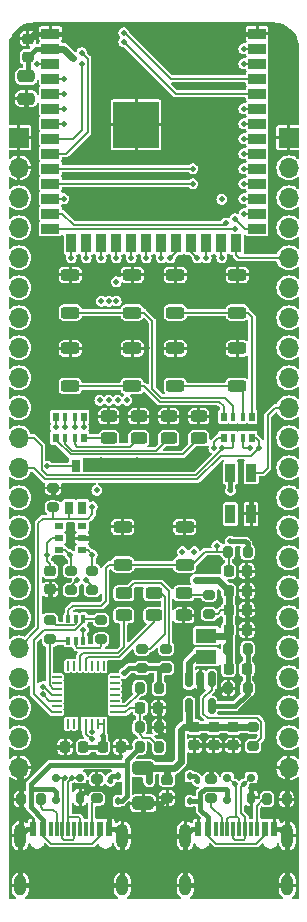
<source format=gtl>
G04 #@! TF.GenerationSoftware,KiCad,Pcbnew,8.99.0-1829-g5db4d10c86*
G04 #@! TF.CreationDate,2024-08-04T21:37:52+02:00*
G04 #@! TF.ProjectId,fiit-esp32-kit-pcb,66696974-2d65-4737-9033-322d6b69742d,0.1*
G04 #@! TF.SameCoordinates,Original*
G04 #@! TF.FileFunction,Copper,L1,Top*
G04 #@! TF.FilePolarity,Positive*
%FSLAX46Y46*%
G04 Gerber Fmt 4.6, Leading zero omitted, Abs format (unit mm)*
G04 Created by KiCad (PCBNEW 8.99.0-1829-g5db4d10c86) date 2024-08-04 21:37:52*
%MOMM*%
%LPD*%
G01*
G04 APERTURE LIST*
G04 Aperture macros list*
%AMRoundRect*
0 Rectangle with rounded corners*
0 $1 Rounding radius*
0 $2 $3 $4 $5 $6 $7 $8 $9 X,Y pos of 4 corners*
0 Add a 4 corners polygon primitive as box body*
4,1,4,$2,$3,$4,$5,$6,$7,$8,$9,$2,$3,0*
0 Add four circle primitives for the rounded corners*
1,1,$1+$1,$2,$3*
1,1,$1+$1,$4,$5*
1,1,$1+$1,$6,$7*
1,1,$1+$1,$8,$9*
0 Add four rect primitives between the rounded corners*
20,1,$1+$1,$2,$3,$4,$5,0*
20,1,$1+$1,$4,$5,$6,$7,0*
20,1,$1+$1,$6,$7,$8,$9,0*
20,1,$1+$1,$8,$9,$2,$3,0*%
G04 Aperture macros list end*
G04 #@! TA.AperFunction,SMDPad,CuDef*
%ADD10R,1.500000X0.900000*%
G04 #@! TD*
G04 #@! TA.AperFunction,SMDPad,CuDef*
%ADD11R,0.900000X1.500000*%
G04 #@! TD*
G04 #@! TA.AperFunction,HeatsinkPad*
%ADD12C,0.600000*%
G04 #@! TD*
G04 #@! TA.AperFunction,SMDPad,CuDef*
%ADD13R,3.900000X3.900000*%
G04 #@! TD*
G04 #@! TA.AperFunction,SMDPad,CuDef*
%ADD14RoundRect,0.100000X0.100000X-0.225000X0.100000X0.225000X-0.100000X0.225000X-0.100000X-0.225000X0*%
G04 #@! TD*
G04 #@! TA.AperFunction,SMDPad,CuDef*
%ADD15RoundRect,0.200000X0.275000X-0.200000X0.275000X0.200000X-0.275000X0.200000X-0.275000X-0.200000X0*%
G04 #@! TD*
G04 #@! TA.AperFunction,SMDPad,CuDef*
%ADD16R,0.800000X0.500000*%
G04 #@! TD*
G04 #@! TA.AperFunction,SMDPad,CuDef*
%ADD17RoundRect,0.225000X-0.250000X0.225000X-0.250000X-0.225000X0.250000X-0.225000X0.250000X0.225000X0*%
G04 #@! TD*
G04 #@! TA.AperFunction,SMDPad,CuDef*
%ADD18RoundRect,0.243750X0.456250X-0.243750X0.456250X0.243750X-0.456250X0.243750X-0.456250X-0.243750X0*%
G04 #@! TD*
G04 #@! TA.AperFunction,SMDPad,CuDef*
%ADD19RoundRect,0.112500X-0.112500X0.187500X-0.112500X-0.187500X0.112500X-0.187500X0.112500X0.187500X0*%
G04 #@! TD*
G04 #@! TA.AperFunction,SMDPad,CuDef*
%ADD20RoundRect,0.225000X-0.225000X-0.250000X0.225000X-0.250000X0.225000X0.250000X-0.225000X0.250000X0*%
G04 #@! TD*
G04 #@! TA.AperFunction,SMDPad,CuDef*
%ADD21RoundRect,0.200000X0.200000X0.275000X-0.200000X0.275000X-0.200000X-0.275000X0.200000X-0.275000X0*%
G04 #@! TD*
G04 #@! TA.AperFunction,SMDPad,CuDef*
%ADD22RoundRect,0.200000X-0.200000X-0.275000X0.200000X-0.275000X0.200000X0.275000X-0.200000X0.275000X0*%
G04 #@! TD*
G04 #@! TA.AperFunction,SMDPad,CuDef*
%ADD23RoundRect,0.225000X0.250000X-0.225000X0.250000X0.225000X-0.250000X0.225000X-0.250000X-0.225000X0*%
G04 #@! TD*
G04 #@! TA.AperFunction,SMDPad,CuDef*
%ADD24R,0.500000X0.800000*%
G04 #@! TD*
G04 #@! TA.AperFunction,SMDPad,CuDef*
%ADD25R,0.400000X0.800000*%
G04 #@! TD*
G04 #@! TA.AperFunction,SMDPad,CuDef*
%ADD26RoundRect,0.250000X-0.650000X0.325000X-0.650000X-0.325000X0.650000X-0.325000X0.650000X0.325000X0*%
G04 #@! TD*
G04 #@! TA.AperFunction,SMDPad,CuDef*
%ADD27R,0.600000X1.240000*%
G04 #@! TD*
G04 #@! TA.AperFunction,SMDPad,CuDef*
%ADD28R,0.300000X1.240000*%
G04 #@! TD*
G04 #@! TA.AperFunction,ComponentPad*
%ADD29O,1.000000X2.100000*%
G04 #@! TD*
G04 #@! TA.AperFunction,ComponentPad*
%ADD30O,1.000000X1.800000*%
G04 #@! TD*
G04 #@! TA.AperFunction,SMDPad,CuDef*
%ADD31RoundRect,0.250000X-0.525000X-0.250000X0.525000X-0.250000X0.525000X0.250000X-0.525000X0.250000X0*%
G04 #@! TD*
G04 #@! TA.AperFunction,SMDPad,CuDef*
%ADD32RoundRect,0.200000X-0.275000X0.200000X-0.275000X-0.200000X0.275000X-0.200000X0.275000X0.200000X0*%
G04 #@! TD*
G04 #@! TA.AperFunction,SMDPad,CuDef*
%ADD33RoundRect,0.225000X0.225000X0.250000X-0.225000X0.250000X-0.225000X-0.250000X0.225000X-0.250000X0*%
G04 #@! TD*
G04 #@! TA.AperFunction,SMDPad,CuDef*
%ADD34RoundRect,0.243750X-0.456250X0.243750X-0.456250X-0.243750X0.456250X-0.243750X0.456250X0.243750X0*%
G04 #@! TD*
G04 #@! TA.AperFunction,SMDPad,CuDef*
%ADD35RoundRect,0.250000X-0.475000X0.250000X-0.475000X-0.250000X0.475000X-0.250000X0.475000X0.250000X0*%
G04 #@! TD*
G04 #@! TA.AperFunction,SMDPad,CuDef*
%ADD36R,0.850000X1.600000*%
G04 #@! TD*
G04 #@! TA.AperFunction,SMDPad,CuDef*
%ADD37RoundRect,0.062500X0.062500X-0.337500X0.062500X0.337500X-0.062500X0.337500X-0.062500X-0.337500X0*%
G04 #@! TD*
G04 #@! TA.AperFunction,SMDPad,CuDef*
%ADD38RoundRect,0.062500X0.337500X-0.062500X0.337500X0.062500X-0.337500X0.062500X-0.337500X-0.062500X0*%
G04 #@! TD*
G04 #@! TA.AperFunction,HeatsinkPad*
%ADD39R,3.350000X3.350000*%
G04 #@! TD*
G04 #@! TA.AperFunction,SMDPad,CuDef*
%ADD40RoundRect,0.150000X-0.150000X0.512500X-0.150000X-0.512500X0.150000X-0.512500X0.150000X0.512500X0*%
G04 #@! TD*
G04 #@! TA.AperFunction,SMDPad,CuDef*
%ADD41R,0.800000X1.100000*%
G04 #@! TD*
G04 #@! TA.AperFunction,SMDPad,CuDef*
%ADD42R,1.800000X1.200000*%
G04 #@! TD*
G04 #@! TA.AperFunction,SMDPad,CuDef*
%ADD43RoundRect,0.175000X0.175000X0.325000X-0.175000X0.325000X-0.175000X-0.325000X0.175000X-0.325000X0*%
G04 #@! TD*
G04 #@! TA.AperFunction,SMDPad,CuDef*
%ADD44RoundRect,0.150000X0.200000X0.150000X-0.200000X0.150000X-0.200000X-0.150000X0.200000X-0.150000X0*%
G04 #@! TD*
G04 #@! TA.AperFunction,ComponentPad*
%ADD45R,1.700000X1.700000*%
G04 #@! TD*
G04 #@! TA.AperFunction,ComponentPad*
%ADD46O,1.700000X1.700000*%
G04 #@! TD*
G04 #@! TA.AperFunction,ViaPad*
%ADD47C,0.500000*%
G04 #@! TD*
G04 #@! TA.AperFunction,Conductor*
%ADD48C,0.200000*%
G04 #@! TD*
G04 #@! TA.AperFunction,Conductor*
%ADD49C,0.600000*%
G04 #@! TD*
G04 #@! TA.AperFunction,Conductor*
%ADD50C,0.400000*%
G04 #@! TD*
G04 APERTURE END LIST*
D10*
X198950000Y-49494000D03*
X198950000Y-50764000D03*
X198950000Y-52034000D03*
X198950000Y-53304000D03*
X198950000Y-54574000D03*
X198950000Y-55844000D03*
X198950000Y-57114000D03*
X198950000Y-58384000D03*
X198950000Y-59654000D03*
X198950000Y-60924000D03*
X198950000Y-62194000D03*
X198950000Y-63464000D03*
X198950000Y-64734000D03*
X198950000Y-66004000D03*
D11*
X200715000Y-67254000D03*
X201985000Y-67254000D03*
X203255000Y-67254000D03*
X204525000Y-67254000D03*
X205795000Y-67254000D03*
X207065000Y-67254000D03*
X208335000Y-67254000D03*
X209605000Y-67254000D03*
X210875000Y-67254000D03*
X212145000Y-67254000D03*
X213415000Y-67254000D03*
X214685000Y-67254000D03*
D10*
X216450000Y-66004000D03*
X216450000Y-64734000D03*
X216450000Y-63464000D03*
X216450000Y-62194000D03*
X216450000Y-60924000D03*
X216450000Y-59654000D03*
X216450000Y-58384000D03*
X216450000Y-57114000D03*
X216450000Y-55844000D03*
X216450000Y-54574000D03*
X216450000Y-53304000D03*
X216450000Y-52034000D03*
X216450000Y-50764000D03*
X216450000Y-49494000D03*
D12*
X204800000Y-56514000D03*
X204800000Y-57914000D03*
X205500000Y-55814000D03*
X205500000Y-57214000D03*
X205500000Y-58614000D03*
X206200000Y-56514000D03*
D13*
X206200000Y-57214000D03*
D12*
X206200000Y-57914000D03*
X206900000Y-55814000D03*
X206900000Y-57214000D03*
X206900000Y-58614000D03*
X207600000Y-56514000D03*
X207600000Y-57914000D03*
D14*
X200446000Y-100916000D03*
X201096000Y-100916000D03*
X201746000Y-100916000D03*
X201746000Y-99016000D03*
X201096000Y-99016000D03*
X200446000Y-99016000D03*
D15*
X208716000Y-103204000D03*
X208716000Y-101554000D03*
D16*
X199647000Y-91219000D03*
X199647000Y-92219000D03*
X199647000Y-93219000D03*
X201647000Y-93219000D03*
X201647000Y-92219000D03*
X201647000Y-91219000D03*
D17*
X211129000Y-108208000D03*
X211129000Y-109758000D03*
D15*
X199191000Y-89615000D03*
X199191000Y-87965000D03*
D18*
X207700000Y-98744500D03*
X207700000Y-96869500D03*
D19*
X210748000Y-112378000D03*
X210748000Y-114478000D03*
D20*
X214037000Y-98315000D03*
X215587000Y-98315000D03*
D19*
X204652000Y-112378000D03*
X204652000Y-114478000D03*
D21*
X215637000Y-93362000D03*
X213987000Y-93362000D03*
D18*
X205160000Y-98744500D03*
X205160000Y-96869500D03*
D22*
X213987000Y-101617000D03*
X215637000Y-101617000D03*
D23*
X197032000Y-51465000D03*
X197032000Y-49915000D03*
D24*
X213612000Y-83721000D03*
D25*
X214412000Y-83721000D03*
X215212000Y-83721000D03*
D24*
X216012000Y-83721000D03*
X216012000Y-81921000D03*
D25*
X215212000Y-81921000D03*
X214412000Y-81921000D03*
D24*
X213612000Y-81921000D03*
D21*
X218939000Y-114317000D03*
X217289000Y-114317000D03*
X215637000Y-104919000D03*
X213987000Y-104919000D03*
D20*
X214037000Y-99966000D03*
X215587000Y-99966000D03*
D26*
X206811000Y-111699000D03*
X206811000Y-114649000D03*
D15*
X200715000Y-96600000D03*
X200715000Y-94950000D03*
D27*
X197515000Y-116815000D03*
X198315000Y-116815000D03*
D28*
X199465000Y-116815000D03*
X200465000Y-116815000D03*
X200965000Y-116815000D03*
X201965000Y-116815000D03*
D27*
X203115000Y-116815000D03*
X203915000Y-116815000D03*
X203915000Y-116815000D03*
X203115000Y-116815000D03*
D28*
X202465000Y-116815000D03*
X201465000Y-116815000D03*
X199965000Y-116815000D03*
X198965000Y-116815000D03*
D27*
X198315000Y-116815000D03*
X197515000Y-116815000D03*
D29*
X196395000Y-117415000D03*
D30*
X196395000Y-121615000D03*
D29*
X205035000Y-117415000D03*
D30*
X205035000Y-121615000D03*
D21*
X208144000Y-104919000D03*
X206494000Y-104919000D03*
D17*
X198937000Y-95000000D03*
X198937000Y-96550000D03*
X212780000Y-108208000D03*
X212780000Y-109758000D03*
D21*
X208144000Y-108221000D03*
X206494000Y-108221000D03*
D31*
X200630000Y-69918000D03*
X205880000Y-69918000D03*
X200630000Y-73118000D03*
X205880000Y-73118000D03*
D20*
X203369000Y-109872000D03*
X204919000Y-109872000D03*
D32*
X216082000Y-108158000D03*
X216082000Y-109808000D03*
X212526000Y-112603000D03*
X212526000Y-114253000D03*
D33*
X201744000Y-109872000D03*
X200194000Y-109872000D03*
D15*
X202493000Y-96600000D03*
X202493000Y-94950000D03*
D27*
X211485000Y-116815000D03*
X212285000Y-116815000D03*
D28*
X213435000Y-116815000D03*
X214435000Y-116815000D03*
X214935000Y-116815000D03*
X215935000Y-116815000D03*
D27*
X217085000Y-116815000D03*
X217885000Y-116815000D03*
X217885000Y-116815000D03*
X217085000Y-116815000D03*
D28*
X216435000Y-116815000D03*
X215435000Y-116815000D03*
X213935000Y-116815000D03*
X212935000Y-116815000D03*
D27*
X212285000Y-116815000D03*
X211485000Y-116815000D03*
D29*
X210365000Y-117415000D03*
D30*
X210365000Y-121615000D03*
D29*
X219005000Y-117415000D03*
D30*
X219005000Y-121615000D03*
D20*
X214037000Y-95013000D03*
X215587000Y-95013000D03*
D15*
X203255000Y-100791000D03*
X203255000Y-99141000D03*
D20*
X214037000Y-96664000D03*
X215587000Y-96664000D03*
D34*
X211510000Y-81883500D03*
X211510000Y-83758500D03*
D31*
X205075000Y-91254000D03*
X210325000Y-91254000D03*
X205075000Y-94454000D03*
X210325000Y-94454000D03*
D35*
X196905000Y-53108000D03*
X196905000Y-55008000D03*
D36*
X214191000Y-90159000D03*
X215941000Y-90159000D03*
X215941000Y-86659000D03*
X214191000Y-86659000D03*
D20*
X206544000Y-106570000D03*
X208094000Y-106570000D03*
D17*
X208843000Y-112653000D03*
X208843000Y-114203000D03*
D32*
X198937000Y-99141000D03*
X198937000Y-100791000D03*
D18*
X210240000Y-98744500D03*
X210240000Y-96869500D03*
D31*
X200630000Y-76141000D03*
X205880000Y-76141000D03*
X200630000Y-79341000D03*
X205880000Y-79341000D03*
D34*
X206430000Y-81883500D03*
X206430000Y-83758500D03*
D37*
X200448000Y-107914000D03*
X200948000Y-107914000D03*
X201448000Y-107914000D03*
X201948000Y-107914000D03*
X202448000Y-107914000D03*
X202948000Y-107914000D03*
X203448000Y-107914000D03*
D38*
X204398000Y-106964000D03*
X204398000Y-106464000D03*
X204398000Y-105964000D03*
X204398000Y-105464000D03*
X204398000Y-104964000D03*
X204398000Y-104464000D03*
X204398000Y-103964000D03*
D37*
X203448000Y-103014000D03*
X202948000Y-103014000D03*
X202448000Y-103014000D03*
X201948000Y-103014000D03*
X201448000Y-103014000D03*
X200948000Y-103014000D03*
X200448000Y-103014000D03*
D38*
X199498000Y-103964000D03*
X199498000Y-104464000D03*
X199498000Y-104964000D03*
X199498000Y-105464000D03*
X199498000Y-105964000D03*
X199498000Y-106464000D03*
X199498000Y-106964000D03*
D39*
X201948000Y-105464000D03*
D40*
X212587000Y-104162500D03*
X211637000Y-104162500D03*
X210687000Y-104162500D03*
X210687000Y-106437500D03*
X212587000Y-106437500D03*
D32*
X202874000Y-112603000D03*
X202874000Y-114253000D03*
D20*
X214037000Y-103268000D03*
X215587000Y-103268000D03*
D41*
X201096000Y-86126000D03*
X200546000Y-89676000D03*
X201646000Y-89676000D03*
D22*
X206494000Y-109872000D03*
X208144000Y-109872000D03*
X196461000Y-114317000D03*
X198111000Y-114317000D03*
D17*
X214431000Y-108208000D03*
X214431000Y-109758000D03*
D15*
X206684000Y-103204000D03*
X206684000Y-101554000D03*
D34*
X208970000Y-81883500D03*
X208970000Y-83758500D03*
D31*
X209520000Y-76141000D03*
X214770000Y-76141000D03*
X209520000Y-79341000D03*
X214770000Y-79341000D03*
D34*
X203890000Y-81883500D03*
X203890000Y-83758500D03*
D42*
X212145000Y-102263000D03*
X212145000Y-100463000D03*
D31*
X209520000Y-69918000D03*
X214770000Y-69918000D03*
X209520000Y-73118000D03*
X214770000Y-73118000D03*
D43*
X201461000Y-114178000D03*
D44*
X201461000Y-112478000D03*
X199461000Y-112478000D03*
X199461000Y-114378000D03*
D43*
X215939000Y-114178000D03*
D44*
X215939000Y-112478000D03*
X213939000Y-112478000D03*
X213939000Y-114378000D03*
D24*
X199388000Y-83721000D03*
D25*
X200188000Y-83721000D03*
X200988000Y-83721000D03*
D24*
X201788000Y-83721000D03*
X201788000Y-81921000D03*
D25*
X200988000Y-81921000D03*
X200188000Y-81921000D03*
D24*
X199388000Y-81921000D03*
D15*
X212399000Y-98632000D03*
X212399000Y-96982000D03*
D45*
X219130000Y-58310000D03*
D46*
X219130000Y-60850000D03*
X219130000Y-63390000D03*
X219130000Y-65930000D03*
X219130000Y-68470000D03*
X219130000Y-71010000D03*
X219130000Y-73550000D03*
X219130000Y-76090000D03*
X219130000Y-78630000D03*
X219130000Y-81170000D03*
X219130000Y-83710000D03*
X219130000Y-86250000D03*
X219130000Y-88790000D03*
X219130000Y-91330000D03*
X219130000Y-93870000D03*
X219130000Y-96410000D03*
X219130000Y-98950000D03*
X219130000Y-101490000D03*
X219130000Y-104030000D03*
X219130000Y-106570000D03*
X219130000Y-109110000D03*
X219130000Y-111650000D03*
D45*
X196270000Y-58310000D03*
D46*
X196270000Y-60850000D03*
X196270000Y-63390000D03*
X196270000Y-65930000D03*
X196270000Y-68470000D03*
X196270000Y-71010000D03*
X196270000Y-73550000D03*
X196270000Y-76090000D03*
X196270000Y-78630000D03*
X196270000Y-81170000D03*
X196270000Y-83710000D03*
X196270000Y-86250000D03*
X196270000Y-88790000D03*
X196270000Y-91330000D03*
X196270000Y-93870000D03*
X196270000Y-96410000D03*
X196270000Y-98950000D03*
X196270000Y-101490000D03*
X196270000Y-104030000D03*
X196270000Y-106570000D03*
X196270000Y-109110000D03*
X196270000Y-111650000D03*
D47*
X219130000Y-51325000D03*
X219130000Y-55135000D03*
X201350000Y-60215000D03*
X196778000Y-92600000D03*
X206303000Y-85615000D03*
X214304000Y-68851000D03*
X209732000Y-115206000D03*
X199826000Y-94251000D03*
X218622000Y-82440000D03*
X218622000Y-72280000D03*
X218622000Y-74820000D03*
X218622000Y-77360000D03*
X218622000Y-79900000D03*
X211510000Y-64025000D03*
X218495000Y-67200000D03*
X210875000Y-53941200D03*
X215116800Y-53941200D03*
X199445000Y-101871000D03*
X199191000Y-107713000D03*
X203255000Y-85615000D03*
X196778000Y-79900000D03*
X196778000Y-77360000D03*
X202747000Y-91203000D03*
X211129000Y-90187000D03*
X207700000Y-121175000D03*
X198175000Y-119905000D03*
X203255000Y-119905000D03*
X200715000Y-119905000D03*
X212145000Y-119905000D03*
X217225000Y-119905000D03*
X214685000Y-119905000D03*
X204271000Y-103268000D03*
X213161000Y-99331000D03*
X211510000Y-95013000D03*
X213288000Y-93997000D03*
X198302000Y-102760000D03*
X204271000Y-100347000D03*
X206430000Y-98061000D03*
X207700000Y-102379000D03*
X209351000Y-106951000D03*
X209351000Y-105300000D03*
X209351000Y-104030000D03*
X202620000Y-110761000D03*
X208589000Y-110888000D03*
X217352000Y-110126000D03*
X217352000Y-107713000D03*
X217352000Y-105300000D03*
X217352000Y-102760000D03*
X217352000Y-90060000D03*
X217352000Y-92473000D03*
X217352000Y-95013000D03*
X217352000Y-100220000D03*
X217352000Y-97807000D03*
X206430000Y-95140000D03*
X206430000Y-92854000D03*
X212780000Y-90187000D03*
X211510000Y-85615000D03*
X211510000Y-82821000D03*
X212780000Y-86885000D03*
X216717000Y-82821000D03*
X216717000Y-81170000D03*
X211510000Y-72468000D03*
X202112000Y-80535000D03*
X201858000Y-71772000D03*
X213923000Y-72153000D03*
X207700000Y-64025000D03*
X204525000Y-64025000D03*
X201350000Y-64025000D03*
X195762000Y-51960000D03*
X207065000Y-49420000D03*
X210240000Y-49420000D03*
X203255000Y-55770000D03*
X214050000Y-60850000D03*
X214050000Y-58945000D03*
X214050000Y-57040000D03*
X210875000Y-58945000D03*
X210875000Y-55135000D03*
X210875000Y-57040000D03*
X208970000Y-57040000D03*
X205795000Y-53865000D03*
X207700000Y-60215000D03*
X204525000Y-60215000D03*
X214191000Y-92473000D03*
X198683000Y-86123000D03*
X198683000Y-93616000D03*
X205160000Y-103649000D03*
X214191000Y-88155000D03*
X200842000Y-51579000D03*
X203382000Y-108983000D03*
X213034000Y-105427000D03*
X205160000Y-81883500D03*
X211510000Y-51095000D03*
X202493000Y-92854000D03*
X211891000Y-109758000D03*
X200588000Y-106697000D03*
X200461000Y-49494000D03*
X196905000Y-56659000D03*
X215941000Y-88790000D03*
X202112000Y-113428000D03*
X203255000Y-69918000D03*
X203890000Y-54096400D03*
X216336000Y-113174000D03*
X207096000Y-76141000D03*
X203255000Y-106697000D03*
X207700000Y-117415000D03*
X211510000Y-76141000D03*
X208081000Y-114649000D03*
X211383000Y-105427000D03*
X206430000Y-91254000D03*
X208589000Y-108983000D03*
X205668000Y-109872000D03*
X216082000Y-95775000D03*
X210240000Y-97807000D03*
X211510000Y-69918000D03*
X198937000Y-97680000D03*
X212526000Y-111904000D03*
X214939000Y-49494000D03*
X199699000Y-88790000D03*
X216082000Y-99077000D03*
X213669000Y-109758000D03*
X199191000Y-109872000D03*
X213034000Y-92854000D03*
X197794000Y-52034000D03*
X205414000Y-80535000D03*
X209986000Y-109262400D03*
X207319000Y-112793000D03*
X201985000Y-95775000D03*
X200148997Y-112478000D03*
X202493000Y-108602000D03*
X202493000Y-109237000D03*
X200776000Y-112478000D03*
X204017000Y-112793000D03*
X211383000Y-112793000D03*
X213796000Y-65527000D03*
X214558000Y-113047000D03*
X215320000Y-113047000D03*
X214558000Y-66004000D03*
X215320000Y-60924000D03*
X200988000Y-82821000D03*
X200080000Y-55844000D03*
X213514000Y-84599000D03*
X215320000Y-50764000D03*
X202493000Y-89552000D03*
X200080000Y-63464000D03*
X200715000Y-68470000D03*
X202874000Y-88155000D03*
X203128000Y-80535000D03*
X201746000Y-99966000D03*
X214558000Y-65168000D03*
X204652000Y-80535000D03*
X198321790Y-104772210D03*
X205160000Y-49420000D03*
X200080000Y-54574000D03*
X200188000Y-82821000D03*
X205160000Y-50182000D03*
X198302000Y-105427000D03*
X203890000Y-80535000D03*
X200080000Y-53304000D03*
X199388000Y-82821000D03*
X204525000Y-68470000D03*
X200080000Y-57114000D03*
X201788000Y-82821000D03*
X216590000Y-84599000D03*
X215320000Y-52034000D03*
X203255000Y-68470000D03*
X205795000Y-68470000D03*
X201985000Y-68470000D03*
X212145000Y-68470000D03*
X212787997Y-84599000D03*
X203890000Y-72153000D03*
X215320000Y-58384000D03*
X204525000Y-70502000D03*
X215320000Y-55844000D03*
X213457000Y-63517000D03*
X213457000Y-68470000D03*
X215828000Y-84599000D03*
X215320000Y-62194000D03*
X211002000Y-60924000D03*
X215320000Y-63464000D03*
X201604000Y-52096400D03*
X202493000Y-93616000D03*
X210113000Y-93362000D03*
X211002000Y-62194000D03*
X204525000Y-72141000D03*
X215320000Y-59654000D03*
X207065000Y-68470000D03*
X209097000Y-68470000D03*
X208335000Y-68470000D03*
X200588000Y-93616000D03*
X211129000Y-93362000D03*
X201604000Y-51096400D03*
X211383000Y-68470000D03*
X203262997Y-72153000D03*
X215320000Y-57114000D03*
X215320000Y-64734000D03*
X211256000Y-95760000D03*
X201223000Y-95775000D03*
D48*
X213514000Y-84599000D02*
X213514000Y-84627000D01*
X211238000Y-86903000D02*
X198655448Y-86903000D01*
X214412000Y-84491000D02*
X214412000Y-83721000D01*
X213514000Y-84627000D02*
X211238000Y-86903000D01*
X198655448Y-86903000D02*
X198206000Y-86453552D01*
X198206000Y-86453552D02*
X198206000Y-84376000D01*
X198206000Y-84376000D02*
X197540000Y-83710000D01*
X213514000Y-84599000D02*
X214304000Y-84599000D01*
X197540000Y-83710000D02*
X196270000Y-83710000D01*
X214304000Y-84599000D02*
X214412000Y-84491000D01*
D49*
X200027000Y-50764000D02*
X198950000Y-50764000D01*
D48*
X203448000Y-107914000D02*
X203448000Y-108917000D01*
D50*
X206684000Y-103204000D02*
X208081000Y-103204000D01*
X208144000Y-104919000D02*
X208144000Y-103267000D01*
D48*
X198937000Y-95000000D02*
X198937000Y-94378000D01*
X203448000Y-108917000D02*
X203382000Y-108983000D01*
D50*
X197733000Y-50764000D02*
X198950000Y-50764000D01*
D48*
X198683000Y-93616000D02*
X198683000Y-92600000D01*
D50*
X203369000Y-108996000D02*
X203382000Y-108983000D01*
X197032000Y-51465000D02*
X197032000Y-52981000D01*
X197032000Y-52981000D02*
X196905000Y-53108000D01*
X203369000Y-109872000D02*
X203369000Y-108996000D01*
X205605000Y-103204000D02*
X205160000Y-103649000D01*
D49*
X200842000Y-51579000D02*
X200027000Y-50764000D01*
D48*
X199064000Y-92219000D02*
X199647000Y-92219000D01*
D50*
X215447000Y-92473000D02*
X214191000Y-92473000D01*
D48*
X198683000Y-94124000D02*
X198683000Y-93616000D01*
D50*
X206684000Y-103204000D02*
X205605000Y-103204000D01*
X208081000Y-103204000D02*
X208716000Y-103204000D01*
X197733000Y-50764000D02*
X197032000Y-51465000D01*
D48*
X198937000Y-94378000D02*
X198683000Y-94124000D01*
D50*
X203310316Y-109930684D02*
X203369000Y-109872000D01*
D48*
X198683000Y-92600000D02*
X199064000Y-92219000D01*
X201096000Y-86126000D02*
X198686000Y-86126000D01*
D50*
X201744000Y-109872000D02*
X201802684Y-109930684D01*
X214191000Y-86659000D02*
X214191000Y-88155000D01*
X215637000Y-92663000D02*
X215447000Y-92473000D01*
X201802684Y-109930684D02*
X203310316Y-109930684D01*
D48*
X202948000Y-107914000D02*
X203448000Y-107914000D01*
D50*
X215637000Y-93362000D02*
X215637000Y-92663000D01*
D48*
X198686000Y-86126000D02*
X198683000Y-86123000D01*
D50*
X208144000Y-103267000D02*
X208081000Y-103204000D01*
X214939000Y-49494000D02*
X216450000Y-49494000D01*
X203274832Y-113428000D02*
X203915000Y-114068168D01*
X210365000Y-121615000D02*
X210365000Y-117415000D01*
X215587000Y-99077000D02*
X215587000Y-98315000D01*
X206811000Y-114649000D02*
X208081000Y-114649000D01*
X210965000Y-116815000D02*
X210365000Y-117415000D01*
D49*
X211637000Y-104162500D02*
X211637000Y-105173000D01*
D48*
X203890000Y-81883500D02*
X205160000Y-81883500D01*
D50*
X212780000Y-109758000D02*
X214431000Y-109758000D01*
X202493000Y-92346000D02*
X202493000Y-92854000D01*
X212526000Y-112603000D02*
X212526000Y-111904000D01*
X208144000Y-108221000D02*
X208144000Y-106620000D01*
D48*
X206430000Y-81883500D02*
X207700000Y-81883500D01*
D50*
X202874000Y-112603000D02*
X202874000Y-113428000D01*
X219005000Y-117415000D02*
X219005000Y-121615000D01*
D48*
X205075000Y-91254000D02*
X206430000Y-91254000D01*
D50*
X218939000Y-111841000D02*
X219130000Y-111650000D01*
X217885000Y-116815000D02*
X218405000Y-116815000D01*
X205035000Y-117415000D02*
X205035000Y-121615000D01*
X211129000Y-109758000D02*
X211891000Y-109758000D01*
X202366000Y-92219000D02*
X202493000Y-92346000D01*
X205035000Y-121615000D02*
X196395000Y-121615000D01*
X206811000Y-114649000D02*
X206811000Y-117415000D01*
X208081000Y-114649000D02*
X208397000Y-114649000D01*
D48*
X208970000Y-81883500D02*
X210240000Y-81883500D01*
D50*
X210240000Y-98744500D02*
X210240000Y-97807000D01*
X213987000Y-104919000D02*
X213542000Y-104919000D01*
X215941000Y-88790000D02*
X215941000Y-90159000D01*
X215587000Y-95775000D02*
X216082000Y-95775000D01*
D48*
X211510000Y-76141000D02*
X214770000Y-76141000D01*
D50*
X218939000Y-114317000D02*
X218939000Y-113047000D01*
X211891000Y-109758000D02*
X212780000Y-109758000D01*
D49*
X211637000Y-105173000D02*
X211383000Y-105427000D01*
D50*
X196905000Y-55008000D02*
X196905000Y-56659000D01*
X215587000Y-98315000D02*
X215587000Y-96664000D01*
X218939000Y-117349000D02*
X219005000Y-117415000D01*
X196461000Y-111841000D02*
X196270000Y-111650000D01*
X196395000Y-121615000D02*
X196395000Y-117415000D01*
D48*
X200630000Y-69918000D02*
X203255000Y-69918000D01*
D50*
X208144000Y-108538000D02*
X208589000Y-108983000D01*
X197515000Y-116815000D02*
X196995000Y-116815000D01*
D48*
X209520000Y-69918000D02*
X211510000Y-69918000D01*
D50*
X215939000Y-113571000D02*
X216336000Y-113174000D01*
D48*
X207096000Y-76141000D02*
X205880000Y-76141000D01*
D50*
X207700000Y-117415000D02*
X206811000Y-117415000D01*
D48*
X200630000Y-76141000D02*
X207096000Y-76141000D01*
D50*
X201461000Y-114079000D02*
X202112000Y-113428000D01*
X201647000Y-92219000D02*
X202366000Y-92219000D01*
X204919000Y-109872000D02*
X205668000Y-109872000D01*
X211485000Y-116815000D02*
X210965000Y-116815000D01*
X206811000Y-117415000D02*
X205035000Y-117415000D01*
D48*
X210240000Y-81883500D02*
X211510000Y-81883500D01*
D50*
X218939000Y-114317000D02*
X218939000Y-117349000D01*
X200461000Y-49494000D02*
X198950000Y-49494000D01*
D48*
X209520000Y-76141000D02*
X211510000Y-76141000D01*
X203255000Y-69918000D02*
X205880000Y-69918000D01*
X201448000Y-109012000D02*
X201448000Y-107914000D01*
D50*
X218405000Y-116815000D02*
X219005000Y-117415000D01*
X196995000Y-116815000D02*
X196395000Y-117415000D01*
D48*
X201448000Y-107914000D02*
X201448000Y-105964000D01*
D50*
X199191000Y-87965000D02*
X199191000Y-88536000D01*
X208397000Y-114649000D02*
X208843000Y-114203000D01*
X196461000Y-114317000D02*
X196461000Y-117349000D01*
D48*
X207700000Y-81883500D02*
X208970000Y-81883500D01*
D50*
X215587000Y-99077000D02*
X216082000Y-99077000D01*
X198937000Y-96550000D02*
X198937000Y-97680000D01*
X199191000Y-88536000D02*
X199445000Y-88790000D01*
X202874000Y-113428000D02*
X203274832Y-113428000D01*
X218939000Y-113047000D02*
X218939000Y-111841000D01*
X196461000Y-114317000D02*
X196461000Y-111841000D01*
X197453000Y-49494000D02*
X197032000Y-49915000D01*
X213542000Y-104919000D02*
X213034000Y-105427000D01*
X203915000Y-114068168D02*
X203915000Y-116815000D01*
D48*
X206430000Y-91254000D02*
X210325000Y-91254000D01*
D50*
X202112000Y-113428000D02*
X202874000Y-113428000D01*
X215587000Y-99966000D02*
X215587000Y-99077000D01*
X215587000Y-95775000D02*
X215587000Y-95013000D01*
X201461000Y-114178000D02*
X201461000Y-114079000D01*
X208144000Y-106620000D02*
X208094000Y-106570000D01*
X199445000Y-88790000D02*
X199699000Y-88790000D01*
X215587000Y-96664000D02*
X215587000Y-95775000D01*
X210365000Y-117415000D02*
X207700000Y-117415000D01*
D48*
X200588000Y-109872000D02*
X201448000Y-109012000D01*
D50*
X199191000Y-109872000D02*
X200194000Y-109872000D01*
X204435000Y-116815000D02*
X205035000Y-117415000D01*
X208144000Y-108221000D02*
X208144000Y-108538000D01*
X198950000Y-49494000D02*
X197453000Y-49494000D01*
X219005000Y-121615000D02*
X210365000Y-121615000D01*
D48*
X201448000Y-105964000D02*
X201948000Y-105464000D01*
X211510000Y-69918000D02*
X214770000Y-69918000D01*
D50*
X215939000Y-114178000D02*
X215939000Y-113571000D01*
D48*
X205160000Y-81883500D02*
X206430000Y-81883500D01*
D50*
X216336000Y-113174000D02*
X218939000Y-113174000D01*
X196461000Y-117349000D02*
X196395000Y-117415000D01*
X203915000Y-116815000D02*
X204435000Y-116815000D01*
D48*
X200194000Y-109872000D02*
X200588000Y-109872000D01*
X213034000Y-93362000D02*
X213987000Y-93362000D01*
X200842000Y-97934000D02*
X203255000Y-97934000D01*
X205075000Y-94454000D02*
X210325000Y-94454000D01*
X200446000Y-99016000D02*
X200446000Y-98330000D01*
X203941000Y-94454000D02*
X205075000Y-94454000D01*
X203636000Y-94759000D02*
X203941000Y-94454000D01*
X214037000Y-93412000D02*
X213987000Y-93362000D01*
X200446000Y-98330000D02*
X200842000Y-97934000D01*
X203636000Y-97553000D02*
X203636000Y-94759000D01*
X198950000Y-52034000D02*
X197794000Y-52034000D01*
X210325000Y-94454000D02*
X210926000Y-94454000D01*
X210926000Y-94454000D02*
X212018000Y-93362000D01*
X203255000Y-97934000D02*
X203636000Y-97553000D01*
X214037000Y-95013000D02*
X214037000Y-93412000D01*
X212018000Y-93362000D02*
X213034000Y-93362000D01*
X213034000Y-92854000D02*
X213034000Y-93362000D01*
D49*
X206811000Y-111699000D02*
X208843000Y-111699000D01*
X214431000Y-108208000D02*
X216032000Y-108208000D01*
X210687000Y-106437500D02*
X210687000Y-108155000D01*
X210253000Y-108208000D02*
X211129000Y-108208000D01*
X209986000Y-109262400D02*
X209986000Y-108475000D01*
X208843000Y-111699000D02*
X209429000Y-111699000D01*
X216032000Y-108208000D02*
X216082000Y-108158000D01*
X212780000Y-108208000D02*
X214431000Y-108208000D01*
X211129000Y-108208000D02*
X212780000Y-108208000D01*
X208843000Y-112653000D02*
X208843000Y-111699000D01*
X207319000Y-112793000D02*
X207319000Y-111650000D01*
X209986000Y-111142000D02*
X209986000Y-109262400D01*
X209986000Y-108475000D02*
X210253000Y-108208000D01*
X209429000Y-111699000D02*
X209986000Y-111142000D01*
D48*
X202493000Y-96283000D02*
X201985000Y-95775000D01*
X202493000Y-96600000D02*
X202493000Y-96283000D01*
D50*
X215637000Y-104919000D02*
X215637000Y-103268000D01*
X215587000Y-103268000D02*
X215637000Y-103268000D01*
X215637000Y-103268000D02*
X215637000Y-101617000D01*
X212587000Y-106437500D02*
X214563500Y-106437500D01*
X214563500Y-106437500D02*
X215637000Y-105364000D01*
X215637000Y-105364000D02*
X215637000Y-104919000D01*
D48*
X205668000Y-106570000D02*
X206544000Y-106570000D01*
X207382000Y-109110000D02*
X206811000Y-109110000D01*
X205274000Y-106964000D02*
X205668000Y-106570000D01*
X208144000Y-109872000D02*
X207382000Y-109110000D01*
X206494000Y-106620000D02*
X206544000Y-106570000D01*
X206494000Y-108793000D02*
X206494000Y-108221000D01*
X206811000Y-109110000D02*
X206494000Y-108793000D01*
X204398000Y-106964000D02*
X205274000Y-106964000D01*
X206494000Y-108221000D02*
X206494000Y-106620000D01*
X203852500Y-83721000D02*
X203890000Y-83758500D01*
X201788000Y-83721000D02*
X203852500Y-83721000D01*
X200988000Y-84237000D02*
X201224000Y-84473000D01*
X201224000Y-84473000D02*
X205715500Y-84473000D01*
X205715500Y-84473000D02*
X206430000Y-83758500D01*
X200988000Y-83721000D02*
X200988000Y-84237000D01*
X200188000Y-84199000D02*
X200188000Y-83721000D01*
X200789000Y-84800000D02*
X200188000Y-84199000D01*
X207928500Y-84800000D02*
X200789000Y-84800000D01*
X208970000Y-83758500D02*
X207928500Y-84800000D01*
X199388000Y-83721000D02*
X199388000Y-83861448D01*
X199388000Y-83861448D02*
X200653552Y-85127000D01*
X200653552Y-85127000D02*
X210141500Y-85127000D01*
X210141500Y-85127000D02*
X211510000Y-83758500D01*
X210352500Y-96982000D02*
X210240000Y-96869500D01*
X212399000Y-96982000D02*
X210352500Y-96982000D01*
X198999000Y-118073000D02*
X202506749Y-118073000D01*
D50*
X197286000Y-115012000D02*
X197286000Y-113624264D01*
X198315000Y-116041000D02*
X197286000Y-115012000D01*
X205414000Y-114063000D02*
X205414000Y-111396000D01*
D48*
X203115000Y-117464749D02*
X203115000Y-116815000D01*
D50*
X198315000Y-116815000D02*
X198315000Y-116041000D01*
X197286000Y-113624264D02*
X197286000Y-113047000D01*
X205414000Y-111396000D02*
X205414000Y-110952000D01*
D48*
X198315000Y-116815000D02*
X198315000Y-117389000D01*
D50*
X204999000Y-114478000D02*
X205414000Y-114063000D01*
X199191000Y-113428000D02*
X197286000Y-113428000D01*
X205414000Y-110952000D02*
X206494000Y-109872000D01*
D48*
X202506749Y-118073000D02*
X203115000Y-117464749D01*
D50*
X197286000Y-113428000D02*
X197286000Y-113624264D01*
X199461000Y-114378000D02*
X199461000Y-113698000D01*
X198937000Y-111396000D02*
X205414000Y-111396000D01*
D48*
X198315000Y-117389000D02*
X198999000Y-118073000D01*
D50*
X197286000Y-113047000D02*
X198937000Y-111396000D01*
X199461000Y-113698000D02*
X199191000Y-113428000D01*
X204652000Y-114478000D02*
X204999000Y-114478000D01*
D48*
X200038000Y-112588997D02*
X200148997Y-112478000D01*
X202493000Y-108602000D02*
X202448000Y-108557000D01*
X200965000Y-117635000D02*
X200965000Y-116815000D01*
X202448000Y-108557000D02*
X202448000Y-107914000D01*
X200076000Y-117746000D02*
X200854000Y-117746000D01*
X200854000Y-117746000D02*
X200965000Y-117635000D01*
X199965000Y-116815000D02*
X200038000Y-116742000D01*
X199965000Y-117635000D02*
X200076000Y-117746000D01*
X199965000Y-116815000D02*
X199965000Y-117635000D01*
X200148997Y-112478000D02*
X199461000Y-112478000D01*
X200038000Y-116742000D02*
X200038000Y-112588997D01*
X201465000Y-115956000D02*
X201350000Y-115841000D01*
X201350000Y-115841000D02*
X200465000Y-115841000D01*
X202429500Y-109237000D02*
X201948000Y-108755500D01*
X200776000Y-112525577D02*
X200776000Y-112478000D01*
X200465000Y-116815000D02*
X200465000Y-115841000D01*
X201948000Y-108755500D02*
X201948000Y-107914000D01*
X200776000Y-112478000D02*
X201461000Y-112478000D01*
X201465000Y-116815000D02*
X201465000Y-115956000D01*
X202493000Y-109237000D02*
X202429500Y-109237000D01*
X200465000Y-115841000D02*
X200465000Y-112836577D01*
X200465000Y-112836577D02*
X200776000Y-112525577D01*
D50*
X204178000Y-112378000D02*
X204652000Y-112378000D01*
X204017000Y-112793000D02*
X204017000Y-112539000D01*
X204017000Y-112539000D02*
X204178000Y-112378000D01*
X210748000Y-112378000D02*
X211222000Y-112378000D01*
X211383000Y-112539000D02*
X211383000Y-112793000D01*
X211222000Y-112378000D02*
X211383000Y-112539000D01*
D48*
X205160000Y-101408552D02*
X205160000Y-98744500D01*
X201448000Y-103014000D02*
X201448000Y-102154000D01*
X204643552Y-101925000D02*
X205160000Y-101408552D01*
X201677000Y-101925000D02*
X204643552Y-101925000D01*
X201448000Y-102154000D02*
X201677000Y-101925000D01*
D50*
X213939000Y-113571000D02*
X213796000Y-113428000D01*
X213796000Y-113428000D02*
X212018000Y-113428000D01*
D48*
X217085000Y-116815000D02*
X217085000Y-117378000D01*
X212285000Y-117389000D02*
X212285000Y-116815000D01*
D50*
X211603000Y-114478000D02*
X211637000Y-114444000D01*
X210748000Y-114478000D02*
X211603000Y-114478000D01*
X212285000Y-116815000D02*
X212285000Y-115854000D01*
X213939000Y-114378000D02*
X213939000Y-113571000D01*
X211637000Y-113809000D02*
X212018000Y-113428000D01*
D48*
X217085000Y-117378000D02*
X216390000Y-118073000D01*
D50*
X212285000Y-115854000D02*
X211637000Y-115206000D01*
D48*
X212969000Y-118073000D02*
X212285000Y-117389000D01*
D50*
X211637000Y-115206000D02*
X211637000Y-114444000D01*
X211637000Y-114444000D02*
X211637000Y-113809000D01*
D48*
X216390000Y-118073000D02*
X212969000Y-118073000D01*
X213647000Y-65676000D02*
X213796000Y-65527000D01*
X200905500Y-65676000D02*
X213647000Y-65676000D01*
X213939000Y-112478000D02*
X213989000Y-112478000D01*
X213935000Y-116815000D02*
X213935000Y-115956000D01*
X213935000Y-115956000D02*
X214050000Y-115841000D01*
X198950000Y-64734000D02*
X199963500Y-64734000D01*
X214812000Y-115841000D02*
X214935000Y-115964000D01*
X214685000Y-113174000D02*
X214558000Y-113047000D01*
X214050000Y-115841000D02*
X214685000Y-115841000D01*
X214685000Y-115841000D02*
X214685000Y-113174000D01*
X214685000Y-115841000D02*
X214812000Y-115841000D01*
X213989000Y-112478000D02*
X214558000Y-113047000D01*
X214935000Y-115964000D02*
X214935000Y-116815000D01*
X199963500Y-64734000D02*
X200905500Y-65676000D01*
X214546000Y-117746000D02*
X214435000Y-117635000D01*
X215435000Y-115829000D02*
X215435000Y-116815000D01*
X215066000Y-115460000D02*
X215435000Y-115829000D01*
X215435000Y-116815000D02*
X215435000Y-117631000D01*
X215066000Y-113301000D02*
X215320000Y-113047000D01*
X215320000Y-117746000D02*
X214546000Y-117746000D01*
X214435000Y-117635000D02*
X214435000Y-116815000D01*
X215939000Y-112478000D02*
X215889000Y-112478000D01*
X215435000Y-117631000D02*
X215320000Y-117746000D01*
X214558000Y-66004000D02*
X198950000Y-66004000D01*
X215889000Y-112478000D02*
X215320000Y-113047000D01*
X215066000Y-115460000D02*
X215066000Y-113301000D01*
X215941000Y-86659000D02*
X216943000Y-86659000D01*
X216943000Y-86659000D02*
X217352000Y-86250000D01*
X217987000Y-81170000D02*
X219130000Y-81170000D01*
X217352000Y-81805000D02*
X217987000Y-81170000D01*
X215320000Y-60924000D02*
X216450000Y-60924000D01*
X217352000Y-86250000D02*
X217352000Y-81805000D01*
X198950000Y-55844000D02*
X200080000Y-55844000D01*
X200988000Y-82821000D02*
X200988000Y-81921000D01*
X215320000Y-50764000D02*
X216450000Y-50764000D01*
X198302000Y-90568000D02*
X197921000Y-90949000D01*
X200588000Y-90568000D02*
X199191000Y-90568000D01*
X200546000Y-90526000D02*
X200588000Y-90568000D01*
X198950000Y-63464000D02*
X200080000Y-63464000D01*
X202493000Y-90187000D02*
X202112000Y-90568000D01*
X199191000Y-89615000D02*
X199191000Y-90568000D01*
X200546000Y-89676000D02*
X200546000Y-90526000D01*
X202112000Y-90568000D02*
X200588000Y-90568000D01*
X196270000Y-101490000D02*
X197921000Y-99839000D01*
X202493000Y-89552000D02*
X202493000Y-90187000D01*
X197921000Y-99839000D02*
X197921000Y-90949000D01*
X199191000Y-90568000D02*
X198302000Y-90568000D01*
X196460500Y-88790000D02*
X196270000Y-88790000D01*
X200715000Y-67254000D02*
X200715000Y-68470000D01*
X214558000Y-65168000D02*
X215394000Y-66004000D01*
X215394000Y-66004000D02*
X216450000Y-66004000D01*
X201746000Y-99966000D02*
X201746000Y-100916000D01*
X199098001Y-105464000D02*
X199498000Y-105464000D01*
X198321790Y-104772210D02*
X198406211Y-104772210D01*
X209139210Y-53304000D02*
X216450000Y-53304000D01*
X205255210Y-49420000D02*
X209139210Y-53304000D01*
X205160000Y-49420000D02*
X205255210Y-49420000D01*
X198406211Y-104772210D02*
X199098001Y-105464000D01*
X200188000Y-82821000D02*
X200188000Y-81921000D01*
X198950000Y-54574000D02*
X200080000Y-54574000D01*
X199498000Y-105964000D02*
X198839000Y-105964000D01*
X209552000Y-54574000D02*
X216450000Y-54574000D01*
X198839000Y-105964000D02*
X198302000Y-105427000D01*
X205160000Y-50182000D02*
X209552000Y-54574000D01*
X198950000Y-53304000D02*
X200080000Y-53304000D01*
X199388000Y-82821000D02*
X199388000Y-81921000D01*
X204525000Y-67254000D02*
X204525000Y-68470000D01*
X198950000Y-57114000D02*
X200080000Y-57114000D01*
X201788000Y-82821000D02*
X201788000Y-81921000D01*
X197540000Y-86250000D02*
X198520000Y-87230000D01*
X196270000Y-86250000D02*
X197540000Y-86250000D01*
X216012000Y-83721000D02*
X216347000Y-83721000D01*
X213369448Y-85234000D02*
X215955000Y-85234000D01*
X215320000Y-52034000D02*
X216450000Y-52034000D01*
X216590000Y-83964000D02*
X216590000Y-84599000D01*
X216347000Y-83721000D02*
X216590000Y-83964000D01*
X211373448Y-87230000D02*
X213369448Y-85234000D01*
X198520000Y-87230000D02*
X211373448Y-87230000D01*
X215955000Y-85234000D02*
X216590000Y-84599000D01*
X203255000Y-67254000D02*
X203255000Y-68470000D01*
X205795000Y-67254000D02*
X205795000Y-68470000D01*
X201985000Y-67254000D02*
X201985000Y-68470000D01*
X212145000Y-67254000D02*
X212145000Y-68470000D01*
X213612000Y-83721000D02*
X213150000Y-83721000D01*
X213150000Y-83721000D02*
X212787997Y-84083003D01*
X212787997Y-84083003D02*
X212787997Y-84599000D01*
X215320000Y-58384000D02*
X216450000Y-58384000D01*
X215320000Y-55844000D02*
X216450000Y-55844000D01*
X213415000Y-68428000D02*
X213415000Y-67254000D01*
X213457000Y-68470000D02*
X213415000Y-68428000D01*
X215212000Y-84491000D02*
X215320000Y-84599000D01*
X215212000Y-83721000D02*
X215212000Y-84491000D01*
X215320000Y-84599000D02*
X215828000Y-84599000D01*
X214685000Y-68216000D02*
X214685000Y-67254000D01*
X219130000Y-68470000D02*
X214939000Y-68470000D01*
X214939000Y-68470000D02*
X214685000Y-68216000D01*
X215320000Y-62194000D02*
X216450000Y-62194000D01*
X198950000Y-60924000D02*
X211002000Y-60924000D01*
X215320000Y-63464000D02*
X216450000Y-63464000D01*
X200895000Y-58384000D02*
X198950000Y-58384000D01*
X201647000Y-93219000D02*
X202096000Y-93219000D01*
X201604000Y-57675000D02*
X200895000Y-58384000D01*
X202096000Y-93219000D02*
X202493000Y-93616000D01*
X202493000Y-93616000D02*
X202493000Y-94950000D01*
X201604000Y-52096400D02*
X201604000Y-57675000D01*
X198950000Y-62194000D02*
X211002000Y-62194000D01*
X215320000Y-59654000D02*
X216450000Y-59654000D01*
X207065000Y-67254000D02*
X207065000Y-68470000D01*
X209605000Y-67254000D02*
X209605000Y-67962000D01*
X209605000Y-67962000D02*
X209097000Y-68470000D01*
X208335000Y-67254000D02*
X208335000Y-68470000D01*
X200191000Y-93219000D02*
X199647000Y-93219000D01*
X202112000Y-51604400D02*
X202112000Y-57802000D01*
X200260000Y-59654000D02*
X198950000Y-59654000D01*
X202112000Y-57802000D02*
X200260000Y-59654000D01*
X200588000Y-93616000D02*
X200715000Y-93743000D01*
X201604000Y-51096400D02*
X202112000Y-51604400D01*
X200588000Y-93616000D02*
X200191000Y-93219000D01*
X200715000Y-93743000D02*
X200715000Y-94950000D01*
X210875000Y-67962000D02*
X210875000Y-67254000D01*
X211383000Y-68470000D02*
X210875000Y-67962000D01*
X215320000Y-57114000D02*
X216450000Y-57114000D01*
X215320000Y-64734000D02*
X216450000Y-64734000D01*
X208716000Y-101554000D02*
X208954000Y-101316000D01*
X208954000Y-101316000D02*
X208954000Y-96648000D01*
X208954000Y-96648000D02*
X208335000Y-96029000D01*
X208335000Y-96029000D02*
X206000500Y-96029000D01*
X206000500Y-96029000D02*
X205160000Y-96869500D01*
D49*
X214037000Y-96664000D02*
X213133000Y-95760000D01*
X214026000Y-100463000D02*
X214037000Y-100474000D01*
D48*
X212399000Y-98632000D02*
X213098000Y-98632000D01*
D49*
X213133000Y-95760000D02*
X211256000Y-95760000D01*
X214037000Y-99966000D02*
X214037000Y-100474000D01*
D48*
X213098000Y-98632000D02*
X213415000Y-98315000D01*
D49*
X214037000Y-101667000D02*
X213987000Y-101617000D01*
X214037000Y-99966000D02*
X214037000Y-98315000D01*
X214037000Y-100474000D02*
X214037000Y-101567000D01*
D48*
X213415000Y-98315000D02*
X214037000Y-98315000D01*
D49*
X214037000Y-103268000D02*
X214037000Y-101667000D01*
X214037000Y-96664000D02*
X214037000Y-98315000D01*
X214037000Y-101567000D02*
X213987000Y-101617000D01*
X212145000Y-100463000D02*
X214026000Y-100463000D01*
D48*
X200715000Y-96283000D02*
X201223000Y-95775000D01*
X200715000Y-96600000D02*
X200715000Y-96283000D01*
D49*
X210687000Y-102770200D02*
X211194200Y-102263000D01*
X211194200Y-102263000D02*
X212145000Y-102263000D01*
X210687000Y-104162500D02*
X210687000Y-102770200D01*
D48*
X198937000Y-100791000D02*
X198871000Y-100857000D01*
X200446000Y-100916000D02*
X199062000Y-100916000D01*
X198871000Y-100857000D02*
X198871000Y-104648146D01*
X199186854Y-104964000D02*
X199498000Y-104964000D01*
X199062000Y-100916000D02*
X198937000Y-100791000D01*
X198871000Y-104648146D02*
X199186854Y-104964000D01*
X200969000Y-99585000D02*
X201096000Y-99458000D01*
X198937000Y-99141000D02*
X199381000Y-99585000D01*
X201096000Y-99458000D02*
X201096000Y-99016000D01*
X199381000Y-99585000D02*
X200969000Y-99585000D01*
X201223000Y-101490000D02*
X201096000Y-101363000D01*
X203128000Y-101490000D02*
X201223000Y-101490000D01*
X203255000Y-101363000D02*
X203128000Y-101490000D01*
X201096000Y-101363000D02*
X201096000Y-100916000D01*
X203255000Y-100791000D02*
X203255000Y-101363000D01*
X199098001Y-106964000D02*
X197540000Y-105405999D01*
X201746000Y-99016000D02*
X203130000Y-99016000D01*
X201746000Y-99270448D02*
X201746000Y-99016000D01*
X203130000Y-99016000D02*
X203255000Y-99141000D01*
X198427647Y-99966000D02*
X201050448Y-99966000D01*
X201050448Y-99966000D02*
X201746000Y-99270448D01*
X199498000Y-106964000D02*
X199098001Y-106964000D01*
X197540000Y-105405999D02*
X197540000Y-100853647D01*
X197540000Y-100853647D02*
X198427647Y-99966000D01*
X216784000Y-107775588D02*
X216467412Y-107459000D01*
X211891000Y-107078000D02*
X211891000Y-105744500D01*
X212587000Y-105048500D02*
X212587000Y-104162500D01*
X216467412Y-107459000D02*
X212272000Y-107459000D01*
X216082000Y-109808000D02*
X216784000Y-109106000D01*
X211891000Y-105744500D02*
X212587000Y-105048500D01*
X212272000Y-107459000D02*
X211891000Y-107078000D01*
X216784000Y-109106000D02*
X216784000Y-107775588D01*
X205311552Y-106464000D02*
X206494000Y-105281552D01*
X204398000Y-106464000D02*
X205311552Y-106464000D01*
X206494000Y-105281552D02*
X206494000Y-104919000D01*
X213612000Y-81049500D02*
X213224500Y-80662000D01*
X208208000Y-80662000D02*
X206887000Y-79341000D01*
X213224500Y-80662000D02*
X208208000Y-80662000D01*
X213612000Y-81921000D02*
X213612000Y-81049500D01*
X200630000Y-79341000D02*
X205880000Y-79341000D01*
X206887000Y-79341000D02*
X205880000Y-79341000D01*
X209520000Y-73118000D02*
X214770000Y-73118000D01*
X216012000Y-81921000D02*
X216012000Y-73480000D01*
X216012000Y-73480000D02*
X215650000Y-73118000D01*
X215650000Y-73118000D02*
X214770000Y-73118000D01*
X209520000Y-79341000D02*
X214770000Y-79341000D01*
X215212000Y-81921000D02*
X215212000Y-79783000D01*
X215212000Y-79783000D02*
X214770000Y-79341000D01*
X207573000Y-73804000D02*
X206887000Y-73118000D01*
X206887000Y-73118000D02*
X205880000Y-73118000D01*
X213723000Y-80335000D02*
X208343448Y-80335000D01*
X208343448Y-80335000D02*
X207573000Y-79564552D01*
X214412000Y-81024000D02*
X213723000Y-80335000D01*
X200630000Y-73118000D02*
X205880000Y-73118000D01*
X214412000Y-81921000D02*
X214412000Y-81024000D01*
X207573000Y-79564552D02*
X207573000Y-73804000D01*
X206684000Y-101554000D02*
X207382000Y-101554000D01*
X208627000Y-97210000D02*
X208286500Y-96869500D01*
X207382000Y-101554000D02*
X208627000Y-100309000D01*
X208627000Y-100309000D02*
X208627000Y-97210000D01*
X208286500Y-96869500D02*
X207700000Y-96869500D01*
X207700000Y-99331000D02*
X207700000Y-98744500D01*
X201948000Y-102416000D02*
X202112000Y-102252000D01*
X202112000Y-102252000D02*
X204779000Y-102252000D01*
X204779000Y-102252000D02*
X207700000Y-99331000D01*
X201948000Y-103014000D02*
X201948000Y-102416000D01*
X198111000Y-114317000D02*
X198111000Y-115015000D01*
X199191000Y-115206000D02*
X199465000Y-115480000D01*
X198302000Y-115206000D02*
X199191000Y-115206000D01*
X198111000Y-115015000D02*
X198302000Y-115206000D01*
X199465000Y-115480000D02*
X199465000Y-116815000D01*
X202874000Y-114253000D02*
X202465000Y-114662000D01*
X202465000Y-114662000D02*
X202465000Y-116815000D01*
X217289000Y-114317000D02*
X216971000Y-114317000D01*
X216435000Y-114853000D02*
X216435000Y-116815000D01*
X216971000Y-114317000D02*
X216435000Y-114853000D01*
X213435000Y-115861000D02*
X213435000Y-116815000D01*
X212526000Y-114952000D02*
X213435000Y-115861000D01*
X212526000Y-114253000D02*
X212526000Y-114952000D01*
G04 #@! TA.AperFunction,Conductor*
G36*
X218124210Y-81554503D02*
G01*
X218166575Y-81596044D01*
X218252316Y-81756452D01*
X218370513Y-81900476D01*
X218383590Y-81916410D01*
X218383595Y-81916414D01*
X218543547Y-82047683D01*
X218543548Y-82047683D01*
X218543550Y-82047685D01*
X218726046Y-82145232D01*
X218842980Y-82180703D01*
X218924065Y-82205300D01*
X218924070Y-82205301D01*
X219129997Y-82225583D01*
X219130000Y-82225583D01*
X219130003Y-82225583D01*
X219335929Y-82205301D01*
X219335934Y-82205300D01*
X219533954Y-82145232D01*
X219716450Y-82047685D01*
X219837695Y-81948181D01*
X219894672Y-81925882D01*
X219953875Y-81941330D01*
X219992690Y-81988627D01*
X219999500Y-82024710D01*
X219999500Y-82855289D01*
X219980593Y-82913480D01*
X219931093Y-82949444D01*
X219869907Y-82949444D01*
X219837695Y-82931817D01*
X219716452Y-82832317D01*
X219716452Y-82832316D01*
X219533954Y-82734768D01*
X219335934Y-82674699D01*
X219335929Y-82674698D01*
X219130003Y-82654417D01*
X219129997Y-82654417D01*
X218924070Y-82674698D01*
X218924065Y-82674699D01*
X218726045Y-82734768D01*
X218543547Y-82832316D01*
X218383595Y-82963585D01*
X218383585Y-82963595D01*
X218252316Y-83123547D01*
X218154768Y-83306045D01*
X218094699Y-83504065D01*
X218094698Y-83504070D01*
X218074417Y-83709996D01*
X218074417Y-83710003D01*
X218094698Y-83915929D01*
X218094699Y-83915934D01*
X218154768Y-84113954D01*
X218252316Y-84296452D01*
X218383585Y-84456404D01*
X218383590Y-84456410D01*
X218412838Y-84480413D01*
X218543547Y-84587683D01*
X218543548Y-84587683D01*
X218543550Y-84587685D01*
X218726046Y-84685232D01*
X218863997Y-84727078D01*
X218924065Y-84745300D01*
X218924070Y-84745301D01*
X219129997Y-84765583D01*
X219130000Y-84765583D01*
X219130003Y-84765583D01*
X219335929Y-84745301D01*
X219335934Y-84745300D01*
X219533954Y-84685232D01*
X219716450Y-84587685D01*
X219837695Y-84488181D01*
X219894672Y-84465882D01*
X219953875Y-84481330D01*
X219992690Y-84528627D01*
X219999500Y-84564710D01*
X219999500Y-85395289D01*
X219980593Y-85453480D01*
X219931093Y-85489444D01*
X219869907Y-85489444D01*
X219837695Y-85471817D01*
X219716452Y-85372317D01*
X219716452Y-85372316D01*
X219533954Y-85274768D01*
X219335934Y-85214699D01*
X219335929Y-85214698D01*
X219130003Y-85194417D01*
X219129997Y-85194417D01*
X218924070Y-85214698D01*
X218924065Y-85214699D01*
X218726045Y-85274768D01*
X218543547Y-85372316D01*
X218383595Y-85503585D01*
X218383585Y-85503595D01*
X218252316Y-85663547D01*
X218154768Y-85846045D01*
X218094699Y-86044065D01*
X218094698Y-86044070D01*
X218074417Y-86249996D01*
X218074417Y-86250003D01*
X218094698Y-86455929D01*
X218094699Y-86455934D01*
X218154768Y-86653954D01*
X218252316Y-86836452D01*
X218336492Y-86939021D01*
X218383590Y-86996410D01*
X218383595Y-86996414D01*
X218543547Y-87127683D01*
X218543548Y-87127683D01*
X218543550Y-87127685D01*
X218726046Y-87225232D01*
X218863997Y-87267078D01*
X218924065Y-87285300D01*
X218924070Y-87285301D01*
X219129997Y-87305583D01*
X219130000Y-87305583D01*
X219130003Y-87305583D01*
X219335929Y-87285301D01*
X219335934Y-87285300D01*
X219533954Y-87225232D01*
X219716450Y-87127685D01*
X219837695Y-87028181D01*
X219894672Y-87005882D01*
X219953875Y-87021330D01*
X219992690Y-87068627D01*
X219999500Y-87104710D01*
X219999500Y-87935289D01*
X219980593Y-87993480D01*
X219931093Y-88029444D01*
X219869907Y-88029444D01*
X219837695Y-88011817D01*
X219744444Y-87935289D01*
X219716452Y-87912316D01*
X219533954Y-87814768D01*
X219335934Y-87754699D01*
X219335929Y-87754698D01*
X219130003Y-87734417D01*
X219129997Y-87734417D01*
X218924070Y-87754698D01*
X218924065Y-87754699D01*
X218726045Y-87814768D01*
X218543547Y-87912316D01*
X218383595Y-88043585D01*
X218383585Y-88043595D01*
X218252316Y-88203547D01*
X218154768Y-88386045D01*
X218094699Y-88584065D01*
X218094698Y-88584070D01*
X218074417Y-88789996D01*
X218074417Y-88790003D01*
X218094698Y-88995929D01*
X218094699Y-88995934D01*
X218154768Y-89193954D01*
X218252316Y-89376452D01*
X218383585Y-89536404D01*
X218383590Y-89536410D01*
X218383595Y-89536414D01*
X218543547Y-89667683D01*
X218543548Y-89667683D01*
X218543550Y-89667685D01*
X218726046Y-89765232D01*
X218834270Y-89798061D01*
X218924065Y-89825300D01*
X218924070Y-89825301D01*
X219129997Y-89845583D01*
X219130000Y-89845583D01*
X219130003Y-89845583D01*
X219335929Y-89825301D01*
X219335934Y-89825300D01*
X219533954Y-89765232D01*
X219716450Y-89667685D01*
X219837695Y-89568181D01*
X219894672Y-89545882D01*
X219953875Y-89561330D01*
X219992690Y-89608627D01*
X219999500Y-89644710D01*
X219999500Y-90475289D01*
X219980593Y-90533480D01*
X219931093Y-90569444D01*
X219869907Y-90569444D01*
X219837695Y-90551817D01*
X219716452Y-90452317D01*
X219716452Y-90452316D01*
X219533954Y-90354768D01*
X219335934Y-90294699D01*
X219335929Y-90294698D01*
X219130003Y-90274417D01*
X219129997Y-90274417D01*
X218924070Y-90294698D01*
X218924065Y-90294699D01*
X218726045Y-90354768D01*
X218543547Y-90452316D01*
X218383595Y-90583585D01*
X218383585Y-90583595D01*
X218252316Y-90743547D01*
X218154768Y-90926045D01*
X218094699Y-91124065D01*
X218094698Y-91124070D01*
X218074417Y-91329996D01*
X218074417Y-91330003D01*
X218094698Y-91535929D01*
X218094699Y-91535934D01*
X218154768Y-91733954D01*
X218252316Y-91916452D01*
X218303272Y-91978542D01*
X218383590Y-92076410D01*
X218383595Y-92076414D01*
X218543547Y-92207683D01*
X218543548Y-92207683D01*
X218543550Y-92207685D01*
X218726046Y-92305232D01*
X218853852Y-92344001D01*
X218924065Y-92365300D01*
X218924070Y-92365301D01*
X219129997Y-92385583D01*
X219130000Y-92385583D01*
X219130003Y-92385583D01*
X219335929Y-92365301D01*
X219335934Y-92365300D01*
X219354922Y-92359540D01*
X219533954Y-92305232D01*
X219716450Y-92207685D01*
X219837695Y-92108181D01*
X219894672Y-92085882D01*
X219953875Y-92101330D01*
X219992690Y-92148627D01*
X219999500Y-92184710D01*
X219999500Y-93015289D01*
X219980593Y-93073480D01*
X219931093Y-93109444D01*
X219869907Y-93109444D01*
X219837695Y-93091817D01*
X219716452Y-92992317D01*
X219716452Y-92992316D01*
X219533954Y-92894768D01*
X219335934Y-92834699D01*
X219335929Y-92834698D01*
X219130003Y-92814417D01*
X219129997Y-92814417D01*
X218924070Y-92834698D01*
X218924065Y-92834699D01*
X218726045Y-92894768D01*
X218543547Y-92992316D01*
X218383595Y-93123585D01*
X218383585Y-93123595D01*
X218252316Y-93283547D01*
X218154768Y-93466045D01*
X218094699Y-93664065D01*
X218094698Y-93664070D01*
X218074417Y-93869996D01*
X218074417Y-93870003D01*
X218094698Y-94075929D01*
X218094699Y-94075934D01*
X218154768Y-94273954D01*
X218252316Y-94456452D01*
X218383585Y-94616404D01*
X218383590Y-94616410D01*
X218399996Y-94629874D01*
X218543547Y-94747683D01*
X218543548Y-94747683D01*
X218543550Y-94747685D01*
X218726046Y-94845232D01*
X218852105Y-94883471D01*
X218924065Y-94905300D01*
X218924070Y-94905301D01*
X219129997Y-94925583D01*
X219130000Y-94925583D01*
X219130003Y-94925583D01*
X219335929Y-94905301D01*
X219335934Y-94905300D01*
X219533954Y-94845232D01*
X219716450Y-94747685D01*
X219837695Y-94648181D01*
X219894672Y-94625882D01*
X219953875Y-94641330D01*
X219992690Y-94688627D01*
X219999500Y-94724710D01*
X219999500Y-95555289D01*
X219980593Y-95613480D01*
X219931093Y-95649444D01*
X219869907Y-95649444D01*
X219837695Y-95631817D01*
X219744444Y-95555289D01*
X219716452Y-95532316D01*
X219533954Y-95434768D01*
X219335934Y-95374699D01*
X219335929Y-95374698D01*
X219130003Y-95354417D01*
X219129997Y-95354417D01*
X218924070Y-95374698D01*
X218924065Y-95374699D01*
X218726045Y-95434768D01*
X218543547Y-95532316D01*
X218383595Y-95663585D01*
X218383585Y-95663595D01*
X218252316Y-95823547D01*
X218154768Y-96006045D01*
X218094699Y-96204065D01*
X218094698Y-96204070D01*
X218074417Y-96409996D01*
X218074417Y-96410003D01*
X218094698Y-96615929D01*
X218094699Y-96615934D01*
X218154768Y-96813954D01*
X218252316Y-96996452D01*
X218383585Y-97156404D01*
X218383590Y-97156410D01*
X218396762Y-97167220D01*
X218543547Y-97287683D01*
X218543548Y-97287683D01*
X218543550Y-97287685D01*
X218726046Y-97385232D01*
X218841790Y-97420342D01*
X218924065Y-97445300D01*
X218924070Y-97445301D01*
X219129997Y-97465583D01*
X219130000Y-97465583D01*
X219130003Y-97465583D01*
X219335929Y-97445301D01*
X219335934Y-97445300D01*
X219336527Y-97445120D01*
X219533954Y-97385232D01*
X219716450Y-97287685D01*
X219837695Y-97188181D01*
X219894672Y-97165882D01*
X219953875Y-97181330D01*
X219992690Y-97228627D01*
X219999500Y-97264710D01*
X219999500Y-98095289D01*
X219980593Y-98153480D01*
X219931093Y-98189444D01*
X219869907Y-98189444D01*
X219837695Y-98171817D01*
X219755051Y-98103994D01*
X219716452Y-98072316D01*
X219533954Y-97974768D01*
X219335934Y-97914699D01*
X219335929Y-97914698D01*
X219130003Y-97894417D01*
X219129997Y-97894417D01*
X218924070Y-97914698D01*
X218924065Y-97914699D01*
X218726045Y-97974768D01*
X218543547Y-98072316D01*
X218383595Y-98203585D01*
X218383585Y-98203595D01*
X218252316Y-98363547D01*
X218154768Y-98546045D01*
X218094699Y-98744065D01*
X218094698Y-98744070D01*
X218074417Y-98949996D01*
X218074417Y-98950003D01*
X218094698Y-99155929D01*
X218094699Y-99155934D01*
X218154768Y-99353954D01*
X218252316Y-99536452D01*
X218375738Y-99686842D01*
X218383590Y-99696410D01*
X218383595Y-99696414D01*
X218543547Y-99827683D01*
X218543548Y-99827683D01*
X218543550Y-99827685D01*
X218726046Y-99925232D01*
X218848904Y-99962500D01*
X218924065Y-99985300D01*
X218924070Y-99985301D01*
X219129997Y-100005583D01*
X219130000Y-100005583D01*
X219130003Y-100005583D01*
X219335929Y-99985301D01*
X219335934Y-99985300D01*
X219533954Y-99925232D01*
X219716450Y-99827685D01*
X219837695Y-99728181D01*
X219894672Y-99705882D01*
X219953875Y-99721330D01*
X219992690Y-99768627D01*
X219999500Y-99804710D01*
X219999500Y-100635289D01*
X219980593Y-100693480D01*
X219931093Y-100729444D01*
X219869907Y-100729444D01*
X219837695Y-100711817D01*
X219751402Y-100640999D01*
X219716452Y-100612316D01*
X219533954Y-100514768D01*
X219335934Y-100454699D01*
X219335929Y-100454698D01*
X219130003Y-100434417D01*
X219129997Y-100434417D01*
X218924070Y-100454698D01*
X218924065Y-100454699D01*
X218726045Y-100514768D01*
X218543547Y-100612316D01*
X218383595Y-100743585D01*
X218383585Y-100743595D01*
X218252316Y-100903547D01*
X218154768Y-101086045D01*
X218094699Y-101284065D01*
X218094698Y-101284070D01*
X218074417Y-101489996D01*
X218074417Y-101490003D01*
X218094698Y-101695929D01*
X218094699Y-101695934D01*
X218154768Y-101893954D01*
X218252316Y-102076452D01*
X218381130Y-102233412D01*
X218383590Y-102236410D01*
X218383595Y-102236414D01*
X218543547Y-102367683D01*
X218543548Y-102367683D01*
X218543550Y-102367685D01*
X218726046Y-102465232D01*
X218863997Y-102507078D01*
X218924065Y-102525300D01*
X218924070Y-102525301D01*
X219129997Y-102545583D01*
X219130000Y-102545583D01*
X219130003Y-102545583D01*
X219335929Y-102525301D01*
X219335934Y-102525300D01*
X219533954Y-102465232D01*
X219716450Y-102367685D01*
X219837695Y-102268181D01*
X219894672Y-102245882D01*
X219953875Y-102261330D01*
X219992690Y-102308627D01*
X219999500Y-102344710D01*
X219999500Y-103175289D01*
X219980593Y-103233480D01*
X219931093Y-103269444D01*
X219869907Y-103269444D01*
X219837695Y-103251817D01*
X219744444Y-103175289D01*
X219716452Y-103152316D01*
X219533954Y-103054768D01*
X219335934Y-102994699D01*
X219335929Y-102994698D01*
X219130003Y-102974417D01*
X219129997Y-102974417D01*
X218924070Y-102994698D01*
X218924065Y-102994699D01*
X218726045Y-103054768D01*
X218543547Y-103152316D01*
X218383595Y-103283585D01*
X218383585Y-103283595D01*
X218252316Y-103443547D01*
X218154768Y-103626045D01*
X218094699Y-103824065D01*
X218094698Y-103824070D01*
X218074417Y-104029996D01*
X218074417Y-104030003D01*
X218094698Y-104235929D01*
X218094699Y-104235934D01*
X218154768Y-104433954D01*
X218252316Y-104616452D01*
X218336028Y-104718455D01*
X218383590Y-104776410D01*
X218383595Y-104776414D01*
X218543547Y-104907683D01*
X218543548Y-104907683D01*
X218543550Y-104907685D01*
X218726046Y-105005232D01*
X218853852Y-105044001D01*
X218924065Y-105065300D01*
X218924070Y-105065301D01*
X219129997Y-105085583D01*
X219130000Y-105085583D01*
X219130003Y-105085583D01*
X219335929Y-105065301D01*
X219335934Y-105065300D01*
X219363592Y-105056910D01*
X219533954Y-105005232D01*
X219716450Y-104907685D01*
X219837695Y-104808181D01*
X219894672Y-104785882D01*
X219953875Y-104801330D01*
X219992690Y-104848627D01*
X219999500Y-104884710D01*
X219999500Y-105715289D01*
X219980593Y-105773480D01*
X219931093Y-105809444D01*
X219869907Y-105809444D01*
X219837695Y-105791817D01*
X219731831Y-105704938D01*
X219716452Y-105692316D01*
X219533954Y-105594768D01*
X219335934Y-105534699D01*
X219335929Y-105534698D01*
X219130003Y-105514417D01*
X219129997Y-105514417D01*
X218924070Y-105534698D01*
X218924065Y-105534699D01*
X218726045Y-105594768D01*
X218543547Y-105692316D01*
X218383595Y-105823585D01*
X218383585Y-105823595D01*
X218252316Y-105983547D01*
X218154768Y-106166045D01*
X218094699Y-106364065D01*
X218094698Y-106364070D01*
X218074417Y-106569996D01*
X218074417Y-106570003D01*
X218094698Y-106775929D01*
X218094699Y-106775934D01*
X218154768Y-106973954D01*
X218252316Y-107156452D01*
X218365421Y-107294271D01*
X218383590Y-107316410D01*
X218383595Y-107316414D01*
X218543547Y-107447683D01*
X218543548Y-107447683D01*
X218543550Y-107447685D01*
X218726046Y-107545232D01*
X218863997Y-107587078D01*
X218924065Y-107605300D01*
X218924070Y-107605301D01*
X219129997Y-107625583D01*
X219130000Y-107625583D01*
X219130003Y-107625583D01*
X219335929Y-107605301D01*
X219335934Y-107605300D01*
X219376439Y-107593013D01*
X219533954Y-107545232D01*
X219716450Y-107447685D01*
X219837695Y-107348181D01*
X219894672Y-107325882D01*
X219953875Y-107341330D01*
X219992690Y-107388627D01*
X219999500Y-107424710D01*
X219999500Y-108255289D01*
X219980593Y-108313480D01*
X219931093Y-108349444D01*
X219869907Y-108349444D01*
X219837695Y-108331817D01*
X219716452Y-108232317D01*
X219716452Y-108232316D01*
X219533954Y-108134768D01*
X219335934Y-108074699D01*
X219335929Y-108074698D01*
X219130003Y-108054417D01*
X219129997Y-108054417D01*
X218924070Y-108074698D01*
X218924065Y-108074699D01*
X218726045Y-108134768D01*
X218543547Y-108232316D01*
X218383595Y-108363585D01*
X218383585Y-108363595D01*
X218252316Y-108523547D01*
X218154768Y-108706045D01*
X218094699Y-108904065D01*
X218094698Y-108904070D01*
X218074417Y-109109996D01*
X218074417Y-109110003D01*
X218094698Y-109315929D01*
X218094699Y-109315934D01*
X218154768Y-109513954D01*
X218252316Y-109696452D01*
X218285986Y-109737479D01*
X218383590Y-109856410D01*
X218383595Y-109856414D01*
X218543547Y-109987683D01*
X218543548Y-109987683D01*
X218543550Y-109987685D01*
X218726046Y-110085232D01*
X218827374Y-110115969D01*
X218924065Y-110145300D01*
X218924070Y-110145301D01*
X219129997Y-110165583D01*
X219130000Y-110165583D01*
X219130003Y-110165583D01*
X219335929Y-110145301D01*
X219335934Y-110145300D01*
X219533954Y-110085232D01*
X219716450Y-109987685D01*
X219837695Y-109888181D01*
X219894672Y-109865882D01*
X219953875Y-109881330D01*
X219992690Y-109928627D01*
X219999500Y-109964710D01*
X219999500Y-110795935D01*
X219980593Y-110854126D01*
X219931093Y-110890090D01*
X219869907Y-110890090D01*
X219837695Y-110872463D01*
X219716170Y-110772731D01*
X219716160Y-110772724D01*
X219533767Y-110675234D01*
X219533762Y-110675232D01*
X219335836Y-110615191D01*
X219335830Y-110615190D01*
X219255000Y-110607229D01*
X219255000Y-111165855D01*
X219195826Y-111150000D01*
X219064174Y-111150000D01*
X219005000Y-111165855D01*
X219005000Y-110607229D01*
X219004999Y-110607229D01*
X218924169Y-110615190D01*
X218924163Y-110615191D01*
X218726237Y-110675232D01*
X218726232Y-110675234D01*
X218543839Y-110772724D01*
X218543829Y-110772731D01*
X218383949Y-110903940D01*
X218383940Y-110903949D01*
X218252731Y-111063829D01*
X218252724Y-111063839D01*
X218155234Y-111246232D01*
X218155232Y-111246237D01*
X218095191Y-111444163D01*
X218095190Y-111444169D01*
X218087229Y-111524999D01*
X218087230Y-111525000D01*
X218645856Y-111525000D01*
X218630000Y-111584174D01*
X218630000Y-111715826D01*
X218645856Y-111775000D01*
X218087229Y-111775000D01*
X218095190Y-111855830D01*
X218095191Y-111855836D01*
X218155232Y-112053762D01*
X218155234Y-112053767D01*
X218252724Y-112236160D01*
X218252731Y-112236170D01*
X218383940Y-112396050D01*
X218383949Y-112396059D01*
X218543829Y-112527268D01*
X218543839Y-112527275D01*
X218726232Y-112624765D01*
X218726237Y-112624767D01*
X218924166Y-112684808D01*
X219004998Y-112692769D01*
X219005000Y-112692768D01*
X219005000Y-112134144D01*
X219064174Y-112150000D01*
X219195826Y-112150000D01*
X219255000Y-112134144D01*
X219255000Y-112692768D01*
X219255001Y-112692769D01*
X219335833Y-112684808D01*
X219533762Y-112624767D01*
X219533767Y-112624765D01*
X219716160Y-112527275D01*
X219716170Y-112527268D01*
X219837695Y-112427536D01*
X219894672Y-112405236D01*
X219953875Y-112420685D01*
X219992690Y-112467981D01*
X219999500Y-112504064D01*
X219999500Y-122650500D01*
X219980593Y-122708691D01*
X219931093Y-122744655D01*
X219900500Y-122749500D01*
X219492070Y-122749500D01*
X219433879Y-122730593D01*
X219397915Y-122681093D01*
X219397915Y-122619907D01*
X219433879Y-122570407D01*
X219437069Y-122568184D01*
X219451220Y-122558728D01*
X219548728Y-122461220D01*
X219625333Y-122346571D01*
X219678098Y-122219183D01*
X219704999Y-122083944D01*
X219705000Y-122083942D01*
X219705000Y-121740001D01*
X219704999Y-121740000D01*
X219305000Y-121740000D01*
X219305000Y-121490000D01*
X219704999Y-121490000D01*
X219705000Y-121489999D01*
X219705000Y-121146057D01*
X219704999Y-121146055D01*
X219678098Y-121010816D01*
X219625333Y-120883428D01*
X219548728Y-120768779D01*
X219451220Y-120671271D01*
X219336571Y-120594666D01*
X219209182Y-120541901D01*
X219130000Y-120526150D01*
X219130000Y-120940757D01*
X219120796Y-120935444D01*
X219044496Y-120915000D01*
X218965504Y-120915000D01*
X218889204Y-120935444D01*
X218880000Y-120940757D01*
X218880000Y-120526150D01*
X218800817Y-120541901D01*
X218673428Y-120594666D01*
X218558779Y-120671271D01*
X218461271Y-120768779D01*
X218384666Y-120883428D01*
X218331901Y-121010816D01*
X218305000Y-121146055D01*
X218305000Y-121489999D01*
X218305001Y-121490000D01*
X218705000Y-121490000D01*
X218705000Y-121740000D01*
X218305001Y-121740000D01*
X218305000Y-121740001D01*
X218305000Y-122083944D01*
X218331901Y-122219183D01*
X218384666Y-122346571D01*
X218461271Y-122461220D01*
X218558779Y-122558728D01*
X218572931Y-122568184D01*
X218610811Y-122616234D01*
X218613213Y-122677372D01*
X218579221Y-122728246D01*
X218521817Y-122749424D01*
X218517930Y-122749500D01*
X210852070Y-122749500D01*
X210793879Y-122730593D01*
X210757915Y-122681093D01*
X210757915Y-122619907D01*
X210793879Y-122570407D01*
X210797069Y-122568184D01*
X210811220Y-122558728D01*
X210908728Y-122461220D01*
X210985333Y-122346571D01*
X211038098Y-122219183D01*
X211064999Y-122083944D01*
X211065000Y-122083942D01*
X211065000Y-121740001D01*
X211064999Y-121740000D01*
X210665000Y-121740000D01*
X210665000Y-121490000D01*
X211064999Y-121490000D01*
X211065000Y-121489999D01*
X211065000Y-121146057D01*
X211064999Y-121146055D01*
X211038098Y-121010816D01*
X210985333Y-120883428D01*
X210908728Y-120768779D01*
X210811220Y-120671271D01*
X210696571Y-120594666D01*
X210569182Y-120541901D01*
X210490000Y-120526150D01*
X210490000Y-120940757D01*
X210480796Y-120935444D01*
X210404496Y-120915000D01*
X210325504Y-120915000D01*
X210249204Y-120935444D01*
X210240000Y-120940757D01*
X210240000Y-120526150D01*
X210160817Y-120541901D01*
X210033428Y-120594666D01*
X209918779Y-120671271D01*
X209821271Y-120768779D01*
X209744666Y-120883428D01*
X209691901Y-121010816D01*
X209665000Y-121146055D01*
X209665000Y-121489999D01*
X209665001Y-121490000D01*
X210065000Y-121490000D01*
X210065000Y-121740000D01*
X209665001Y-121740000D01*
X209665000Y-121740001D01*
X209665000Y-122083944D01*
X209691901Y-122219183D01*
X209744666Y-122346571D01*
X209821271Y-122461220D01*
X209918779Y-122558728D01*
X209932931Y-122568184D01*
X209970811Y-122616234D01*
X209973213Y-122677372D01*
X209939221Y-122728246D01*
X209881817Y-122749424D01*
X209877930Y-122749500D01*
X205522070Y-122749500D01*
X205463879Y-122730593D01*
X205427915Y-122681093D01*
X205427915Y-122619907D01*
X205463879Y-122570407D01*
X205467069Y-122568184D01*
X205481220Y-122558728D01*
X205578728Y-122461220D01*
X205655333Y-122346571D01*
X205708098Y-122219183D01*
X205734999Y-122083944D01*
X205735000Y-122083942D01*
X205735000Y-121740001D01*
X205734999Y-121740000D01*
X205335000Y-121740000D01*
X205335000Y-121490000D01*
X205734999Y-121490000D01*
X205735000Y-121489999D01*
X205735000Y-121146057D01*
X205734999Y-121146055D01*
X205708098Y-121010816D01*
X205655333Y-120883428D01*
X205578728Y-120768779D01*
X205481220Y-120671271D01*
X205366571Y-120594666D01*
X205239182Y-120541901D01*
X205160000Y-120526150D01*
X205160000Y-120940757D01*
X205150796Y-120935444D01*
X205074496Y-120915000D01*
X204995504Y-120915000D01*
X204919204Y-120935444D01*
X204910000Y-120940757D01*
X204910000Y-120526150D01*
X204830817Y-120541901D01*
X204703428Y-120594666D01*
X204588779Y-120671271D01*
X204491271Y-120768779D01*
X204414666Y-120883428D01*
X204361901Y-121010816D01*
X204335000Y-121146055D01*
X204335000Y-121489999D01*
X204335001Y-121490000D01*
X204735000Y-121490000D01*
X204735000Y-121740000D01*
X204335001Y-121740000D01*
X204335000Y-121740001D01*
X204335000Y-122083944D01*
X204361901Y-122219183D01*
X204414666Y-122346571D01*
X204491271Y-122461220D01*
X204588779Y-122558728D01*
X204602931Y-122568184D01*
X204640811Y-122616234D01*
X204643213Y-122677372D01*
X204609221Y-122728246D01*
X204551817Y-122749424D01*
X204547930Y-122749500D01*
X196882070Y-122749500D01*
X196823879Y-122730593D01*
X196787915Y-122681093D01*
X196787915Y-122619907D01*
X196823879Y-122570407D01*
X196827069Y-122568184D01*
X196841220Y-122558728D01*
X196938728Y-122461220D01*
X197015333Y-122346571D01*
X197068098Y-122219183D01*
X197094999Y-122083944D01*
X197095000Y-122083942D01*
X197095000Y-121740001D01*
X197094999Y-121740000D01*
X196695000Y-121740000D01*
X196695000Y-121490000D01*
X197094999Y-121490000D01*
X197095000Y-121489999D01*
X197095000Y-121146057D01*
X197094999Y-121146055D01*
X197068098Y-121010816D01*
X197015333Y-120883428D01*
X196938728Y-120768779D01*
X196841220Y-120671271D01*
X196726571Y-120594666D01*
X196599182Y-120541901D01*
X196520000Y-120526150D01*
X196520000Y-120940757D01*
X196510796Y-120935444D01*
X196434496Y-120915000D01*
X196355504Y-120915000D01*
X196279204Y-120935444D01*
X196270000Y-120940757D01*
X196270000Y-120526150D01*
X196190817Y-120541901D01*
X196063428Y-120594666D01*
X195948779Y-120671271D01*
X195851271Y-120768779D01*
X195774666Y-120883428D01*
X195721901Y-121010816D01*
X195695000Y-121146055D01*
X195695000Y-121489999D01*
X195695001Y-121490000D01*
X196095000Y-121490000D01*
X196095000Y-121740000D01*
X195695001Y-121740000D01*
X195695000Y-121740001D01*
X195695000Y-122083944D01*
X195721901Y-122219183D01*
X195774666Y-122346571D01*
X195851271Y-122461220D01*
X195948779Y-122558728D01*
X195962931Y-122568184D01*
X196000811Y-122616234D01*
X196003213Y-122677372D01*
X195969221Y-122728246D01*
X195911817Y-122749424D01*
X195907930Y-122749500D01*
X195499500Y-122749500D01*
X195441309Y-122730593D01*
X195405345Y-122681093D01*
X195400500Y-122650500D01*
X195400500Y-116796055D01*
X195695000Y-116796055D01*
X195695000Y-117289999D01*
X195695001Y-117290000D01*
X196095000Y-117290000D01*
X196095000Y-117540000D01*
X195695001Y-117540000D01*
X195695000Y-117540001D01*
X195695000Y-118033944D01*
X195721901Y-118169183D01*
X195774666Y-118296571D01*
X195851271Y-118411220D01*
X195948779Y-118508728D01*
X196063428Y-118585333D01*
X196190816Y-118638098D01*
X196190819Y-118638099D01*
X196269999Y-118653848D01*
X196270000Y-118653848D01*
X196270000Y-118239242D01*
X196279204Y-118244556D01*
X196355504Y-118265000D01*
X196434496Y-118265000D01*
X196510796Y-118244556D01*
X196520000Y-118239242D01*
X196520000Y-118653848D01*
X196599180Y-118638099D01*
X196599183Y-118638098D01*
X196726571Y-118585333D01*
X196841220Y-118508728D01*
X196938728Y-118411220D01*
X197015333Y-118296571D01*
X197068098Y-118169183D01*
X197068098Y-118169181D01*
X197078875Y-118115007D01*
X197108772Y-118061623D01*
X197164337Y-118036007D01*
X197224347Y-118047944D01*
X197265879Y-118092874D01*
X197271599Y-118108697D01*
X197284991Y-118158677D01*
X197284993Y-118158681D01*
X197361281Y-118290816D01*
X197361283Y-118290818D01*
X197361285Y-118290821D01*
X197469179Y-118398715D01*
X197469181Y-118398716D01*
X197469183Y-118398718D01*
X197601318Y-118475006D01*
X197601319Y-118475006D01*
X197601322Y-118475008D01*
X197748707Y-118514500D01*
X197748708Y-118514500D01*
X197901292Y-118514500D01*
X197901293Y-118514500D01*
X198048678Y-118475008D01*
X198048680Y-118475006D01*
X198048682Y-118475006D01*
X198180816Y-118398718D01*
X198180816Y-118398717D01*
X198180821Y-118398715D01*
X198288715Y-118290821D01*
X198315426Y-118244556D01*
X198365006Y-118158682D01*
X198365006Y-118158680D01*
X198365008Y-118158678D01*
X198382905Y-118091885D01*
X198416228Y-118040573D01*
X198473350Y-118018646D01*
X198532450Y-118034482D01*
X198548535Y-118047506D01*
X198758540Y-118257511D01*
X198758539Y-118257511D01*
X198814489Y-118313460D01*
X198883007Y-118353019D01*
X198883011Y-118353021D01*
X198959435Y-118373499D01*
X198959437Y-118373500D01*
X198959438Y-118373500D01*
X202546312Y-118373500D01*
X202546312Y-118373499D01*
X202622738Y-118353021D01*
X202691260Y-118313460D01*
X202719234Y-118285485D01*
X202747210Y-118257511D01*
X202897472Y-118107248D01*
X202951989Y-118079470D01*
X203012421Y-118089041D01*
X203055685Y-118132306D01*
X203063102Y-118151625D01*
X203064992Y-118158680D01*
X203064993Y-118158681D01*
X203141281Y-118290816D01*
X203141283Y-118290818D01*
X203141285Y-118290821D01*
X203249179Y-118398715D01*
X203249181Y-118398716D01*
X203249183Y-118398718D01*
X203381318Y-118475006D01*
X203381319Y-118475006D01*
X203381322Y-118475008D01*
X203528707Y-118514500D01*
X203528708Y-118514500D01*
X203681292Y-118514500D01*
X203681293Y-118514500D01*
X203828678Y-118475008D01*
X203828680Y-118475006D01*
X203828682Y-118475006D01*
X203960816Y-118398718D01*
X203960816Y-118398717D01*
X203960821Y-118398715D01*
X204068715Y-118290821D01*
X204145008Y-118158678D01*
X204158400Y-118108696D01*
X204191723Y-118057384D01*
X204248844Y-118035457D01*
X204307944Y-118051292D01*
X204346450Y-118098842D01*
X204351123Y-118115005D01*
X204361899Y-118169175D01*
X204361901Y-118169183D01*
X204414666Y-118296571D01*
X204491271Y-118411220D01*
X204588779Y-118508728D01*
X204703428Y-118585333D01*
X204830816Y-118638098D01*
X204830819Y-118638099D01*
X204909999Y-118653848D01*
X204910000Y-118653848D01*
X204910000Y-118239242D01*
X204919204Y-118244556D01*
X204995504Y-118265000D01*
X205074496Y-118265000D01*
X205150796Y-118244556D01*
X205160000Y-118239242D01*
X205160000Y-118653848D01*
X205239180Y-118638099D01*
X205239183Y-118638098D01*
X205366571Y-118585333D01*
X205481220Y-118508728D01*
X205578728Y-118411220D01*
X205655333Y-118296571D01*
X205708098Y-118169183D01*
X205734999Y-118033944D01*
X205735000Y-118033942D01*
X205735000Y-117540001D01*
X205734999Y-117540000D01*
X205335000Y-117540000D01*
X205335000Y-117290000D01*
X205734999Y-117290000D01*
X205735000Y-117289999D01*
X205735000Y-116796057D01*
X205734999Y-116796055D01*
X209665000Y-116796055D01*
X209665000Y-117289999D01*
X209665001Y-117290000D01*
X210065000Y-117290000D01*
X210065000Y-117540000D01*
X209665001Y-117540000D01*
X209665000Y-117540001D01*
X209665000Y-118033944D01*
X209691901Y-118169183D01*
X209744666Y-118296571D01*
X209821271Y-118411220D01*
X209918779Y-118508728D01*
X210033428Y-118585333D01*
X210160816Y-118638098D01*
X210160819Y-118638099D01*
X210239999Y-118653848D01*
X210240000Y-118653848D01*
X210240000Y-118239242D01*
X210249204Y-118244556D01*
X210325504Y-118265000D01*
X210404496Y-118265000D01*
X210480796Y-118244556D01*
X210490000Y-118239242D01*
X210490000Y-118653848D01*
X210569180Y-118638099D01*
X210569183Y-118638098D01*
X210696571Y-118585333D01*
X210811220Y-118508728D01*
X210908728Y-118411220D01*
X210985333Y-118296571D01*
X211038098Y-118169183D01*
X211038098Y-118169181D01*
X211048875Y-118115007D01*
X211078772Y-118061623D01*
X211134337Y-118036007D01*
X211194347Y-118047944D01*
X211235879Y-118092874D01*
X211241599Y-118108697D01*
X211254991Y-118158677D01*
X211254993Y-118158681D01*
X211331281Y-118290816D01*
X211331283Y-118290818D01*
X211331285Y-118290821D01*
X211439179Y-118398715D01*
X211439181Y-118398716D01*
X211439183Y-118398718D01*
X211571318Y-118475006D01*
X211571319Y-118475006D01*
X211571322Y-118475008D01*
X211718707Y-118514500D01*
X211718708Y-118514500D01*
X211871292Y-118514500D01*
X211871293Y-118514500D01*
X212018678Y-118475008D01*
X212018680Y-118475006D01*
X212018682Y-118475006D01*
X212150816Y-118398718D01*
X212150816Y-118398717D01*
X212150821Y-118398715D01*
X212258715Y-118290821D01*
X212285426Y-118244556D01*
X212335006Y-118158682D01*
X212335006Y-118158680D01*
X212335008Y-118158678D01*
X212352905Y-118091885D01*
X212386228Y-118040573D01*
X212443350Y-118018646D01*
X212502450Y-118034482D01*
X212518535Y-118047506D01*
X212728540Y-118257511D01*
X212728539Y-118257511D01*
X212784489Y-118313460D01*
X212853007Y-118353019D01*
X212853011Y-118353021D01*
X212929435Y-118373499D01*
X212929437Y-118373500D01*
X212929438Y-118373500D01*
X216429563Y-118373500D01*
X216429563Y-118373499D01*
X216505989Y-118353021D01*
X216574511Y-118313460D01*
X216602485Y-118285485D01*
X216630461Y-118257511D01*
X216849140Y-118038831D01*
X216903657Y-118011053D01*
X216964089Y-118020624D01*
X217007354Y-118063889D01*
X217014769Y-118083206D01*
X217027926Y-118132306D01*
X217034993Y-118158682D01*
X217111281Y-118290816D01*
X217111283Y-118290818D01*
X217111285Y-118290821D01*
X217219179Y-118398715D01*
X217219181Y-118398716D01*
X217219183Y-118398718D01*
X217351318Y-118475006D01*
X217351319Y-118475006D01*
X217351322Y-118475008D01*
X217498707Y-118514500D01*
X217498708Y-118514500D01*
X217651292Y-118514500D01*
X217651293Y-118514500D01*
X217798678Y-118475008D01*
X217798680Y-118475006D01*
X217798682Y-118475006D01*
X217930816Y-118398718D01*
X217930816Y-118398717D01*
X217930821Y-118398715D01*
X218038715Y-118290821D01*
X218115008Y-118158678D01*
X218128400Y-118108696D01*
X218161723Y-118057384D01*
X218218844Y-118035457D01*
X218277944Y-118051292D01*
X218316450Y-118098842D01*
X218321123Y-118115005D01*
X218331899Y-118169175D01*
X218331901Y-118169183D01*
X218384666Y-118296571D01*
X218461271Y-118411220D01*
X218558779Y-118508728D01*
X218673428Y-118585333D01*
X218800816Y-118638098D01*
X218800819Y-118638099D01*
X218879999Y-118653848D01*
X218880000Y-118653848D01*
X218880000Y-118239242D01*
X218889204Y-118244556D01*
X218965504Y-118265000D01*
X219044496Y-118265000D01*
X219120796Y-118244556D01*
X219130000Y-118239242D01*
X219130000Y-118653848D01*
X219209180Y-118638099D01*
X219209183Y-118638098D01*
X219336571Y-118585333D01*
X219451220Y-118508728D01*
X219548728Y-118411220D01*
X219625333Y-118296571D01*
X219678098Y-118169183D01*
X219704999Y-118033944D01*
X219705000Y-118033942D01*
X219705000Y-117540001D01*
X219704999Y-117540000D01*
X219305000Y-117540000D01*
X219305000Y-117290000D01*
X219704999Y-117290000D01*
X219705000Y-117289999D01*
X219705000Y-116796057D01*
X219704999Y-116796055D01*
X219678098Y-116660816D01*
X219625333Y-116533428D01*
X219548728Y-116418779D01*
X219451220Y-116321271D01*
X219336571Y-116244666D01*
X219209182Y-116191901D01*
X219130000Y-116176150D01*
X219130000Y-116590757D01*
X219120796Y-116585444D01*
X219044496Y-116565000D01*
X218965504Y-116565000D01*
X218889204Y-116585444D01*
X218880000Y-116590757D01*
X218880000Y-116176150D01*
X218800817Y-116191901D01*
X218673428Y-116244666D01*
X218558779Y-116321271D01*
X218554004Y-116326047D01*
X218499487Y-116353824D01*
X218439055Y-116344253D01*
X218395790Y-116300988D01*
X218385000Y-116256043D01*
X218385000Y-116175302D01*
X218384999Y-116175299D01*
X218373396Y-116116963D01*
X218329193Y-116050810D01*
X218329189Y-116050806D01*
X218263036Y-116006603D01*
X218204700Y-115995000D01*
X218010001Y-115995000D01*
X218010000Y-115995001D01*
X218010000Y-116716000D01*
X217991093Y-116774191D01*
X217941593Y-116810155D01*
X217911000Y-116815000D01*
X217859000Y-116815000D01*
X217800809Y-116796093D01*
X217764845Y-116746593D01*
X217760000Y-116716000D01*
X217760000Y-115995001D01*
X217759999Y-115995000D01*
X217565297Y-115995000D01*
X217505593Y-116006876D01*
X217466966Y-116006876D01*
X217404750Y-115994500D01*
X217404748Y-115994500D01*
X216834500Y-115994500D01*
X216776309Y-115975593D01*
X216740345Y-115926093D01*
X216735500Y-115895500D01*
X216735500Y-115022927D01*
X216754407Y-114964736D01*
X216803907Y-114928772D01*
X216865093Y-114928772D01*
X216879443Y-114934716D01*
X216963696Y-114977646D01*
X217057481Y-114992500D01*
X217520518Y-114992499D01*
X217520520Y-114992499D01*
X217520521Y-114992498D01*
X217567411Y-114985072D01*
X217614299Y-114977647D01*
X217614299Y-114977646D01*
X217614304Y-114977646D01*
X217727342Y-114920050D01*
X217817050Y-114830342D01*
X217874646Y-114717304D01*
X217889500Y-114623519D01*
X217889500Y-114442001D01*
X218339001Y-114442001D01*
X218339001Y-114623485D01*
X218353833Y-114717141D01*
X218353836Y-114717151D01*
X218411358Y-114830043D01*
X218500956Y-114919641D01*
X218613848Y-114977163D01*
X218613852Y-114977164D01*
X218707515Y-114991999D01*
X218814000Y-114991999D01*
X218814000Y-114442001D01*
X219064000Y-114442001D01*
X219064000Y-114991998D01*
X219064001Y-114991999D01*
X219170483Y-114991999D01*
X219170485Y-114991998D01*
X219264141Y-114977166D01*
X219264151Y-114977163D01*
X219377043Y-114919641D01*
X219466641Y-114830043D01*
X219524163Y-114717151D01*
X219524164Y-114717147D01*
X219539000Y-114623484D01*
X219539000Y-114442001D01*
X219538999Y-114442000D01*
X219064001Y-114442000D01*
X219064000Y-114442001D01*
X218814000Y-114442001D01*
X218813999Y-114442000D01*
X218339002Y-114442000D01*
X218339001Y-114442001D01*
X217889500Y-114442001D01*
X217889499Y-114010515D01*
X218339000Y-114010515D01*
X218339000Y-114191999D01*
X218339001Y-114192000D01*
X218813999Y-114192000D01*
X218814000Y-114191999D01*
X218814000Y-113642001D01*
X219064000Y-113642001D01*
X219064000Y-114191999D01*
X219064001Y-114192000D01*
X219538998Y-114192000D01*
X219538999Y-114191999D01*
X219538999Y-114010516D01*
X219538998Y-114010514D01*
X219524166Y-113916858D01*
X219524163Y-113916848D01*
X219466641Y-113803956D01*
X219377043Y-113714358D01*
X219264151Y-113656836D01*
X219264147Y-113656835D01*
X219170484Y-113642000D01*
X219064001Y-113642000D01*
X219064000Y-113642001D01*
X218814000Y-113642001D01*
X218814000Y-113642000D01*
X218707517Y-113642000D01*
X218707514Y-113642001D01*
X218613858Y-113656833D01*
X218613848Y-113656836D01*
X218500956Y-113714358D01*
X218411358Y-113803956D01*
X218353836Y-113916848D01*
X218353835Y-113916852D01*
X218339000Y-114010515D01*
X217889499Y-114010515D01*
X217889499Y-114010482D01*
X217889498Y-114010478D01*
X217889498Y-114010476D01*
X217889272Y-114009052D01*
X217875551Y-113922409D01*
X217874647Y-113916700D01*
X217874646Y-113916698D01*
X217874646Y-113916696D01*
X217817050Y-113803658D01*
X217727342Y-113713950D01*
X217614304Y-113656354D01*
X217614305Y-113656354D01*
X217520522Y-113641500D01*
X217057479Y-113641500D01*
X217057476Y-113641501D01*
X216963700Y-113656352D01*
X216963695Y-113656354D01*
X216850659Y-113713949D01*
X216760949Y-113803659D01*
X216703354Y-113916695D01*
X216688500Y-114010478D01*
X216688500Y-114133520D01*
X216669593Y-114191711D01*
X216659504Y-114203524D01*
X216589024Y-114274004D01*
X216534507Y-114301781D01*
X216519020Y-114303000D01*
X216064001Y-114303000D01*
X216064000Y-114303001D01*
X216064000Y-114877999D01*
X216077718Y-114891717D01*
X216093691Y-114896907D01*
X216129655Y-114946407D01*
X216134500Y-114977000D01*
X216134500Y-115895500D01*
X216115593Y-115953691D01*
X216066093Y-115989655D01*
X216035500Y-115994500D01*
X215834500Y-115994500D01*
X215776309Y-115975593D01*
X215740345Y-115926093D01*
X215735500Y-115895500D01*
X215735500Y-115789437D01*
X215735499Y-115789435D01*
X215730691Y-115771493D01*
X215715021Y-115713011D01*
X215702487Y-115691302D01*
X215675460Y-115644489D01*
X215619511Y-115588539D01*
X215619511Y-115588540D01*
X215395496Y-115364525D01*
X215367719Y-115310008D01*
X215366500Y-115294521D01*
X215366500Y-114874837D01*
X215385407Y-114816646D01*
X215434907Y-114780682D01*
X215496093Y-114780682D01*
X215535504Y-114804833D01*
X215543084Y-114812413D01*
X215655519Y-114867379D01*
X215728415Y-114878000D01*
X215813999Y-114878000D01*
X215814000Y-114877999D01*
X215814000Y-113478001D01*
X216064000Y-113478001D01*
X216064000Y-114052999D01*
X216064001Y-114053000D01*
X216488999Y-114053000D01*
X216489000Y-114052999D01*
X216489000Y-113817415D01*
X216478379Y-113744519D01*
X216423413Y-113632084D01*
X216334915Y-113543586D01*
X216222480Y-113488620D01*
X216149585Y-113478000D01*
X216064001Y-113478000D01*
X216064000Y-113478001D01*
X215814000Y-113478001D01*
X215813999Y-113478000D01*
X215759413Y-113478000D01*
X215701222Y-113459093D01*
X215665258Y-113409593D01*
X215665258Y-113348407D01*
X215684594Y-113314169D01*
X215693838Y-113303500D01*
X215702882Y-113293063D01*
X215756697Y-113175226D01*
X215763024Y-113131220D01*
X215772774Y-113063411D01*
X215799770Y-113008503D01*
X215853884Y-112979950D01*
X215870766Y-112978500D01*
X216172257Y-112978500D01*
X216172260Y-112978500D01*
X216240393Y-112968573D01*
X216345483Y-112917198D01*
X216428198Y-112834483D01*
X216479573Y-112729393D01*
X216489500Y-112661260D01*
X216489500Y-112294740D01*
X216479573Y-112226607D01*
X216475564Y-112218407D01*
X216443990Y-112153821D01*
X216428198Y-112121517D01*
X216345483Y-112038802D01*
X216345481Y-112038801D01*
X216240395Y-111987427D01*
X216213139Y-111983456D01*
X216172260Y-111977500D01*
X215705740Y-111977500D01*
X215671673Y-111982463D01*
X215637604Y-111987427D01*
X215532518Y-112038801D01*
X215449801Y-112121518D01*
X215398427Y-112226604D01*
X215396930Y-112236882D01*
X215389277Y-112289413D01*
X215388500Y-112294743D01*
X215388500Y-112497500D01*
X215369593Y-112555691D01*
X215320093Y-112591655D01*
X215289500Y-112596500D01*
X215255225Y-112596500D01*
X215130933Y-112632995D01*
X215130926Y-112632998D01*
X215021951Y-112703032D01*
X215021949Y-112703034D01*
X215013819Y-112712417D01*
X214961423Y-112744013D01*
X214900462Y-112738777D01*
X214864181Y-112712417D01*
X214856050Y-112703034D01*
X214856048Y-112703032D01*
X214747073Y-112632998D01*
X214747070Y-112632996D01*
X214747069Y-112632996D01*
X214747066Y-112632995D01*
X214622774Y-112596500D01*
X214622772Y-112596500D01*
X214588500Y-112596500D01*
X214530309Y-112577593D01*
X214494345Y-112528093D01*
X214489500Y-112497500D01*
X214489500Y-112294743D01*
X214489259Y-112293087D01*
X214479573Y-112226607D01*
X214475564Y-112218407D01*
X214443990Y-112153821D01*
X214428198Y-112121517D01*
X214345483Y-112038802D01*
X214345481Y-112038801D01*
X214240395Y-111987427D01*
X214213139Y-111983456D01*
X214172260Y-111977500D01*
X213705740Y-111977500D01*
X213671673Y-111982463D01*
X213637604Y-111987427D01*
X213532518Y-112038801D01*
X213449801Y-112121518D01*
X213398427Y-112226604D01*
X213396930Y-112236882D01*
X213389277Y-112289413D01*
X213388500Y-112294743D01*
X213388500Y-112297432D01*
X213388249Y-112298204D01*
X213388241Y-112298315D01*
X213388213Y-112298313D01*
X213369593Y-112355623D01*
X213320093Y-112391587D01*
X213258907Y-112391587D01*
X213209407Y-112355623D01*
X213191719Y-112312918D01*
X213186166Y-112277857D01*
X213186163Y-112277848D01*
X213128641Y-112164956D01*
X213039043Y-112075358D01*
X212926151Y-112017836D01*
X212926147Y-112017835D01*
X212832484Y-112003000D01*
X212651001Y-112003000D01*
X212651000Y-112003001D01*
X212651000Y-112504000D01*
X212632093Y-112562191D01*
X212582593Y-112598155D01*
X212552000Y-112603000D01*
X212500000Y-112603000D01*
X212441809Y-112584093D01*
X212405845Y-112534593D01*
X212401000Y-112504000D01*
X212401000Y-112003001D01*
X212400999Y-112003000D01*
X212219517Y-112003000D01*
X212219514Y-112003001D01*
X212125858Y-112017833D01*
X212125848Y-112017836D01*
X212012956Y-112075358D01*
X211923358Y-112164956D01*
X211867615Y-112274357D01*
X211824350Y-112317621D01*
X211763918Y-112327192D01*
X211709402Y-112299414D01*
X211706517Y-112296124D01*
X211628914Y-112218520D01*
X211467913Y-112057520D01*
X211467908Y-112057516D01*
X211376591Y-112004794D01*
X211376593Y-112004794D01*
X211337070Y-111994204D01*
X211274727Y-111977500D01*
X211274725Y-111977500D01*
X211131156Y-111977500D01*
X211072965Y-111958593D01*
X211061158Y-111948509D01*
X211042799Y-111930150D01*
X210942760Y-111883501D01*
X210897179Y-111877500D01*
X210897177Y-111877500D01*
X210598826Y-111877500D01*
X210598814Y-111877501D01*
X210553240Y-111883500D01*
X210553238Y-111883500D01*
X210453203Y-111930148D01*
X210453201Y-111930150D01*
X210375150Y-112008201D01*
X210328501Y-112108240D01*
X210322758Y-112151866D01*
X210322500Y-112153822D01*
X210322500Y-112602173D01*
X210322501Y-112602185D01*
X210328500Y-112647759D01*
X210328500Y-112647761D01*
X210375148Y-112747796D01*
X210375149Y-112747797D01*
X210375150Y-112747799D01*
X210453201Y-112825850D01*
X210553240Y-112872499D01*
X210598821Y-112878500D01*
X210863166Y-112878499D01*
X210921356Y-112897406D01*
X210953219Y-112936372D01*
X210991699Y-113020629D01*
X211000118Y-113039063D01*
X211079470Y-113130641D01*
X211084952Y-113136968D01*
X211187699Y-113202999D01*
X211193931Y-113207004D01*
X211318228Y-113243500D01*
X211318230Y-113243500D01*
X211397100Y-113243500D01*
X211455291Y-113262407D01*
X211491255Y-113311907D01*
X211491255Y-113373093D01*
X211467105Y-113412501D01*
X211390987Y-113488620D01*
X211316517Y-113563090D01*
X211316516Y-113563091D01*
X211263795Y-113654406D01*
X211263790Y-113654417D01*
X211258568Y-113673911D01*
X211258568Y-113673912D01*
X211236500Y-113756273D01*
X211236500Y-113978500D01*
X211217593Y-114036691D01*
X211168093Y-114072655D01*
X211137500Y-114077500D01*
X211131156Y-114077500D01*
X211072965Y-114058593D01*
X211061158Y-114048509D01*
X211042799Y-114030150D01*
X210942760Y-113983501D01*
X210897179Y-113977500D01*
X210897177Y-113977500D01*
X210598826Y-113977500D01*
X210598814Y-113977501D01*
X210553240Y-113983500D01*
X210553238Y-113983500D01*
X210453203Y-114030148D01*
X210453201Y-114030150D01*
X210375150Y-114108201D01*
X210328501Y-114208240D01*
X210327271Y-114217587D01*
X210322500Y-114253822D01*
X210322500Y-114702173D01*
X210322501Y-114702185D01*
X210328500Y-114747759D01*
X210328500Y-114747761D01*
X210375148Y-114847796D01*
X210375149Y-114847797D01*
X210375150Y-114847799D01*
X210453201Y-114925850D01*
X210553240Y-114972499D01*
X210598821Y-114978500D01*
X210897178Y-114978499D01*
X210942760Y-114972499D01*
X210942761Y-114972499D01*
X211006362Y-114942841D01*
X211042799Y-114925850D01*
X211061154Y-114907494D01*
X211115669Y-114879719D01*
X211131156Y-114878500D01*
X211137500Y-114878500D01*
X211195691Y-114897407D01*
X211231655Y-114946907D01*
X211236500Y-114977500D01*
X211236500Y-115153273D01*
X211236500Y-115258727D01*
X211257079Y-115335529D01*
X211263794Y-115360592D01*
X211316516Y-115451908D01*
X211316520Y-115451913D01*
X211690603Y-115825997D01*
X211718380Y-115880513D01*
X211708809Y-115940945D01*
X211665544Y-115984210D01*
X211620599Y-115995000D01*
X211610001Y-115995000D01*
X211610000Y-115995001D01*
X211610000Y-116716000D01*
X211591093Y-116774191D01*
X211541593Y-116810155D01*
X211511000Y-116815000D01*
X211485000Y-116815000D01*
X211485000Y-116841000D01*
X211466093Y-116899191D01*
X211416593Y-116935155D01*
X211386000Y-116940000D01*
X210979000Y-116940000D01*
X210920809Y-116921093D01*
X210884845Y-116871593D01*
X210880000Y-116841000D01*
X210880000Y-116789000D01*
X210898907Y-116730809D01*
X210948407Y-116694845D01*
X210979000Y-116690000D01*
X211360000Y-116690000D01*
X211360000Y-115995001D01*
X211359999Y-115995000D01*
X211165299Y-115995000D01*
X211106963Y-116006603D01*
X211040810Y-116050806D01*
X211040806Y-116050810D01*
X210996603Y-116116963D01*
X210985000Y-116175299D01*
X210985000Y-116256043D01*
X210966093Y-116314234D01*
X210916593Y-116350198D01*
X210855407Y-116350198D01*
X210815996Y-116326047D01*
X210811220Y-116321271D01*
X210696571Y-116244666D01*
X210569182Y-116191901D01*
X210490000Y-116176150D01*
X210490000Y-116590757D01*
X210480796Y-116585444D01*
X210404496Y-116565000D01*
X210325504Y-116565000D01*
X210249204Y-116585444D01*
X210240000Y-116590757D01*
X210240000Y-116176150D01*
X210160817Y-116191901D01*
X210033428Y-116244666D01*
X209918779Y-116321271D01*
X209821271Y-116418779D01*
X209744666Y-116533428D01*
X209691901Y-116660816D01*
X209665000Y-116796055D01*
X205734999Y-116796055D01*
X205708098Y-116660816D01*
X205655333Y-116533428D01*
X205578728Y-116418779D01*
X205481220Y-116321271D01*
X205366571Y-116244666D01*
X205239182Y-116191901D01*
X205160000Y-116176150D01*
X205160000Y-116590757D01*
X205150796Y-116585444D01*
X205074496Y-116565000D01*
X204995504Y-116565000D01*
X204919204Y-116585444D01*
X204910000Y-116590757D01*
X204910000Y-116176150D01*
X204830817Y-116191901D01*
X204703428Y-116244666D01*
X204588779Y-116321271D01*
X204584004Y-116326047D01*
X204529487Y-116353824D01*
X204469055Y-116344253D01*
X204425790Y-116300988D01*
X204415000Y-116256043D01*
X204415000Y-116175302D01*
X204414999Y-116175299D01*
X204403396Y-116116963D01*
X204359193Y-116050810D01*
X204359189Y-116050806D01*
X204293036Y-116006603D01*
X204234700Y-115995000D01*
X204040001Y-115995000D01*
X204040000Y-115995001D01*
X204040000Y-116716000D01*
X204021093Y-116774191D01*
X203971593Y-116810155D01*
X203941000Y-116815000D01*
X203889000Y-116815000D01*
X203830809Y-116796093D01*
X203794845Y-116746593D01*
X203790000Y-116716000D01*
X203790000Y-115995001D01*
X203789999Y-115995000D01*
X203595297Y-115995000D01*
X203535593Y-116006876D01*
X203496966Y-116006876D01*
X203434750Y-115994500D01*
X203434748Y-115994500D01*
X202864500Y-115994500D01*
X202806309Y-115975593D01*
X202770345Y-115926093D01*
X202765500Y-115895500D01*
X202765500Y-114952499D01*
X202784407Y-114894308D01*
X202833907Y-114858344D01*
X202864500Y-114853499D01*
X203180521Y-114853499D01*
X203180522Y-114853498D01*
X203227411Y-114846072D01*
X203274299Y-114838647D01*
X203274299Y-114838646D01*
X203274304Y-114838646D01*
X203387342Y-114781050D01*
X203477050Y-114691342D01*
X203534646Y-114578304D01*
X203549500Y-114484519D01*
X203549499Y-114021482D01*
X203545702Y-113997504D01*
X203534647Y-113927700D01*
X203534646Y-113927698D01*
X203534646Y-113927696D01*
X203477050Y-113814658D01*
X203387342Y-113724950D01*
X203274304Y-113667354D01*
X203274305Y-113667354D01*
X203180522Y-113652500D01*
X202567479Y-113652500D01*
X202567476Y-113652501D01*
X202473700Y-113667352D01*
X202473695Y-113667354D01*
X202360659Y-113724949D01*
X202270949Y-113814659D01*
X202213354Y-113927694D01*
X202207781Y-113962882D01*
X202180003Y-114017398D01*
X202125486Y-114045175D01*
X202065054Y-114035603D01*
X202021790Y-113992338D01*
X202011000Y-113947394D01*
X202011000Y-113817415D01*
X202000379Y-113744519D01*
X201945413Y-113632084D01*
X201856915Y-113543586D01*
X201744480Y-113488620D01*
X201671585Y-113478000D01*
X201586001Y-113478000D01*
X201586000Y-113478001D01*
X201586000Y-114877999D01*
X201586001Y-114878000D01*
X201671584Y-114878000D01*
X201744480Y-114867379D01*
X201856915Y-114812413D01*
X201945413Y-114723915D01*
X201976559Y-114660206D01*
X202019102Y-114616232D01*
X202079368Y-114605662D01*
X202134336Y-114632534D01*
X202163012Y-114686584D01*
X202164500Y-114703686D01*
X202164500Y-115895500D01*
X202145593Y-115953691D01*
X202096093Y-115989655D01*
X202065500Y-115994500D01*
X201862382Y-115994500D01*
X201804191Y-115975593D01*
X201768227Y-115926093D01*
X201766755Y-115921122D01*
X201757455Y-115886412D01*
X201757455Y-115886411D01*
X201745021Y-115840009D01*
X201745020Y-115840008D01*
X201705463Y-115771493D01*
X201705461Y-115771491D01*
X201705460Y-115771489D01*
X201534511Y-115600540D01*
X201529970Y-115597918D01*
X201500630Y-115580978D01*
X201500630Y-115580979D01*
X201465989Y-115560979D01*
X201465988Y-115560978D01*
X201465987Y-115560978D01*
X201389564Y-115540500D01*
X201389562Y-115540500D01*
X200864500Y-115540500D01*
X200806309Y-115521593D01*
X200770345Y-115472093D01*
X200765500Y-115441500D01*
X200765500Y-114720050D01*
X200784407Y-114661859D01*
X200833907Y-114625895D01*
X200895093Y-114625895D01*
X200944593Y-114661859D01*
X200953441Y-114676570D01*
X200976586Y-114723915D01*
X201065084Y-114812413D01*
X201177519Y-114867379D01*
X201250415Y-114878000D01*
X201335999Y-114878000D01*
X201336000Y-114877999D01*
X201336000Y-113478001D01*
X201335999Y-113478000D01*
X201250415Y-113478000D01*
X201177519Y-113488620D01*
X201065084Y-113543586D01*
X200976586Y-113632084D01*
X200953441Y-113679429D01*
X200910897Y-113723403D01*
X200850632Y-113733973D01*
X200795663Y-113707100D01*
X200766988Y-113653051D01*
X200765500Y-113635949D01*
X200765500Y-113024712D01*
X200784407Y-112966521D01*
X200833907Y-112930557D01*
X200836609Y-112929722D01*
X200840771Y-112928500D01*
X200840772Y-112928500D01*
X200958379Y-112893968D01*
X201019540Y-112895716D01*
X201047256Y-112913249D01*
X201047841Y-112912431D01*
X201054514Y-112917195D01*
X201054517Y-112917198D01*
X201097228Y-112938078D01*
X201159604Y-112968572D01*
X201159605Y-112968572D01*
X201159607Y-112968573D01*
X201227740Y-112978500D01*
X201227743Y-112978500D01*
X201694257Y-112978500D01*
X201694260Y-112978500D01*
X201762393Y-112968573D01*
X201867483Y-112917198D01*
X201950198Y-112834483D01*
X202001573Y-112729393D01*
X202002034Y-112726223D01*
X202003418Y-112723422D01*
X202003842Y-112722051D01*
X202004062Y-112722118D01*
X202029129Y-112671369D01*
X202083295Y-112642914D01*
X202143842Y-112651731D01*
X202187642Y-112694453D01*
X202199000Y-112740493D01*
X202199000Y-112834482D01*
X202199001Y-112834485D01*
X202213833Y-112928141D01*
X202213836Y-112928151D01*
X202271358Y-113041043D01*
X202360956Y-113130641D01*
X202473848Y-113188163D01*
X202473852Y-113188164D01*
X202567515Y-113202999D01*
X202749000Y-113202999D01*
X202749000Y-112003001D01*
X202748999Y-112003000D01*
X202567517Y-112003000D01*
X202567514Y-112003001D01*
X202473858Y-112017833D01*
X202473848Y-112017836D01*
X202360956Y-112075358D01*
X202271358Y-112164956D01*
X202213836Y-112277848D01*
X202213835Y-112277852D01*
X202208281Y-112312919D01*
X202180503Y-112367436D01*
X202125987Y-112395213D01*
X202065555Y-112385641D01*
X202022290Y-112342377D01*
X202011500Y-112297432D01*
X202011500Y-112294743D01*
X202011259Y-112293087D01*
X202001573Y-112226607D01*
X201997564Y-112218407D01*
X201965990Y-112153821D01*
X201950198Y-112121517D01*
X201867483Y-112038802D01*
X201762393Y-111987427D01*
X201762392Y-111987426D01*
X201756285Y-111984441D01*
X201712311Y-111941897D01*
X201701742Y-111881632D01*
X201728615Y-111826663D01*
X201782664Y-111797988D01*
X201799766Y-111796500D01*
X204048795Y-111796500D01*
X204106986Y-111815407D01*
X204142950Y-111864907D01*
X204142950Y-111926093D01*
X204106986Y-111975593D01*
X204074420Y-111991125D01*
X204023413Y-112004793D01*
X204023412Y-112004793D01*
X204023410Y-112004794D01*
X203964510Y-112038801D01*
X203964509Y-112038801D01*
X203932089Y-112057518D01*
X203932087Y-112057519D01*
X203932087Y-112057520D01*
X203696520Y-112293087D01*
X203696518Y-112293089D01*
X203691932Y-112297676D01*
X203690129Y-112295873D01*
X203648689Y-112324340D01*
X203587525Y-112322725D01*
X203538992Y-112285467D01*
X203532383Y-112274356D01*
X203476640Y-112164955D01*
X203387043Y-112075358D01*
X203274151Y-112017836D01*
X203274147Y-112017835D01*
X203180484Y-112003000D01*
X202999001Y-112003000D01*
X202999000Y-112003001D01*
X202999000Y-113202998D01*
X202999001Y-113202999D01*
X203180483Y-113202999D01*
X203180485Y-113202998D01*
X203274141Y-113188166D01*
X203274151Y-113188163D01*
X203387043Y-113130641D01*
X203482150Y-113035535D01*
X203483276Y-113036661D01*
X203525460Y-113006007D01*
X203586646Y-113006001D01*
X203630882Y-113035328D01*
X203634117Y-113039062D01*
X203634118Y-113039063D01*
X203713470Y-113130641D01*
X203718952Y-113136968D01*
X203821699Y-113202999D01*
X203827931Y-113207004D01*
X203952228Y-113243500D01*
X203952230Y-113243500D01*
X204081770Y-113243500D01*
X204081772Y-113243500D01*
X204206069Y-113207004D01*
X204315049Y-113136967D01*
X204399882Y-113039063D01*
X204446781Y-112936369D01*
X204488150Y-112891295D01*
X204536828Y-112878499D01*
X204801178Y-112878499D01*
X204846760Y-112872499D01*
X204872659Y-112860421D01*
X204933388Y-112852963D01*
X204986902Y-112882625D01*
X205012762Y-112938078D01*
X205013500Y-112950145D01*
X205013500Y-113856099D01*
X204994593Y-113914290D01*
X204984503Y-113926104D01*
X204950412Y-113960194D01*
X204895895Y-113987970D01*
X204852709Y-113985235D01*
X204846760Y-113983501D01*
X204846752Y-113983500D01*
X204801179Y-113977500D01*
X204801177Y-113977500D01*
X204502826Y-113977500D01*
X204502814Y-113977501D01*
X204457240Y-113983500D01*
X204457238Y-113983500D01*
X204357203Y-114030148D01*
X204357201Y-114030150D01*
X204279150Y-114108201D01*
X204232501Y-114208240D01*
X204231271Y-114217587D01*
X204226500Y-114253822D01*
X204226500Y-114702173D01*
X204226501Y-114702185D01*
X204232500Y-114747759D01*
X204232500Y-114747761D01*
X204279148Y-114847796D01*
X204279149Y-114847797D01*
X204279150Y-114847799D01*
X204357201Y-114925850D01*
X204457240Y-114972499D01*
X204502821Y-114978500D01*
X204801178Y-114978499D01*
X204846760Y-114972499D01*
X204846761Y-114972499D01*
X204910362Y-114942841D01*
X204946799Y-114925850D01*
X204965154Y-114907494D01*
X205019669Y-114879719D01*
X205035156Y-114878500D01*
X205051725Y-114878500D01*
X205051727Y-114878500D01*
X205153588Y-114851207D01*
X205153590Y-114851205D01*
X205153592Y-114851205D01*
X205244913Y-114798480D01*
X205269392Y-114774001D01*
X205711001Y-114774001D01*
X205711001Y-115028203D01*
X205713850Y-115058600D01*
X205713850Y-115058602D01*
X205758654Y-115186647D01*
X205839207Y-115295790D01*
X205839209Y-115295792D01*
X205948352Y-115376345D01*
X206076398Y-115421149D01*
X206106789Y-115423999D01*
X206685998Y-115423999D01*
X206686000Y-115423998D01*
X206686000Y-114774001D01*
X206936000Y-114774001D01*
X206936000Y-115423998D01*
X206936001Y-115423999D01*
X207515203Y-115423999D01*
X207545600Y-115421149D01*
X207545602Y-115421149D01*
X207673647Y-115376345D01*
X207782790Y-115295792D01*
X207782792Y-115295790D01*
X207863345Y-115186647D01*
X207908149Y-115058601D01*
X207910999Y-115028211D01*
X207911000Y-115028210D01*
X207911000Y-114774001D01*
X207910999Y-114774000D01*
X206936001Y-114774000D01*
X206936000Y-114774001D01*
X206686000Y-114774001D01*
X206685999Y-114774000D01*
X205711002Y-114774000D01*
X205711001Y-114774001D01*
X205269392Y-114774001D01*
X205281839Y-114761554D01*
X205545194Y-114498197D01*
X205599707Y-114470421D01*
X205660139Y-114479992D01*
X205685199Y-114498198D01*
X205711001Y-114524000D01*
X206685999Y-114524000D01*
X206686000Y-114523999D01*
X206686000Y-113874001D01*
X206936000Y-113874001D01*
X206936000Y-114523999D01*
X206936001Y-114524000D01*
X207910998Y-114524000D01*
X207910999Y-114523999D01*
X207910999Y-114461453D01*
X208168000Y-114461453D01*
X208183760Y-114560965D01*
X208183762Y-114560969D01*
X208244881Y-114680921D01*
X208340078Y-114776118D01*
X208460030Y-114837237D01*
X208460029Y-114837237D01*
X208559545Y-114852999D01*
X208718000Y-114852999D01*
X208718000Y-114328001D01*
X208968000Y-114328001D01*
X208968000Y-114852998D01*
X208968001Y-114852999D01*
X209126453Y-114852999D01*
X209225965Y-114837239D01*
X209225969Y-114837237D01*
X209345921Y-114776118D01*
X209441118Y-114680921D01*
X209502237Y-114560969D01*
X209518000Y-114461453D01*
X209518000Y-114328001D01*
X209517999Y-114328000D01*
X208968001Y-114328000D01*
X208968000Y-114328001D01*
X208718000Y-114328001D01*
X208717999Y-114328000D01*
X208168002Y-114328000D01*
X208168001Y-114328001D01*
X208168001Y-114461453D01*
X208168000Y-114461453D01*
X207910999Y-114461453D01*
X207910999Y-114269796D01*
X207908149Y-114239399D01*
X207908149Y-114239397D01*
X207863345Y-114111352D01*
X207782792Y-114002209D01*
X207782790Y-114002207D01*
X207704664Y-113944546D01*
X208168000Y-113944546D01*
X208168000Y-114077999D01*
X208168001Y-114078000D01*
X208717999Y-114078000D01*
X208718000Y-114077999D01*
X208718000Y-113553001D01*
X208968000Y-113553001D01*
X208968000Y-114077999D01*
X208968001Y-114078000D01*
X209517998Y-114078000D01*
X209517999Y-114077999D01*
X209517999Y-113944546D01*
X209502239Y-113845034D01*
X209502237Y-113845030D01*
X209441118Y-113725078D01*
X209345921Y-113629881D01*
X209225969Y-113568762D01*
X209225970Y-113568762D01*
X209126454Y-113553000D01*
X208968001Y-113553000D01*
X208968000Y-113553001D01*
X208718000Y-113553001D01*
X208717999Y-113553000D01*
X208559547Y-113553000D01*
X208559546Y-113553001D01*
X208460034Y-113568760D01*
X208460030Y-113568762D01*
X208340078Y-113629881D01*
X208244881Y-113725078D01*
X208183762Y-113845030D01*
X208168000Y-113944546D01*
X207704664Y-113944546D01*
X207673647Y-113921654D01*
X207545601Y-113876850D01*
X207515211Y-113874000D01*
X206936001Y-113874000D01*
X206936000Y-113874001D01*
X206686000Y-113874001D01*
X206685999Y-113874000D01*
X206106796Y-113874000D01*
X206076399Y-113876850D01*
X206076397Y-113876850D01*
X205946197Y-113922409D01*
X205885027Y-113923781D01*
X205834733Y-113888937D01*
X205814525Y-113831185D01*
X205814500Y-113828964D01*
X205814500Y-112519565D01*
X205833407Y-112461374D01*
X205882907Y-112425410D01*
X205944093Y-112425410D01*
X205946198Y-112426121D01*
X205948117Y-112426792D01*
X205948118Y-112426793D01*
X206076301Y-112471646D01*
X206106725Y-112474499D01*
X206106727Y-112474500D01*
X206106734Y-112474500D01*
X206719500Y-112474500D01*
X206777691Y-112493407D01*
X206813655Y-112542907D01*
X206818500Y-112573500D01*
X206818500Y-112858892D01*
X206839261Y-112936372D01*
X206852609Y-112986190D01*
X206918496Y-113100309D01*
X206918498Y-113100311D01*
X206918500Y-113100314D01*
X207011686Y-113193500D01*
X207011688Y-113193501D01*
X207011690Y-113193503D01*
X207125810Y-113259390D01*
X207125808Y-113259390D01*
X207125812Y-113259391D01*
X207125814Y-113259392D01*
X207253108Y-113293500D01*
X207253110Y-113293500D01*
X207384890Y-113293500D01*
X207384892Y-113293500D01*
X207512186Y-113259392D01*
X207512188Y-113259390D01*
X207512190Y-113259390D01*
X207626309Y-113193503D01*
X207626309Y-113193502D01*
X207626314Y-113193500D01*
X207719500Y-113100314D01*
X207753720Y-113041043D01*
X207785390Y-112986190D01*
X207785390Y-112986188D01*
X207785392Y-112986186D01*
X207819500Y-112858892D01*
X207819500Y-112329473D01*
X207838407Y-112271282D01*
X207838735Y-112270833D01*
X207861706Y-112239710D01*
X207911474Y-112204119D01*
X207941360Y-112199500D01*
X208082473Y-112199500D01*
X208140664Y-112218407D01*
X208176628Y-112267907D01*
X208180253Y-112313986D01*
X208177801Y-112329473D01*
X208167500Y-112394510D01*
X208167500Y-112911489D01*
X208183281Y-113011125D01*
X208183283Y-113011132D01*
X208232396Y-113107520D01*
X208244472Y-113131220D01*
X208339780Y-113226528D01*
X208339782Y-113226529D01*
X208459867Y-113287716D01*
X208459869Y-113287716D01*
X208459874Y-113287719D01*
X208535541Y-113299703D01*
X208559510Y-113303500D01*
X208559512Y-113303500D01*
X209126490Y-113303500D01*
X209147885Y-113300111D01*
X209226126Y-113287719D01*
X209346220Y-113226528D01*
X209441528Y-113131220D01*
X209502719Y-113011126D01*
X209518221Y-112913249D01*
X209518500Y-112911489D01*
X209518500Y-112394509D01*
X209501854Y-112289413D01*
X209511425Y-112228981D01*
X209554690Y-112185717D01*
X209574006Y-112178301D01*
X209622186Y-112165392D01*
X209736314Y-112099500D01*
X210386500Y-111449314D01*
X210386503Y-111449309D01*
X210452390Y-111335190D01*
X210452390Y-111335188D01*
X210452392Y-111335186D01*
X210486500Y-111207892D01*
X210486500Y-111076108D01*
X210486500Y-110421552D01*
X210505407Y-110363361D01*
X210554907Y-110327397D01*
X210616093Y-110327397D01*
X210630446Y-110333343D01*
X210746030Y-110392237D01*
X210746029Y-110392237D01*
X210845545Y-110407999D01*
X211004000Y-110407999D01*
X211004000Y-109883001D01*
X211254000Y-109883001D01*
X211254000Y-110407998D01*
X211254001Y-110407999D01*
X211412453Y-110407999D01*
X211511965Y-110392239D01*
X211511969Y-110392237D01*
X211631921Y-110331118D01*
X211727118Y-110235921D01*
X211788237Y-110115969D01*
X211804000Y-110016453D01*
X212105000Y-110016453D01*
X212120760Y-110115965D01*
X212120762Y-110115969D01*
X212181881Y-110235921D01*
X212277078Y-110331118D01*
X212397030Y-110392237D01*
X212397029Y-110392237D01*
X212496545Y-110407999D01*
X212655000Y-110407999D01*
X212655000Y-109883001D01*
X212905000Y-109883001D01*
X212905000Y-110407998D01*
X212905001Y-110407999D01*
X213063453Y-110407999D01*
X213162965Y-110392239D01*
X213162969Y-110392237D01*
X213282921Y-110331118D01*
X213378118Y-110235921D01*
X213439237Y-110115969D01*
X213455000Y-110016453D01*
X213756000Y-110016453D01*
X213771760Y-110115965D01*
X213771762Y-110115969D01*
X213832881Y-110235921D01*
X213928078Y-110331118D01*
X214048030Y-110392237D01*
X214048029Y-110392237D01*
X214147545Y-110407999D01*
X214306000Y-110407999D01*
X214306000Y-109883001D01*
X214556000Y-109883001D01*
X214556000Y-110407998D01*
X214556001Y-110407999D01*
X214714453Y-110407999D01*
X214813965Y-110392239D01*
X214813969Y-110392237D01*
X214933921Y-110331118D01*
X215029118Y-110235921D01*
X215090237Y-110115969D01*
X215106000Y-110016453D01*
X215106000Y-109883001D01*
X215105999Y-109883000D01*
X214556001Y-109883000D01*
X214556000Y-109883001D01*
X214306000Y-109883001D01*
X214305999Y-109883000D01*
X213756002Y-109883000D01*
X213756001Y-109883001D01*
X213756001Y-110016453D01*
X213756000Y-110016453D01*
X213455000Y-110016453D01*
X213455000Y-109883001D01*
X213454999Y-109883000D01*
X212905001Y-109883000D01*
X212905000Y-109883001D01*
X212655000Y-109883001D01*
X212654999Y-109883000D01*
X212105002Y-109883000D01*
X212105001Y-109883001D01*
X212105001Y-110016453D01*
X212105000Y-110016453D01*
X211804000Y-110016453D01*
X211804000Y-109883001D01*
X211803999Y-109883000D01*
X211254001Y-109883000D01*
X211254000Y-109883001D01*
X211004000Y-109883001D01*
X211004000Y-109108001D01*
X211254000Y-109108001D01*
X211254000Y-109632999D01*
X211254001Y-109633000D01*
X211803998Y-109633000D01*
X211803999Y-109632999D01*
X211803999Y-109499546D01*
X212105000Y-109499546D01*
X212105000Y-109632999D01*
X212105001Y-109633000D01*
X212654999Y-109633000D01*
X212655000Y-109632999D01*
X212655000Y-109108001D01*
X212905000Y-109108001D01*
X212905000Y-109632999D01*
X212905001Y-109633000D01*
X213454998Y-109633000D01*
X213454999Y-109632999D01*
X213454999Y-109499546D01*
X213756000Y-109499546D01*
X213756000Y-109632999D01*
X213756001Y-109633000D01*
X214305999Y-109633000D01*
X214306000Y-109632999D01*
X214306000Y-109108001D01*
X214556000Y-109108001D01*
X214556000Y-109632999D01*
X214556001Y-109633000D01*
X215105998Y-109633000D01*
X215105999Y-109632999D01*
X215105999Y-109499546D01*
X215090239Y-109400034D01*
X215090237Y-109400030D01*
X215029118Y-109280078D01*
X214933921Y-109184881D01*
X214813969Y-109123762D01*
X214813970Y-109123762D01*
X214714454Y-109108000D01*
X214556001Y-109108000D01*
X214556000Y-109108001D01*
X214306000Y-109108001D01*
X214305999Y-109108000D01*
X214147547Y-109108000D01*
X214147546Y-109108001D01*
X214048034Y-109123760D01*
X214048030Y-109123762D01*
X213928078Y-109184881D01*
X213832881Y-109280078D01*
X213771762Y-109400030D01*
X213756000Y-109499546D01*
X213454999Y-109499546D01*
X213439239Y-109400034D01*
X213439237Y-109400030D01*
X213378118Y-109280078D01*
X213282921Y-109184881D01*
X213162969Y-109123762D01*
X213162970Y-109123762D01*
X213063454Y-109108000D01*
X212905001Y-109108000D01*
X212905000Y-109108001D01*
X212655000Y-109108001D01*
X212654999Y-109108000D01*
X212496547Y-109108000D01*
X212496546Y-109108001D01*
X212397034Y-109123760D01*
X212397030Y-109123762D01*
X212277078Y-109184881D01*
X212181881Y-109280078D01*
X212120762Y-109400030D01*
X212105000Y-109499546D01*
X211803999Y-109499546D01*
X211788239Y-109400034D01*
X211788237Y-109400030D01*
X211727118Y-109280078D01*
X211631921Y-109184881D01*
X211511969Y-109123762D01*
X211511970Y-109123762D01*
X211412454Y-109108000D01*
X211254001Y-109108000D01*
X211254000Y-109108001D01*
X211004000Y-109108001D01*
X211003999Y-109108000D01*
X210845547Y-109108000D01*
X210845546Y-109108001D01*
X210746034Y-109123760D01*
X210746030Y-109123762D01*
X210630446Y-109182656D01*
X210570014Y-109192228D01*
X210515497Y-109164451D01*
X210487719Y-109109935D01*
X210486500Y-109094447D01*
X210486500Y-108872114D01*
X210505407Y-108813923D01*
X210554907Y-108777959D01*
X210616093Y-108777959D01*
X210630441Y-108783903D01*
X210745874Y-108842719D01*
X210821541Y-108854703D01*
X210845510Y-108858500D01*
X210845512Y-108858500D01*
X211412490Y-108858500D01*
X211436013Y-108854774D01*
X211512126Y-108842719D01*
X211632220Y-108781528D01*
X211655249Y-108758499D01*
X211676253Y-108737496D01*
X211730770Y-108709719D01*
X211746256Y-108708500D01*
X212162744Y-108708500D01*
X212220935Y-108727407D01*
X212232747Y-108737496D01*
X212272658Y-108777406D01*
X212276780Y-108781528D01*
X212276782Y-108781529D01*
X212396867Y-108842716D01*
X212396869Y-108842716D01*
X212396874Y-108842719D01*
X212472541Y-108854703D01*
X212496510Y-108858500D01*
X212496512Y-108858500D01*
X213063490Y-108858500D01*
X213087013Y-108854774D01*
X213163126Y-108842719D01*
X213283220Y-108781528D01*
X213306249Y-108758499D01*
X213327253Y-108737496D01*
X213381770Y-108709719D01*
X213397256Y-108708500D01*
X213813744Y-108708500D01*
X213871935Y-108727407D01*
X213883747Y-108737496D01*
X213923658Y-108777406D01*
X213927780Y-108781528D01*
X213927782Y-108781529D01*
X214047867Y-108842716D01*
X214047869Y-108842716D01*
X214047874Y-108842719D01*
X214123541Y-108854703D01*
X214147510Y-108858500D01*
X214147512Y-108858500D01*
X214714490Y-108858500D01*
X214738013Y-108854774D01*
X214814126Y-108842719D01*
X214934220Y-108781528D01*
X214957249Y-108758499D01*
X214978253Y-108737496D01*
X215032770Y-108709719D01*
X215048256Y-108708500D01*
X215588950Y-108708500D01*
X215633894Y-108719289D01*
X215681696Y-108743646D01*
X215775481Y-108758500D01*
X216384500Y-108758499D01*
X216442691Y-108777406D01*
X216478655Y-108826906D01*
X216483500Y-108857499D01*
X216483500Y-108940521D01*
X216464593Y-108998712D01*
X216454504Y-109010524D01*
X216286523Y-109178504D01*
X216232008Y-109206281D01*
X216216521Y-109207500D01*
X215775479Y-109207500D01*
X215775476Y-109207501D01*
X215681700Y-109222352D01*
X215681695Y-109222354D01*
X215568659Y-109279949D01*
X215478949Y-109369659D01*
X215421354Y-109482695D01*
X215406500Y-109576477D01*
X215406500Y-110039520D01*
X215406501Y-110039523D01*
X215421352Y-110133299D01*
X215421354Y-110133304D01*
X215478950Y-110246342D01*
X215568658Y-110336050D01*
X215681696Y-110393646D01*
X215775481Y-110408500D01*
X216388518Y-110408499D01*
X216388520Y-110408499D01*
X216388521Y-110408498D01*
X216435411Y-110401072D01*
X216482299Y-110393647D01*
X216482299Y-110393646D01*
X216482304Y-110393646D01*
X216595342Y-110336050D01*
X216685050Y-110246342D01*
X216742646Y-110133304D01*
X216757500Y-110039519D01*
X216757499Y-109598477D01*
X216776406Y-109540287D01*
X216786496Y-109528474D01*
X216885563Y-109429407D01*
X217024460Y-109290511D01*
X217055354Y-109237000D01*
X217064021Y-109221989D01*
X217084500Y-109145562D01*
X217084500Y-107736026D01*
X217064021Y-107659599D01*
X217039974Y-107617949D01*
X217024460Y-107591077D01*
X216968512Y-107535128D01*
X216651922Y-107218539D01*
X216583404Y-107178980D01*
X216583400Y-107178978D01*
X216506976Y-107158500D01*
X216506974Y-107158500D01*
X213176437Y-107158500D01*
X213118246Y-107139593D01*
X213082282Y-107090093D01*
X213078471Y-107045228D01*
X213087500Y-106983260D01*
X213087500Y-106937000D01*
X213106407Y-106878809D01*
X213155907Y-106842845D01*
X213186500Y-106838000D01*
X214616225Y-106838000D01*
X214616227Y-106838000D01*
X214718088Y-106810707D01*
X214718090Y-106810705D01*
X214718092Y-106810705D01*
X214809408Y-106757983D01*
X214809408Y-106757982D01*
X214809413Y-106757980D01*
X215957480Y-105609913D01*
X215965563Y-105595911D01*
X216006357Y-105557199D01*
X216015757Y-105552410D01*
X216075342Y-105522050D01*
X216165050Y-105432342D01*
X216222646Y-105319304D01*
X216237500Y-105225519D01*
X216237499Y-104612482D01*
X216235722Y-104601263D01*
X216222647Y-104518700D01*
X216222646Y-104518698D01*
X216222646Y-104518696D01*
X216165050Y-104405658D01*
X216075342Y-104315950D01*
X216075339Y-104315948D01*
X216069832Y-104310441D01*
X216071515Y-104308757D01*
X216042344Y-104268601D01*
X216037500Y-104238013D01*
X216037500Y-103935255D01*
X216056407Y-103877064D01*
X216066490Y-103865257D01*
X216160528Y-103771220D01*
X216221719Y-103651126D01*
X216237500Y-103551488D01*
X216237500Y-102984512D01*
X216236447Y-102977866D01*
X216231444Y-102946276D01*
X216221719Y-102884874D01*
X216221716Y-102884869D01*
X216221716Y-102884867D01*
X216160529Y-102764782D01*
X216160528Y-102764780D01*
X216066494Y-102670746D01*
X216038719Y-102616232D01*
X216037500Y-102600745D01*
X216037500Y-102297986D01*
X216056407Y-102239795D01*
X216070238Y-102225965D01*
X216069832Y-102225559D01*
X216075339Y-102220051D01*
X216075342Y-102220050D01*
X216165050Y-102130342D01*
X216222646Y-102017304D01*
X216237500Y-101923519D01*
X216237499Y-101310482D01*
X216233316Y-101284070D01*
X216222647Y-101216700D01*
X216222646Y-101216698D01*
X216222646Y-101216696D01*
X216165050Y-101103658D01*
X216075342Y-101013950D01*
X215962304Y-100956354D01*
X215962305Y-100956354D01*
X215868522Y-100941500D01*
X215405479Y-100941500D01*
X215405476Y-100941501D01*
X215311700Y-100956352D01*
X215311695Y-100956354D01*
X215198659Y-101013949D01*
X215108949Y-101103659D01*
X215051354Y-101216695D01*
X215036500Y-101310477D01*
X215036500Y-101923520D01*
X215036501Y-101923523D01*
X215051352Y-102017299D01*
X215051354Y-102017304D01*
X215108950Y-102130342D01*
X215198658Y-102220050D01*
X215198660Y-102220051D01*
X215204168Y-102225559D01*
X215202481Y-102227245D01*
X215231650Y-102267380D01*
X215236500Y-102297986D01*
X215236500Y-102543728D01*
X215217593Y-102601919D01*
X215182446Y-102631937D01*
X215108781Y-102669471D01*
X215013470Y-102764782D01*
X214952283Y-102884867D01*
X214952281Y-102884874D01*
X214937553Y-102977866D01*
X214936500Y-102984512D01*
X214936500Y-103551488D01*
X214950889Y-103642340D01*
X214952281Y-103651125D01*
X214952283Y-103651132D01*
X215011474Y-103767299D01*
X215013472Y-103771220D01*
X215108780Y-103866528D01*
X215182447Y-103904063D01*
X215225710Y-103947326D01*
X215236500Y-103992271D01*
X215236500Y-104238013D01*
X215217593Y-104296204D01*
X215203762Y-104310035D01*
X215204168Y-104310441D01*
X215198659Y-104315949D01*
X215198658Y-104315950D01*
X215156403Y-104358205D01*
X215108949Y-104405659D01*
X215051354Y-104518695D01*
X215036500Y-104612477D01*
X215036500Y-105225520D01*
X215036501Y-105225524D01*
X215052205Y-105324688D01*
X215042633Y-105385120D01*
X215024428Y-105410176D01*
X214426603Y-106008003D01*
X214372086Y-106035781D01*
X214356599Y-106037000D01*
X213186500Y-106037000D01*
X213128309Y-106018093D01*
X213092345Y-105968593D01*
X213087500Y-105938000D01*
X213087500Y-105891743D01*
X213087500Y-105891740D01*
X213077573Y-105823607D01*
X213077567Y-105823595D01*
X213050877Y-105768999D01*
X213026198Y-105718517D01*
X212943483Y-105635802D01*
X212929809Y-105629117D01*
X212838395Y-105584427D01*
X212805572Y-105579645D01*
X212770260Y-105574500D01*
X212770257Y-105574500D01*
X212724979Y-105574500D01*
X212666788Y-105555593D01*
X212630824Y-105506093D01*
X212630824Y-105444907D01*
X212654975Y-105405497D01*
X212778943Y-105281528D01*
X212827460Y-105233011D01*
X212867022Y-105164488D01*
X212887500Y-105088062D01*
X212887500Y-105053365D01*
X212890542Y-105044001D01*
X213387001Y-105044001D01*
X213387001Y-105225485D01*
X213401833Y-105319141D01*
X213401836Y-105319151D01*
X213459358Y-105432043D01*
X213548956Y-105521641D01*
X213661848Y-105579163D01*
X213661852Y-105579164D01*
X213755515Y-105593999D01*
X213862000Y-105593999D01*
X213862000Y-105044001D01*
X214112000Y-105044001D01*
X214112000Y-105593998D01*
X214112001Y-105593999D01*
X214218483Y-105593999D01*
X214218485Y-105593998D01*
X214312141Y-105579166D01*
X214312151Y-105579163D01*
X214425043Y-105521641D01*
X214514641Y-105432043D01*
X214572163Y-105319151D01*
X214572164Y-105319147D01*
X214587000Y-105225484D01*
X214587000Y-105044001D01*
X214586999Y-105044000D01*
X214112001Y-105044000D01*
X214112000Y-105044001D01*
X213862000Y-105044001D01*
X213861999Y-105044000D01*
X213387002Y-105044000D01*
X213387001Y-105044001D01*
X212890542Y-105044001D01*
X212906407Y-104995174D01*
X212937108Y-104969389D01*
X212936806Y-104968965D01*
X212942197Y-104965115D01*
X212943020Y-104964423D01*
X212943483Y-104964198D01*
X213026198Y-104881483D01*
X213077573Y-104776393D01*
X213087500Y-104708260D01*
X213087500Y-104612515D01*
X213387000Y-104612515D01*
X213387000Y-104793999D01*
X213387001Y-104794000D01*
X213861999Y-104794000D01*
X213862000Y-104793999D01*
X213862000Y-104244001D01*
X214112000Y-104244001D01*
X214112000Y-104793999D01*
X214112001Y-104794000D01*
X214586998Y-104794000D01*
X214586999Y-104793999D01*
X214586999Y-104612516D01*
X214586998Y-104612514D01*
X214572166Y-104518858D01*
X214572163Y-104518848D01*
X214514641Y-104405956D01*
X214425043Y-104316358D01*
X214312151Y-104258836D01*
X214312147Y-104258835D01*
X214218484Y-104244000D01*
X214112001Y-104244000D01*
X214112000Y-104244001D01*
X213862000Y-104244001D01*
X213862000Y-104244000D01*
X213755517Y-104244000D01*
X213755514Y-104244001D01*
X213661858Y-104258833D01*
X213661848Y-104258836D01*
X213548956Y-104316358D01*
X213459358Y-104405956D01*
X213401836Y-104518848D01*
X213401835Y-104518852D01*
X213387000Y-104612515D01*
X213087500Y-104612515D01*
X213087500Y-103616740D01*
X213077573Y-103548607D01*
X213073909Y-103541113D01*
X213026214Y-103443550D01*
X213026198Y-103443517D01*
X212943483Y-103360802D01*
X212943481Y-103360801D01*
X212838395Y-103309427D01*
X212808221Y-103305031D01*
X212770260Y-103299500D01*
X212403740Y-103299500D01*
X212369673Y-103304463D01*
X212335604Y-103309427D01*
X212230518Y-103360801D01*
X212230517Y-103360801D01*
X212230517Y-103360802D01*
X212181648Y-103409670D01*
X212127134Y-103437446D01*
X212066702Y-103427875D01*
X212041643Y-103409669D01*
X211993187Y-103361213D01*
X211888248Y-103309912D01*
X211820216Y-103300000D01*
X211762001Y-103300000D01*
X211762000Y-103300001D01*
X211762000Y-105024998D01*
X211762001Y-105024999D01*
X211820213Y-105024999D01*
X211820216Y-105024998D01*
X211888250Y-105015087D01*
X211888251Y-105015086D01*
X211956257Y-104981840D01*
X212016839Y-104973268D01*
X212070889Y-105001942D01*
X212097763Y-105056910D01*
X212087194Y-105117176D01*
X212069743Y-105140783D01*
X211706489Y-105504039D01*
X211650539Y-105559989D01*
X211610980Y-105628507D01*
X211610978Y-105628511D01*
X211590500Y-105704935D01*
X211590500Y-107117564D01*
X211610978Y-107193988D01*
X211610979Y-107193990D01*
X211631606Y-107229715D01*
X211631607Y-107229720D01*
X211631609Y-107229720D01*
X211650539Y-107262510D01*
X211926525Y-107538497D01*
X211954302Y-107593013D01*
X211944731Y-107653445D01*
X211901466Y-107696710D01*
X211856521Y-107707500D01*
X211746256Y-107707500D01*
X211688065Y-107688593D01*
X211676253Y-107678504D01*
X211632221Y-107634473D01*
X211632217Y-107634470D01*
X211512132Y-107573283D01*
X211512127Y-107573281D01*
X211512126Y-107573281D01*
X211478913Y-107568020D01*
X211412490Y-107557500D01*
X211412488Y-107557500D01*
X211286500Y-107557500D01*
X211228309Y-107538593D01*
X211192345Y-107489093D01*
X211187500Y-107458500D01*
X211187500Y-105891743D01*
X211187500Y-105891740D01*
X211177573Y-105823607D01*
X211177567Y-105823595D01*
X211150877Y-105768999D01*
X211126198Y-105718517D01*
X211043483Y-105635802D01*
X211029809Y-105629117D01*
X210938395Y-105584427D01*
X210905572Y-105579645D01*
X210870260Y-105574500D01*
X210503740Y-105574500D01*
X210469673Y-105579463D01*
X210435604Y-105584427D01*
X210330518Y-105635801D01*
X210247801Y-105718518D01*
X210196427Y-105823604D01*
X210191463Y-105857673D01*
X210188852Y-105875602D01*
X210186500Y-105891743D01*
X210186500Y-107631696D01*
X210167593Y-107689887D01*
X210118093Y-107725851D01*
X210113125Y-107727322D01*
X210059813Y-107741608D01*
X210059810Y-107741609D01*
X209945690Y-107807496D01*
X209945685Y-107807500D01*
X209585500Y-108167685D01*
X209585496Y-108167690D01*
X209519609Y-108281809D01*
X209485500Y-108409109D01*
X209485500Y-110893678D01*
X209466593Y-110951869D01*
X209456504Y-110963682D01*
X209250682Y-111169504D01*
X209196165Y-111197281D01*
X209180678Y-111198500D01*
X207941359Y-111198500D01*
X207883168Y-111179593D01*
X207861708Y-111158293D01*
X207783150Y-111051850D01*
X207783146Y-111051847D01*
X207783144Y-111051845D01*
X207673883Y-110971207D01*
X207545703Y-110926355D01*
X207545694Y-110926353D01*
X207515274Y-110923500D01*
X207515266Y-110923500D01*
X206247898Y-110923500D01*
X206189707Y-110904593D01*
X206153743Y-110855093D01*
X206153743Y-110793907D01*
X206177891Y-110754499D01*
X206355897Y-110576493D01*
X206410412Y-110548718D01*
X206425899Y-110547499D01*
X206725521Y-110547499D01*
X206725522Y-110547498D01*
X206772411Y-110540072D01*
X206819299Y-110532647D01*
X206819299Y-110532646D01*
X206819304Y-110532646D01*
X206932342Y-110475050D01*
X207022050Y-110385342D01*
X207079646Y-110272304D01*
X207094500Y-110178519D01*
X207094499Y-109565482D01*
X207088086Y-109524986D01*
X207097658Y-109464554D01*
X207140923Y-109421290D01*
X207185867Y-109410500D01*
X207216521Y-109410500D01*
X207274712Y-109429407D01*
X207286525Y-109439496D01*
X207514504Y-109667475D01*
X207542281Y-109721992D01*
X207543500Y-109737479D01*
X207543500Y-110178520D01*
X207543501Y-110178523D01*
X207558352Y-110272299D01*
X207558354Y-110272304D01*
X207615950Y-110385342D01*
X207705658Y-110475050D01*
X207818696Y-110532646D01*
X207912481Y-110547500D01*
X208375518Y-110547499D01*
X208375520Y-110547499D01*
X208375521Y-110547498D01*
X208422411Y-110540072D01*
X208469299Y-110532647D01*
X208469299Y-110532646D01*
X208469304Y-110532646D01*
X208582342Y-110475050D01*
X208672050Y-110385342D01*
X208729646Y-110272304D01*
X208744500Y-110178519D01*
X208744499Y-109565482D01*
X208744498Y-109565478D01*
X208744498Y-109565476D01*
X208729647Y-109471700D01*
X208729646Y-109471698D01*
X208729646Y-109471696D01*
X208672050Y-109358658D01*
X208582342Y-109268950D01*
X208469304Y-109211354D01*
X208469305Y-109211354D01*
X208375522Y-109196500D01*
X207934479Y-109196500D01*
X207876288Y-109177593D01*
X207864476Y-109167504D01*
X207748284Y-109051313D01*
X207720506Y-108996796D01*
X207730077Y-108936364D01*
X207773342Y-108893100D01*
X207833774Y-108883528D01*
X207833775Y-108883528D01*
X207912516Y-108895999D01*
X208019000Y-108895999D01*
X208019000Y-108346001D01*
X208269000Y-108346001D01*
X208269000Y-108895998D01*
X208269001Y-108895999D01*
X208375483Y-108895999D01*
X208375485Y-108895998D01*
X208469141Y-108881166D01*
X208469151Y-108881163D01*
X208582043Y-108823641D01*
X208671641Y-108734043D01*
X208729163Y-108621151D01*
X208729164Y-108621147D01*
X208744000Y-108527484D01*
X208744000Y-108346001D01*
X208743999Y-108346000D01*
X208269001Y-108346000D01*
X208269000Y-108346001D01*
X208019000Y-108346001D01*
X208018999Y-108346000D01*
X207544002Y-108346000D01*
X207544001Y-108346001D01*
X207544001Y-108527485D01*
X207558833Y-108621141D01*
X207558835Y-108621149D01*
X207590736Y-108683757D01*
X207600307Y-108744189D01*
X207572530Y-108798706D01*
X207518013Y-108826483D01*
X207476903Y-108824329D01*
X207475862Y-108824050D01*
X207421562Y-108809500D01*
X207421561Y-108809500D01*
X207145308Y-108809500D01*
X207087117Y-108790593D01*
X207051153Y-108741093D01*
X207051153Y-108679907D01*
X207057099Y-108665554D01*
X207079646Y-108621304D01*
X207094500Y-108527519D01*
X207094499Y-107914515D01*
X207544000Y-107914515D01*
X207544000Y-108095999D01*
X207544001Y-108096000D01*
X208018999Y-108096000D01*
X208019000Y-108095999D01*
X208019000Y-107546001D01*
X208269000Y-107546001D01*
X208269000Y-108095999D01*
X208269001Y-108096000D01*
X208743998Y-108096000D01*
X208743999Y-108095999D01*
X208743999Y-107914516D01*
X208743998Y-107914514D01*
X208729166Y-107820858D01*
X208729163Y-107820848D01*
X208671641Y-107707956D01*
X208582043Y-107618358D01*
X208469151Y-107560836D01*
X208469147Y-107560835D01*
X208375484Y-107546000D01*
X208269001Y-107546000D01*
X208269000Y-107546001D01*
X208019000Y-107546001D01*
X208019000Y-107546000D01*
X207912517Y-107546000D01*
X207912514Y-107546001D01*
X207818858Y-107560833D01*
X207818848Y-107560836D01*
X207705956Y-107618358D01*
X207616358Y-107707956D01*
X207558836Y-107820848D01*
X207558835Y-107820852D01*
X207544000Y-107914515D01*
X207094499Y-107914515D01*
X207094499Y-107914482D01*
X207079646Y-107820696D01*
X207022050Y-107707658D01*
X206932342Y-107617950D01*
X206883401Y-107593013D01*
X206848554Y-107575257D01*
X206805290Y-107531992D01*
X206794500Y-107487048D01*
X206794500Y-107331319D01*
X206813407Y-107273128D01*
X206862907Y-107237164D01*
X206878011Y-107233538D01*
X206902126Y-107229719D01*
X207022220Y-107168528D01*
X207117528Y-107073220D01*
X207178719Y-106953126D01*
X207194500Y-106853488D01*
X207194500Y-106853453D01*
X207444000Y-106853453D01*
X207459760Y-106952965D01*
X207459762Y-106952969D01*
X207520881Y-107072921D01*
X207616078Y-107168118D01*
X207736030Y-107229237D01*
X207736029Y-107229237D01*
X207835545Y-107244999D01*
X207969000Y-107244999D01*
X207969000Y-106695001D01*
X208219000Y-106695001D01*
X208219000Y-107244998D01*
X208219001Y-107244999D01*
X208352453Y-107244999D01*
X208451965Y-107229239D01*
X208451969Y-107229237D01*
X208571921Y-107168118D01*
X208667118Y-107072921D01*
X208728237Y-106952969D01*
X208744000Y-106853453D01*
X208744000Y-106695001D01*
X208743999Y-106695000D01*
X208219001Y-106695000D01*
X208219000Y-106695001D01*
X207969000Y-106695001D01*
X207968999Y-106695000D01*
X207444002Y-106695000D01*
X207444001Y-106695001D01*
X207444001Y-106853453D01*
X207444000Y-106853453D01*
X207194500Y-106853453D01*
X207194500Y-106286546D01*
X207444000Y-106286546D01*
X207444000Y-106444999D01*
X207444001Y-106445000D01*
X207968999Y-106445000D01*
X207969000Y-106444999D01*
X207969000Y-105895001D01*
X208219000Y-105895001D01*
X208219000Y-106444999D01*
X208219001Y-106445000D01*
X208743998Y-106445000D01*
X208743999Y-106444999D01*
X208743999Y-106286546D01*
X208728239Y-106187034D01*
X208728237Y-106187030D01*
X208667118Y-106067078D01*
X208571921Y-105971881D01*
X208451969Y-105910762D01*
X208451970Y-105910762D01*
X208352454Y-105895000D01*
X208219001Y-105895000D01*
X208219000Y-105895001D01*
X207969000Y-105895001D01*
X207968999Y-105895000D01*
X207835547Y-105895000D01*
X207835546Y-105895001D01*
X207736034Y-105910760D01*
X207736030Y-105910762D01*
X207616078Y-105971881D01*
X207520881Y-106067078D01*
X207459762Y-106187030D01*
X207444000Y-106286546D01*
X207194500Y-106286546D01*
X207194500Y-106286512D01*
X207178719Y-106186874D01*
X207178716Y-106186869D01*
X207178716Y-106186867D01*
X207117529Y-106066782D01*
X207117528Y-106066780D01*
X207022220Y-105971472D01*
X207022217Y-105971470D01*
X206902132Y-105910283D01*
X206902127Y-105910281D01*
X206902126Y-105910281D01*
X206868913Y-105905020D01*
X206802490Y-105894500D01*
X206802488Y-105894500D01*
X206545029Y-105894500D01*
X206486838Y-105875593D01*
X206450874Y-105826093D01*
X206450874Y-105764907D01*
X206475022Y-105725499D01*
X206577028Y-105623493D01*
X206631543Y-105595718D01*
X206647030Y-105594499D01*
X206725521Y-105594499D01*
X206725522Y-105594498D01*
X206772411Y-105587072D01*
X206819299Y-105579647D01*
X206819299Y-105579646D01*
X206819304Y-105579646D01*
X206932342Y-105522050D01*
X207022050Y-105432342D01*
X207079646Y-105319304D01*
X207094500Y-105225519D01*
X207094499Y-104612482D01*
X207092722Y-104601263D01*
X207079647Y-104518700D01*
X207079646Y-104518698D01*
X207079646Y-104518696D01*
X207022050Y-104405658D01*
X206932342Y-104315950D01*
X206819304Y-104258354D01*
X206819305Y-104258354D01*
X206725522Y-104243500D01*
X206262479Y-104243500D01*
X206262476Y-104243501D01*
X206168700Y-104258352D01*
X206168695Y-104258354D01*
X206055659Y-104315949D01*
X205965949Y-104405659D01*
X205908354Y-104518695D01*
X205893500Y-104612477D01*
X205893500Y-105225520D01*
X205893501Y-105225523D01*
X205908352Y-105319300D01*
X205917191Y-105336648D01*
X205926761Y-105397081D01*
X205898984Y-105451594D01*
X205216077Y-106134503D01*
X205161560Y-106162281D01*
X205146073Y-106163500D01*
X205096788Y-106163500D01*
X205038597Y-106144593D01*
X205002633Y-106095093D01*
X204998530Y-106057264D01*
X204998500Y-106057265D01*
X204998499Y-106056982D01*
X204998264Y-106054806D01*
X204998499Y-106052407D01*
X204998499Y-106052404D01*
X204998500Y-106052401D01*
X204998499Y-105875600D01*
X204983240Y-105798883D01*
X204983096Y-105798668D01*
X204963274Y-105769002D01*
X204946665Y-105710114D01*
X204963274Y-105658998D01*
X204983238Y-105629120D01*
X204983238Y-105629119D01*
X204983240Y-105629117D01*
X204998500Y-105552401D01*
X204998499Y-105375600D01*
X204983240Y-105298883D01*
X204983167Y-105298774D01*
X204963274Y-105269002D01*
X204946665Y-105210114D01*
X204963274Y-105158998D01*
X204983238Y-105129120D01*
X204983238Y-105129119D01*
X204983240Y-105129117D01*
X204998500Y-105052401D01*
X204998499Y-104875600D01*
X204983240Y-104798883D01*
X204979977Y-104794000D01*
X204963274Y-104769002D01*
X204946665Y-104710114D01*
X204963274Y-104658998D01*
X204983238Y-104629120D01*
X204983238Y-104629119D01*
X204983240Y-104629117D01*
X204998500Y-104552401D01*
X204998499Y-104375600D01*
X204983240Y-104298883D01*
X204963273Y-104269001D01*
X204946665Y-104210114D01*
X204963273Y-104159000D01*
X204977738Y-104137351D01*
X205025787Y-104099470D01*
X205086925Y-104097068D01*
X205087831Y-104097328D01*
X205095228Y-104099500D01*
X205095230Y-104099500D01*
X205224770Y-104099500D01*
X205224772Y-104099500D01*
X205349069Y-104063004D01*
X205458049Y-103992967D01*
X205542882Y-103895063D01*
X205588043Y-103796174D01*
X205608089Y-103767302D01*
X205741897Y-103633496D01*
X205796414Y-103605719D01*
X205811900Y-103604500D01*
X206003013Y-103604500D01*
X206061204Y-103623407D01*
X206075035Y-103637237D01*
X206075441Y-103636832D01*
X206080948Y-103642339D01*
X206080950Y-103642342D01*
X206170658Y-103732050D01*
X206283696Y-103789646D01*
X206377481Y-103804500D01*
X206990518Y-103804499D01*
X206990520Y-103804499D01*
X206990521Y-103804498D01*
X207037411Y-103797072D01*
X207084299Y-103789647D01*
X207084299Y-103789646D01*
X207084304Y-103789646D01*
X207197342Y-103732050D01*
X207287050Y-103642342D01*
X207287051Y-103642339D01*
X207292559Y-103636832D01*
X207294242Y-103638515D01*
X207334399Y-103609344D01*
X207364987Y-103604500D01*
X207644500Y-103604500D01*
X207702691Y-103623407D01*
X207738655Y-103672907D01*
X207743500Y-103703500D01*
X207743500Y-104238013D01*
X207724593Y-104296204D01*
X207710762Y-104310035D01*
X207711168Y-104310441D01*
X207705659Y-104315949D01*
X207705658Y-104315950D01*
X207663403Y-104358205D01*
X207615949Y-104405659D01*
X207558354Y-104518695D01*
X207543500Y-104612477D01*
X207543500Y-105225520D01*
X207543501Y-105225523D01*
X207558352Y-105319299D01*
X207558354Y-105319304D01*
X207615950Y-105432342D01*
X207705658Y-105522050D01*
X207818696Y-105579646D01*
X207912481Y-105594500D01*
X208375518Y-105594499D01*
X208375520Y-105594499D01*
X208375521Y-105594498D01*
X208422411Y-105587072D01*
X208469299Y-105579647D01*
X208469299Y-105579646D01*
X208469304Y-105579646D01*
X208582342Y-105522050D01*
X208672050Y-105432342D01*
X208729646Y-105319304D01*
X208744500Y-105225519D01*
X208744499Y-104612482D01*
X208742722Y-104601263D01*
X208729647Y-104518700D01*
X208729646Y-104518698D01*
X208729646Y-104518696D01*
X208672050Y-104405658D01*
X208582342Y-104315950D01*
X208582339Y-104315948D01*
X208576832Y-104310441D01*
X208578515Y-104308757D01*
X208549344Y-104268601D01*
X208544500Y-104238013D01*
X208544500Y-103903499D01*
X208563407Y-103845308D01*
X208612907Y-103809344D01*
X208643500Y-103804499D01*
X209022521Y-103804499D01*
X209022522Y-103804498D01*
X209069411Y-103797072D01*
X209116299Y-103789647D01*
X209116299Y-103789646D01*
X209116304Y-103789646D01*
X209229342Y-103732050D01*
X209319050Y-103642342D01*
X209376646Y-103529304D01*
X209391500Y-103435519D01*
X209391499Y-102972482D01*
X209386550Y-102941231D01*
X209376647Y-102878700D01*
X209376646Y-102878698D01*
X209376646Y-102878696D01*
X209319050Y-102765658D01*
X209229342Y-102675950D01*
X209116304Y-102618354D01*
X209116305Y-102618354D01*
X209022522Y-102603500D01*
X208409479Y-102603500D01*
X208409476Y-102603501D01*
X208315700Y-102618352D01*
X208315695Y-102618354D01*
X208202659Y-102675949D01*
X208202658Y-102675949D01*
X208202658Y-102675950D01*
X208112950Y-102765658D01*
X208112949Y-102765659D01*
X208107441Y-102771168D01*
X208105757Y-102769484D01*
X208065601Y-102798656D01*
X208035013Y-102803500D01*
X207364987Y-102803500D01*
X207306796Y-102784593D01*
X207292964Y-102770762D01*
X207292559Y-102771168D01*
X207287051Y-102765660D01*
X207287050Y-102765658D01*
X207197342Y-102675950D01*
X207084304Y-102618354D01*
X207084305Y-102618354D01*
X206990522Y-102603500D01*
X206377479Y-102603500D01*
X206377476Y-102603501D01*
X206283700Y-102618352D01*
X206283695Y-102618354D01*
X206170659Y-102675949D01*
X206170658Y-102675949D01*
X206170658Y-102675950D01*
X206080950Y-102765658D01*
X206080949Y-102765659D01*
X206075441Y-102771168D01*
X206073757Y-102769484D01*
X206033601Y-102798656D01*
X206003013Y-102803500D01*
X205657727Y-102803500D01*
X205552273Y-102803500D01*
X205489929Y-102820204D01*
X205450407Y-102830794D01*
X205359091Y-102883516D01*
X205359086Y-102883520D01*
X205040724Y-103201881D01*
X204998616Y-103226866D01*
X204970933Y-103234995D01*
X204970926Y-103234998D01*
X204861952Y-103305031D01*
X204777117Y-103402938D01*
X204723302Y-103520774D01*
X204718584Y-103553590D01*
X204691588Y-103608497D01*
X204637473Y-103637050D01*
X204620592Y-103638500D01*
X204034602Y-103638500D01*
X204034595Y-103638501D01*
X203957883Y-103653759D01*
X203957881Y-103653760D01*
X203870890Y-103711886D01*
X203870886Y-103711890D01*
X203812762Y-103798879D01*
X203812759Y-103798886D01*
X203797501Y-103875589D01*
X203797500Y-103875599D01*
X203797500Y-104052397D01*
X203797501Y-104052404D01*
X203812759Y-104129115D01*
X203812759Y-104129116D01*
X203812760Y-104129117D01*
X203832726Y-104158999D01*
X203849334Y-104217887D01*
X203832727Y-104268999D01*
X203812761Y-104298880D01*
X203812759Y-104298886D01*
X203797501Y-104375589D01*
X203797500Y-104375599D01*
X203797500Y-104552397D01*
X203797501Y-104552404D01*
X203812759Y-104629115D01*
X203812759Y-104629116D01*
X203812760Y-104629117D01*
X203832726Y-104658999D01*
X203849334Y-104717887D01*
X203832727Y-104768999D01*
X203812761Y-104798880D01*
X203812759Y-104798886D01*
X203797501Y-104875589D01*
X203797500Y-104875599D01*
X203797500Y-105052397D01*
X203797501Y-105052404D01*
X203812759Y-105129115D01*
X203812759Y-105129116D01*
X203812760Y-105129117D01*
X203832726Y-105158999D01*
X203849334Y-105217887D01*
X203832727Y-105268999D01*
X203812761Y-105298880D01*
X203812759Y-105298886D01*
X203797501Y-105375589D01*
X203797500Y-105375599D01*
X203797500Y-105552397D01*
X203797501Y-105552404D01*
X203812759Y-105629115D01*
X203812759Y-105629116D01*
X203812760Y-105629117D01*
X203832726Y-105658999D01*
X203849334Y-105717887D01*
X203832727Y-105768999D01*
X203812761Y-105798880D01*
X203812759Y-105798886D01*
X203797501Y-105875589D01*
X203797500Y-105875599D01*
X203797500Y-106052397D01*
X203797501Y-106052404D01*
X203812759Y-106129115D01*
X203812759Y-106129116D01*
X203812760Y-106129117D01*
X203832726Y-106158999D01*
X203849334Y-106217887D01*
X203832727Y-106268999D01*
X203812761Y-106298880D01*
X203812759Y-106298886D01*
X203797501Y-106375589D01*
X203797500Y-106375599D01*
X203797500Y-106552397D01*
X203797501Y-106552404D01*
X203812759Y-106629115D01*
X203812759Y-106629116D01*
X203812760Y-106629117D01*
X203832726Y-106658999D01*
X203849334Y-106717887D01*
X203832727Y-106768999D01*
X203812761Y-106798880D01*
X203812759Y-106798886D01*
X203797501Y-106875589D01*
X203797500Y-106875599D01*
X203797500Y-107052397D01*
X203797501Y-107052404D01*
X203812759Y-107129116D01*
X203812760Y-107129118D01*
X203863100Y-107204457D01*
X203870888Y-107216112D01*
X203957883Y-107274240D01*
X204016207Y-107285841D01*
X204034588Y-107289498D01*
X204034589Y-107289498D01*
X204034599Y-107289500D01*
X204761400Y-107289499D01*
X204838117Y-107274240D01*
X204838119Y-107274238D01*
X204843439Y-107272036D01*
X204881324Y-107264500D01*
X205313563Y-107264500D01*
X205313563Y-107264499D01*
X205389989Y-107244021D01*
X205458511Y-107204460D01*
X205496548Y-107166423D01*
X205514461Y-107148511D01*
X205746136Y-106916835D01*
X205800653Y-106889057D01*
X205861085Y-106898628D01*
X205904350Y-106941893D01*
X205907795Y-106950211D01*
X205970470Y-107073217D01*
X205970472Y-107073220D01*
X206065780Y-107168528D01*
X206139447Y-107206063D01*
X206182710Y-107249326D01*
X206193500Y-107294271D01*
X206193500Y-107487048D01*
X206174593Y-107545239D01*
X206139446Y-107575257D01*
X206055659Y-107617949D01*
X205965949Y-107707659D01*
X205908354Y-107820695D01*
X205893500Y-107914477D01*
X205893500Y-108527520D01*
X205893501Y-108527523D01*
X205908352Y-108621299D01*
X205908354Y-108621304D01*
X205965950Y-108734342D01*
X206055658Y-108824050D01*
X206168696Y-108881646D01*
X206168702Y-108881646D01*
X206168849Y-108881695D01*
X206168983Y-108881793D01*
X206175639Y-108885184D01*
X206175102Y-108886237D01*
X206218353Y-108917653D01*
X206224004Y-108926353D01*
X206233868Y-108943438D01*
X206253540Y-108977511D01*
X206306421Y-109030392D01*
X206334197Y-109084907D01*
X206324626Y-109145339D01*
X206281361Y-109188604D01*
X206251903Y-109198175D01*
X206168699Y-109211352D01*
X206168695Y-109211354D01*
X206055659Y-109268949D01*
X205965949Y-109358659D01*
X205908354Y-109471695D01*
X205893500Y-109565478D01*
X205893500Y-109865099D01*
X205874593Y-109923290D01*
X205864504Y-109935103D01*
X205738004Y-110061603D01*
X205683487Y-110089380D01*
X205623055Y-110079809D01*
X205579790Y-110036544D01*
X205570706Y-109998707D01*
X205568999Y-109997000D01*
X205044001Y-109997000D01*
X205044000Y-109997001D01*
X205044000Y-110546998D01*
X205058035Y-110561033D01*
X205073031Y-110565906D01*
X205108995Y-110615406D01*
X205108995Y-110676592D01*
X205096510Y-110700320D01*
X205096764Y-110700467D01*
X205040793Y-110797411D01*
X205040792Y-110797411D01*
X205040793Y-110797412D01*
X205013500Y-110899273D01*
X205012653Y-110905707D01*
X205010596Y-110905436D01*
X204994593Y-110954691D01*
X204945093Y-110990655D01*
X204914500Y-110995500D01*
X198995806Y-110995500D01*
X198995790Y-110995499D01*
X198989727Y-110995499D01*
X198884273Y-110995499D01*
X198884270Y-110995499D01*
X198782413Y-111022792D01*
X198782409Y-111022794D01*
X198691087Y-111075519D01*
X198616519Y-111150086D01*
X198616520Y-111150087D01*
X196965516Y-112801091D01*
X196912794Y-112892407D01*
X196894599Y-112960314D01*
X196894598Y-112960313D01*
X196885500Y-112994270D01*
X196885500Y-113556657D01*
X196866593Y-113614848D01*
X196817093Y-113650812D01*
X196771013Y-113654438D01*
X196692484Y-113642000D01*
X196586001Y-113642000D01*
X196586000Y-113642001D01*
X196586000Y-114991998D01*
X196586001Y-114991999D01*
X196692483Y-114991999D01*
X196771804Y-114979437D01*
X196832236Y-114989009D01*
X196875500Y-115032274D01*
X196883645Y-115058505D01*
X196883821Y-115058459D01*
X196885016Y-115062920D01*
X196885442Y-115064291D01*
X196885498Y-115064719D01*
X196912794Y-115166592D01*
X196965516Y-115257908D01*
X196965518Y-115257910D01*
X196965520Y-115257913D01*
X197398910Y-115691302D01*
X197611004Y-115903396D01*
X197638781Y-115957913D01*
X197640000Y-115973400D01*
X197640000Y-116716000D01*
X197621093Y-116774191D01*
X197571593Y-116810155D01*
X197541000Y-116815000D01*
X197515000Y-116815000D01*
X197515000Y-116841000D01*
X197496093Y-116899191D01*
X197446593Y-116935155D01*
X197416000Y-116940000D01*
X197009000Y-116940000D01*
X196950809Y-116921093D01*
X196914845Y-116871593D01*
X196910000Y-116841000D01*
X196910000Y-116789000D01*
X196928907Y-116730809D01*
X196978407Y-116694845D01*
X197009000Y-116690000D01*
X197390000Y-116690000D01*
X197390000Y-115995001D01*
X197389999Y-115995000D01*
X197195299Y-115995000D01*
X197136963Y-116006603D01*
X197070810Y-116050806D01*
X197070806Y-116050810D01*
X197026603Y-116116963D01*
X197015000Y-116175299D01*
X197015000Y-116256043D01*
X196996093Y-116314234D01*
X196946593Y-116350198D01*
X196885407Y-116350198D01*
X196845996Y-116326047D01*
X196841220Y-116321271D01*
X196726571Y-116244666D01*
X196599182Y-116191901D01*
X196520000Y-116176150D01*
X196520000Y-116590757D01*
X196510796Y-116585444D01*
X196434496Y-116565000D01*
X196355504Y-116565000D01*
X196279204Y-116585444D01*
X196270000Y-116590757D01*
X196270000Y-116176150D01*
X196190817Y-116191901D01*
X196063428Y-116244666D01*
X195948779Y-116321271D01*
X195851271Y-116418779D01*
X195774666Y-116533428D01*
X195721901Y-116660816D01*
X195695000Y-116796055D01*
X195400500Y-116796055D01*
X195400500Y-114442001D01*
X195861001Y-114442001D01*
X195861001Y-114623485D01*
X195875833Y-114717141D01*
X195875836Y-114717151D01*
X195933358Y-114830043D01*
X196022956Y-114919641D01*
X196135848Y-114977163D01*
X196135852Y-114977164D01*
X196229515Y-114991999D01*
X196336000Y-114991999D01*
X196336000Y-114442001D01*
X196335999Y-114442000D01*
X195861002Y-114442000D01*
X195861001Y-114442001D01*
X195400500Y-114442001D01*
X195400500Y-114010515D01*
X195861000Y-114010515D01*
X195861000Y-114191999D01*
X195861001Y-114192000D01*
X196335999Y-114192000D01*
X196336000Y-114191999D01*
X196336000Y-113642000D01*
X196229517Y-113642000D01*
X196229514Y-113642001D01*
X196135858Y-113656833D01*
X196135848Y-113656836D01*
X196022956Y-113714358D01*
X195933358Y-113803956D01*
X195875836Y-113916848D01*
X195875835Y-113916852D01*
X195861000Y-114010515D01*
X195400500Y-114010515D01*
X195400500Y-112504064D01*
X195419407Y-112445873D01*
X195468907Y-112409909D01*
X195530093Y-112409909D01*
X195562305Y-112427536D01*
X195683829Y-112527268D01*
X195683839Y-112527275D01*
X195866232Y-112624765D01*
X195866237Y-112624767D01*
X196064166Y-112684808D01*
X196144998Y-112692769D01*
X196145000Y-112692768D01*
X196145000Y-112134144D01*
X196204174Y-112150000D01*
X196335826Y-112150000D01*
X196395000Y-112134144D01*
X196395000Y-112692768D01*
X196395001Y-112692769D01*
X196475833Y-112684808D01*
X196673762Y-112624767D01*
X196673767Y-112624765D01*
X196856160Y-112527275D01*
X196856170Y-112527268D01*
X197016050Y-112396059D01*
X197016059Y-112396050D01*
X197147268Y-112236170D01*
X197147275Y-112236160D01*
X197244765Y-112053767D01*
X197244767Y-112053762D01*
X197304808Y-111855836D01*
X197304809Y-111855830D01*
X197312771Y-111775000D01*
X196754144Y-111775000D01*
X196770000Y-111715826D01*
X196770000Y-111584174D01*
X196754144Y-111525000D01*
X197312770Y-111525000D01*
X197312770Y-111524999D01*
X197304809Y-111444169D01*
X197304808Y-111444163D01*
X197244767Y-111246237D01*
X197244765Y-111246232D01*
X197147275Y-111063839D01*
X197147268Y-111063829D01*
X197016059Y-110903949D01*
X197016050Y-110903940D01*
X196856170Y-110772731D01*
X196856160Y-110772724D01*
X196673767Y-110675234D01*
X196673762Y-110675232D01*
X196475836Y-110615191D01*
X196475830Y-110615190D01*
X196395000Y-110607229D01*
X196395000Y-111165855D01*
X196335826Y-111150000D01*
X196204174Y-111150000D01*
X196145000Y-111165855D01*
X196145000Y-110607229D01*
X196144999Y-110607229D01*
X196064169Y-110615190D01*
X196064163Y-110615191D01*
X195866237Y-110675232D01*
X195866232Y-110675234D01*
X195683839Y-110772724D01*
X195683829Y-110772731D01*
X195562305Y-110872463D01*
X195505328Y-110894763D01*
X195446125Y-110879314D01*
X195407310Y-110832017D01*
X195400500Y-110795935D01*
X195400500Y-109964710D01*
X195419407Y-109906519D01*
X195468907Y-109870555D01*
X195530093Y-109870555D01*
X195562303Y-109888181D01*
X195605084Y-109923290D01*
X195683547Y-109987683D01*
X195683548Y-109987683D01*
X195683550Y-109987685D01*
X195866046Y-110085232D01*
X195967374Y-110115969D01*
X196064065Y-110145300D01*
X196064070Y-110145301D01*
X196269997Y-110165583D01*
X196270000Y-110165583D01*
X196270003Y-110165583D01*
X196372854Y-110155453D01*
X199544000Y-110155453D01*
X199559760Y-110254965D01*
X199559762Y-110254969D01*
X199620881Y-110374921D01*
X199716078Y-110470118D01*
X199836030Y-110531237D01*
X199836029Y-110531237D01*
X199935545Y-110546999D01*
X200069000Y-110546999D01*
X200069000Y-109997001D01*
X200319000Y-109997001D01*
X200319000Y-110546998D01*
X200319001Y-110546999D01*
X200452453Y-110546999D01*
X200551965Y-110531239D01*
X200551969Y-110531237D01*
X200671921Y-110470118D01*
X200767118Y-110374921D01*
X200828237Y-110254969D01*
X200844000Y-110155453D01*
X200844000Y-109997001D01*
X200843999Y-109997000D01*
X200319001Y-109997000D01*
X200319000Y-109997001D01*
X200069000Y-109997001D01*
X200068999Y-109997000D01*
X199544002Y-109997000D01*
X199544001Y-109997001D01*
X199544001Y-110155453D01*
X199544000Y-110155453D01*
X196372854Y-110155453D01*
X196475929Y-110145301D01*
X196475934Y-110145300D01*
X196673954Y-110085232D01*
X196856450Y-109987685D01*
X197016410Y-109856410D01*
X197147685Y-109696450D01*
X197205361Y-109588546D01*
X199544000Y-109588546D01*
X199544000Y-109746999D01*
X199544001Y-109747000D01*
X200068999Y-109747000D01*
X200069000Y-109746999D01*
X200069000Y-109197001D01*
X200319000Y-109197001D01*
X200319000Y-109746999D01*
X200319001Y-109747000D01*
X200843998Y-109747000D01*
X200843999Y-109746999D01*
X200843999Y-109588546D01*
X200843993Y-109588510D01*
X201093500Y-109588510D01*
X201093500Y-110155489D01*
X201097148Y-110178519D01*
X201107889Y-110246340D01*
X201109281Y-110255125D01*
X201109283Y-110255132D01*
X201170470Y-110375217D01*
X201170472Y-110375220D01*
X201265780Y-110470528D01*
X201265782Y-110470529D01*
X201385867Y-110531716D01*
X201385869Y-110531716D01*
X201385874Y-110531719D01*
X201461541Y-110543703D01*
X201485510Y-110547500D01*
X201485512Y-110547500D01*
X202002490Y-110547500D01*
X202023885Y-110544111D01*
X202102126Y-110531719D01*
X202222220Y-110470528D01*
X202317528Y-110375220D01*
X202317530Y-110375215D01*
X202317532Y-110375214D01*
X202319873Y-110371993D01*
X202369373Y-110336029D01*
X202399965Y-110331184D01*
X202713035Y-110331184D01*
X202771226Y-110350091D01*
X202793127Y-110371993D01*
X202795467Y-110375214D01*
X202795470Y-110375217D01*
X202795472Y-110375220D01*
X202890780Y-110470528D01*
X202890782Y-110470529D01*
X203010867Y-110531716D01*
X203010869Y-110531716D01*
X203010874Y-110531719D01*
X203086541Y-110543703D01*
X203110510Y-110547500D01*
X203110512Y-110547500D01*
X203627490Y-110547500D01*
X203648885Y-110544111D01*
X203727126Y-110531719D01*
X203847220Y-110470528D01*
X203942528Y-110375220D01*
X204003719Y-110255126D01*
X204019500Y-110155488D01*
X204019500Y-110155453D01*
X204269000Y-110155453D01*
X204284760Y-110254965D01*
X204284762Y-110254969D01*
X204345881Y-110374921D01*
X204441078Y-110470118D01*
X204561030Y-110531237D01*
X204561029Y-110531237D01*
X204660545Y-110546999D01*
X204794000Y-110546999D01*
X204794000Y-109997001D01*
X204793999Y-109997000D01*
X204269002Y-109997000D01*
X204269001Y-109997001D01*
X204269001Y-110155453D01*
X204269000Y-110155453D01*
X204019500Y-110155453D01*
X204019500Y-109588546D01*
X204269000Y-109588546D01*
X204269000Y-109746999D01*
X204269001Y-109747000D01*
X204793999Y-109747000D01*
X204794000Y-109746999D01*
X204794000Y-109197001D01*
X205044000Y-109197001D01*
X205044000Y-109746999D01*
X205044001Y-109747000D01*
X205568998Y-109747000D01*
X205568999Y-109746999D01*
X205568999Y-109588546D01*
X205553239Y-109489034D01*
X205553237Y-109489030D01*
X205492118Y-109369078D01*
X205396921Y-109273881D01*
X205276969Y-109212762D01*
X205276970Y-109212762D01*
X205177454Y-109197000D01*
X205044001Y-109197000D01*
X205044000Y-109197001D01*
X204794000Y-109197001D01*
X204793999Y-109197000D01*
X204660547Y-109197000D01*
X204660546Y-109197001D01*
X204561034Y-109212760D01*
X204561030Y-109212762D01*
X204441078Y-109273881D01*
X204345881Y-109369078D01*
X204284762Y-109489030D01*
X204269000Y-109588546D01*
X204019500Y-109588546D01*
X204019500Y-109588512D01*
X204017594Y-109576481D01*
X204009991Y-109528474D01*
X204003719Y-109488874D01*
X204003716Y-109488869D01*
X204003716Y-109488867D01*
X203942529Y-109368782D01*
X203942528Y-109368780D01*
X203847220Y-109273472D01*
X203847217Y-109273470D01*
X203840916Y-109268892D01*
X203841901Y-109267535D01*
X203805215Y-109230845D01*
X203795647Y-109170413D01*
X203803372Y-109144780D01*
X203818697Y-109111226D01*
X203818697Y-109111224D01*
X203818698Y-109111223D01*
X203837133Y-108983002D01*
X203837133Y-108982997D01*
X203818697Y-108854774D01*
X203804793Y-108824329D01*
X203764882Y-108736937D01*
X203764880Y-108736935D01*
X203764880Y-108736934D01*
X203764212Y-108735894D01*
X203763864Y-108734708D01*
X203761941Y-108730498D01*
X203762546Y-108730221D01*
X203748500Y-108682377D01*
X203748500Y-108397323D01*
X203756036Y-108359437D01*
X203758235Y-108354123D01*
X203758240Y-108354117D01*
X203773500Y-108277401D01*
X203773499Y-107550600D01*
X203758240Y-107473883D01*
X203758237Y-107473879D01*
X203700113Y-107386890D01*
X203700112Y-107386888D01*
X203613117Y-107328760D01*
X203613113Y-107328759D01*
X203536410Y-107313501D01*
X203536402Y-107313500D01*
X203536401Y-107313500D01*
X203536400Y-107313500D01*
X203359602Y-107313500D01*
X203359595Y-107313501D01*
X203282884Y-107328759D01*
X203279053Y-107331319D01*
X203253816Y-107348182D01*
X203253000Y-107348727D01*
X203194111Y-107365334D01*
X203142999Y-107348726D01*
X203113119Y-107328761D01*
X203113117Y-107328760D01*
X203113114Y-107328759D01*
X203113113Y-107328759D01*
X203036410Y-107313501D01*
X203036402Y-107313500D01*
X203036401Y-107313500D01*
X203036400Y-107313500D01*
X202859602Y-107313500D01*
X202859595Y-107313501D01*
X202782884Y-107328759D01*
X202779053Y-107331319D01*
X202753816Y-107348182D01*
X202753000Y-107348727D01*
X202694111Y-107365334D01*
X202642999Y-107348726D01*
X202613119Y-107328761D01*
X202613117Y-107328760D01*
X202613114Y-107328759D01*
X202613113Y-107328759D01*
X202536410Y-107313501D01*
X202536402Y-107313500D01*
X202536401Y-107313500D01*
X202536400Y-107313500D01*
X202359602Y-107313500D01*
X202359595Y-107313501D01*
X202282884Y-107328759D01*
X202279053Y-107331319D01*
X202253816Y-107348182D01*
X202253000Y-107348727D01*
X202194111Y-107365334D01*
X202142999Y-107348726D01*
X202113119Y-107328761D01*
X202113117Y-107328760D01*
X202113114Y-107328759D01*
X202113113Y-107328759D01*
X202036410Y-107313501D01*
X202036402Y-107313500D01*
X202036401Y-107313500D01*
X202036400Y-107313500D01*
X201859602Y-107313500D01*
X201859595Y-107313501D01*
X201782884Y-107328759D01*
X201782882Y-107328760D01*
X201752549Y-107349027D01*
X201693660Y-107365634D01*
X201642548Y-107349025D01*
X201612922Y-107329229D01*
X201573000Y-107321287D01*
X201573000Y-108506710D01*
X201609195Y-108536415D01*
X201607330Y-108538686D01*
X201634871Y-108564138D01*
X201647500Y-108612523D01*
X201647500Y-108795064D01*
X201667978Y-108871488D01*
X201673564Y-108881163D01*
X201699155Y-108925487D01*
X201699156Y-108925491D01*
X201699157Y-108925491D01*
X201707537Y-108940007D01*
X201707538Y-108940008D01*
X201707540Y-108940011D01*
X201795027Y-109027498D01*
X201822803Y-109082013D01*
X201813232Y-109142445D01*
X201769967Y-109185710D01*
X201725022Y-109196500D01*
X201485510Y-109196500D01*
X201385874Y-109212281D01*
X201385867Y-109212283D01*
X201265782Y-109273470D01*
X201170470Y-109368782D01*
X201109283Y-109488867D01*
X201109281Y-109488874D01*
X201093500Y-109588510D01*
X200843993Y-109588510D01*
X200828239Y-109489034D01*
X200828237Y-109489030D01*
X200767118Y-109369078D01*
X200671921Y-109273881D01*
X200551969Y-109212762D01*
X200551970Y-109212762D01*
X200452454Y-109197000D01*
X200319001Y-109197000D01*
X200319000Y-109197001D01*
X200069000Y-109197001D01*
X200068999Y-109197000D01*
X199935547Y-109197000D01*
X199935546Y-109197001D01*
X199836034Y-109212760D01*
X199836030Y-109212762D01*
X199716078Y-109273881D01*
X199620881Y-109369078D01*
X199559762Y-109489030D01*
X199544000Y-109588546D01*
X197205361Y-109588546D01*
X197245232Y-109513954D01*
X197305300Y-109315934D01*
X197305301Y-109315929D01*
X197325583Y-109110003D01*
X197325583Y-109109996D01*
X197305301Y-108904070D01*
X197305300Y-108904065D01*
X197272234Y-108795062D01*
X197245232Y-108706046D01*
X197147685Y-108523550D01*
X197140257Y-108514499D01*
X197016414Y-108363595D01*
X197016410Y-108363590D01*
X196994978Y-108346001D01*
X196856452Y-108232316D01*
X196673954Y-108134768D01*
X196475934Y-108074699D01*
X196475929Y-108074698D01*
X196270003Y-108054417D01*
X196269997Y-108054417D01*
X196064070Y-108074698D01*
X196064065Y-108074699D01*
X195866045Y-108134768D01*
X195683547Y-108232316D01*
X195683547Y-108232317D01*
X195562305Y-108331817D01*
X195505328Y-108354117D01*
X195446125Y-108338668D01*
X195407310Y-108291371D01*
X195400500Y-108255289D01*
X195400500Y-107424710D01*
X195419407Y-107366519D01*
X195468907Y-107330555D01*
X195530093Y-107330555D01*
X195562303Y-107348181D01*
X195607748Y-107385476D01*
X195683547Y-107447683D01*
X195683548Y-107447683D01*
X195683550Y-107447685D01*
X195866046Y-107545232D01*
X196003997Y-107587078D01*
X196064065Y-107605300D01*
X196064070Y-107605301D01*
X196269997Y-107625583D01*
X196270000Y-107625583D01*
X196270003Y-107625583D01*
X196475929Y-107605301D01*
X196475934Y-107605300D01*
X196516439Y-107593013D01*
X196656258Y-107550600D01*
X200122500Y-107550600D01*
X200122500Y-108277397D01*
X200122501Y-108277404D01*
X200137759Y-108354116D01*
X200137760Y-108354117D01*
X200195888Y-108441112D01*
X200282883Y-108499240D01*
X200359599Y-108514500D01*
X200536400Y-108514499D01*
X200613117Y-108499240D01*
X200642998Y-108479273D01*
X200701886Y-108462665D01*
X200753002Y-108479274D01*
X200782879Y-108499238D01*
X200782880Y-108499238D01*
X200782883Y-108499240D01*
X200859599Y-108514500D01*
X201036400Y-108514499D01*
X201113117Y-108499240D01*
X201143446Y-108478974D01*
X201202333Y-108462365D01*
X201253449Y-108478973D01*
X201283077Y-108498769D01*
X201283079Y-108498770D01*
X201322999Y-108506710D01*
X201323000Y-108506710D01*
X201323000Y-107321288D01*
X201322999Y-107321287D01*
X201283078Y-107329229D01*
X201253450Y-107349026D01*
X201194562Y-107365634D01*
X201143448Y-107349026D01*
X201113119Y-107328761D01*
X201113117Y-107328760D01*
X201113114Y-107328759D01*
X201113113Y-107328759D01*
X201036410Y-107313501D01*
X201036402Y-107313500D01*
X201036401Y-107313500D01*
X201036400Y-107313500D01*
X200859602Y-107313500D01*
X200859595Y-107313501D01*
X200782884Y-107328759D01*
X200779053Y-107331319D01*
X200753816Y-107348182D01*
X200753000Y-107348727D01*
X200694111Y-107365334D01*
X200642999Y-107348726D01*
X200613119Y-107328761D01*
X200613117Y-107328760D01*
X200613114Y-107328759D01*
X200613113Y-107328759D01*
X200536410Y-107313501D01*
X200536402Y-107313500D01*
X200536401Y-107313500D01*
X200536400Y-107313500D01*
X200359602Y-107313500D01*
X200359595Y-107313501D01*
X200282883Y-107328759D01*
X200282881Y-107328760D01*
X200195890Y-107386886D01*
X200195886Y-107386890D01*
X200137762Y-107473879D01*
X200137759Y-107473886D01*
X200122501Y-107550588D01*
X200122500Y-107550600D01*
X196656258Y-107550600D01*
X196673954Y-107545232D01*
X196856450Y-107447685D01*
X197016410Y-107316410D01*
X197147685Y-107156450D01*
X197245232Y-106973954D01*
X197305300Y-106775934D01*
X197305301Y-106775929D01*
X197325583Y-106570003D01*
X197325583Y-106569996D01*
X197305301Y-106364070D01*
X197305300Y-106364065D01*
X197281785Y-106286546D01*
X197245232Y-106166046D01*
X197147685Y-105983550D01*
X197137771Y-105971470D01*
X197016414Y-105823595D01*
X197016410Y-105823590D01*
X196986042Y-105798668D01*
X196856452Y-105692316D01*
X196673954Y-105594768D01*
X196475934Y-105534699D01*
X196475929Y-105534698D01*
X196270003Y-105514417D01*
X196269997Y-105514417D01*
X196064070Y-105534698D01*
X196064065Y-105534699D01*
X195866045Y-105594768D01*
X195683547Y-105692316D01*
X195683547Y-105692317D01*
X195562305Y-105791817D01*
X195505328Y-105814117D01*
X195446125Y-105798668D01*
X195407310Y-105751371D01*
X195400500Y-105715289D01*
X195400500Y-104884710D01*
X195419407Y-104826519D01*
X195468907Y-104790555D01*
X195530093Y-104790555D01*
X195562303Y-104808181D01*
X195611587Y-104848627D01*
X195683547Y-104907683D01*
X195683548Y-104907683D01*
X195683550Y-104907685D01*
X195866046Y-105005232D01*
X195993852Y-105044001D01*
X196064065Y-105065300D01*
X196064070Y-105065301D01*
X196269997Y-105085583D01*
X196270000Y-105085583D01*
X196270003Y-105085583D01*
X196475929Y-105065301D01*
X196475934Y-105065300D01*
X196503592Y-105056910D01*
X196673954Y-105005232D01*
X196856450Y-104907685D01*
X197016410Y-104776410D01*
X197063972Y-104718454D01*
X197115503Y-104685468D01*
X197176582Y-104689070D01*
X197223879Y-104727885D01*
X197239500Y-104781260D01*
X197239500Y-105445563D01*
X197259978Y-105521987D01*
X197260016Y-105522052D01*
X197290297Y-105574500D01*
X197299540Y-105590510D01*
X198857541Y-107148511D01*
X198857540Y-107148511D01*
X198888008Y-107178978D01*
X198913490Y-107204460D01*
X198982012Y-107244021D01*
X198982014Y-107244021D01*
X198982015Y-107244022D01*
X199017386Y-107253500D01*
X199046763Y-107266810D01*
X199057883Y-107274240D01*
X199116207Y-107285841D01*
X199134588Y-107289498D01*
X199134589Y-107289498D01*
X199134599Y-107289500D01*
X199861400Y-107289499D01*
X199938117Y-107274240D01*
X200025112Y-107216112D01*
X200083240Y-107129117D01*
X200098500Y-107052401D01*
X200098499Y-106875600D01*
X200083240Y-106798883D01*
X200063273Y-106769001D01*
X200046665Y-106710114D01*
X200063274Y-106658998D01*
X200083238Y-106629120D01*
X200083238Y-106629119D01*
X200083240Y-106629117D01*
X200098500Y-106552401D01*
X200098499Y-106375600D01*
X200083240Y-106298883D01*
X200063273Y-106269001D01*
X200046665Y-106210114D01*
X200063274Y-106158998D01*
X200083238Y-106129120D01*
X200083238Y-106129119D01*
X200083240Y-106129117D01*
X200098500Y-106052401D01*
X200098499Y-105875600D01*
X200083240Y-105798883D01*
X200083096Y-105798668D01*
X200063274Y-105769002D01*
X200046665Y-105710114D01*
X200063274Y-105658998D01*
X200083238Y-105629120D01*
X200083238Y-105629119D01*
X200083240Y-105629117D01*
X200098500Y-105552401D01*
X200098499Y-105375600D01*
X200083240Y-105298883D01*
X200083167Y-105298774D01*
X200063274Y-105269002D01*
X200046665Y-105210114D01*
X200063274Y-105158998D01*
X200083238Y-105129120D01*
X200083238Y-105129119D01*
X200083240Y-105129117D01*
X200098500Y-105052401D01*
X200098499Y-104875600D01*
X200083240Y-104798883D01*
X200079977Y-104794000D01*
X200063274Y-104769002D01*
X200046665Y-104710114D01*
X200063274Y-104658998D01*
X200083238Y-104629120D01*
X200083238Y-104629119D01*
X200083240Y-104629117D01*
X200098500Y-104552401D01*
X200098499Y-104375600D01*
X200083240Y-104298883D01*
X200063273Y-104269001D01*
X200046665Y-104210114D01*
X200063274Y-104158998D01*
X200083238Y-104129120D01*
X200083238Y-104129119D01*
X200083240Y-104129117D01*
X200098500Y-104052401D01*
X200098499Y-103875600D01*
X200083240Y-103798883D01*
X200083237Y-103798879D01*
X200025113Y-103711890D01*
X200025112Y-103711888D01*
X199938117Y-103653760D01*
X199938113Y-103653759D01*
X199861411Y-103638501D01*
X199861401Y-103638500D01*
X199861400Y-103638500D01*
X199270500Y-103638500D01*
X199212309Y-103619593D01*
X199176345Y-103570093D01*
X199171500Y-103539500D01*
X199171500Y-101487459D01*
X199190407Y-101429268D01*
X199239907Y-101393304D01*
X199255003Y-101389680D01*
X199337304Y-101376646D01*
X199450342Y-101319050D01*
X199523897Y-101245494D01*
X199578412Y-101217719D01*
X199593899Y-101216500D01*
X199986339Y-101216500D01*
X200044530Y-101235407D01*
X200076903Y-101275511D01*
X200080680Y-101284066D01*
X200093794Y-101313765D01*
X200173235Y-101393206D01*
X200276009Y-101438585D01*
X200301135Y-101441500D01*
X200590864Y-101441499D01*
X200615991Y-101438585D01*
X200679432Y-101410572D01*
X200740302Y-101404364D01*
X200793196Y-101435120D01*
X200815047Y-101475511D01*
X200815979Y-101478989D01*
X200845177Y-101529562D01*
X200845178Y-101529563D01*
X200845178Y-101529564D01*
X200855536Y-101547506D01*
X200855540Y-101547511D01*
X200982539Y-101674511D01*
X201038489Y-101730460D01*
X201107005Y-101770018D01*
X201107006Y-101770018D01*
X201107011Y-101770021D01*
X201177983Y-101789038D01*
X201229295Y-101822362D01*
X201251221Y-101879483D01*
X201235385Y-101938584D01*
X201222362Y-101954666D01*
X201207539Y-101969488D01*
X201167980Y-102038007D01*
X201167978Y-102038011D01*
X201147500Y-102114435D01*
X201147500Y-102315212D01*
X201128593Y-102373403D01*
X201079093Y-102409367D01*
X201041264Y-102413469D01*
X201041265Y-102413500D01*
X201040982Y-102413500D01*
X201038806Y-102413736D01*
X201036407Y-102413500D01*
X200859602Y-102413500D01*
X200859595Y-102413501D01*
X200782884Y-102428759D01*
X200753000Y-102448727D01*
X200694111Y-102465334D01*
X200642999Y-102448726D01*
X200613119Y-102428761D01*
X200613117Y-102428760D01*
X200613114Y-102428759D01*
X200613113Y-102428759D01*
X200536410Y-102413501D01*
X200536402Y-102413500D01*
X200536401Y-102413500D01*
X200536400Y-102413500D01*
X200359602Y-102413500D01*
X200359595Y-102413501D01*
X200282883Y-102428759D01*
X200282881Y-102428760D01*
X200195890Y-102486886D01*
X200195886Y-102486890D01*
X200137762Y-102573879D01*
X200137759Y-102573886D01*
X200122501Y-102650588D01*
X200122500Y-102650600D01*
X200122500Y-103377397D01*
X200122501Y-103377404D01*
X200137759Y-103454116D01*
X200137760Y-103454118D01*
X200187998Y-103529304D01*
X200195888Y-103541112D01*
X200282883Y-103599240D01*
X200359599Y-103614500D01*
X200536400Y-103614499D01*
X200613117Y-103599240D01*
X200642998Y-103579273D01*
X200701886Y-103562665D01*
X200753002Y-103579274D01*
X200782879Y-103599238D01*
X200782880Y-103599238D01*
X200782883Y-103599240D01*
X200859599Y-103614500D01*
X201036400Y-103614499D01*
X201113117Y-103599240D01*
X201142998Y-103579273D01*
X201201886Y-103562665D01*
X201253002Y-103579274D01*
X201282879Y-103599238D01*
X201282880Y-103599238D01*
X201282883Y-103599240D01*
X201359599Y-103614500D01*
X201536400Y-103614499D01*
X201613117Y-103599240D01*
X201642998Y-103579273D01*
X201701886Y-103562665D01*
X201753002Y-103579274D01*
X201782879Y-103599238D01*
X201782880Y-103599238D01*
X201782883Y-103599240D01*
X201859599Y-103614500D01*
X202036400Y-103614499D01*
X202113117Y-103599240D01*
X202142998Y-103579273D01*
X202201886Y-103562665D01*
X202253002Y-103579274D01*
X202282879Y-103599238D01*
X202282880Y-103599238D01*
X202282883Y-103599240D01*
X202359599Y-103614500D01*
X202536400Y-103614499D01*
X202613117Y-103599240D01*
X202642998Y-103579273D01*
X202701886Y-103562665D01*
X202753002Y-103579274D01*
X202782879Y-103599238D01*
X202782880Y-103599238D01*
X202782883Y-103599240D01*
X202859599Y-103614500D01*
X203036400Y-103614499D01*
X203113117Y-103599240D01*
X203142998Y-103579273D01*
X203201886Y-103562665D01*
X203253002Y-103579274D01*
X203282879Y-103599238D01*
X203282880Y-103599238D01*
X203282883Y-103599240D01*
X203359599Y-103614500D01*
X203536400Y-103614499D01*
X203613117Y-103599240D01*
X203700112Y-103541112D01*
X203758240Y-103454117D01*
X203773500Y-103377401D01*
X203773499Y-102651499D01*
X203792406Y-102593309D01*
X203841906Y-102557345D01*
X203872499Y-102552500D01*
X204818563Y-102552500D01*
X204818563Y-102552499D01*
X204894989Y-102532021D01*
X204963511Y-102492460D01*
X205004238Y-102451733D01*
X205019461Y-102436511D01*
X205839496Y-101616474D01*
X205894013Y-101588696D01*
X205954445Y-101598267D01*
X205997710Y-101641532D01*
X206008500Y-101686476D01*
X206008500Y-101785520D01*
X206008501Y-101785523D01*
X206023352Y-101879299D01*
X206023354Y-101879304D01*
X206080950Y-101992342D01*
X206170658Y-102082050D01*
X206283696Y-102139646D01*
X206377481Y-102154500D01*
X206990518Y-102154499D01*
X206990520Y-102154499D01*
X206990521Y-102154498D01*
X207037411Y-102147072D01*
X207084299Y-102139647D01*
X207084299Y-102139646D01*
X207084304Y-102139646D01*
X207197342Y-102082050D01*
X207287050Y-101992342D01*
X207329742Y-101908553D01*
X207373006Y-101865290D01*
X207417951Y-101854500D01*
X207421563Y-101854500D01*
X207421563Y-101854499D01*
X207497989Y-101834021D01*
X207566511Y-101794460D01*
X207594485Y-101766485D01*
X207622461Y-101738511D01*
X207804878Y-101556093D01*
X207871496Y-101489473D01*
X207926013Y-101461696D01*
X207986445Y-101471267D01*
X208029709Y-101514532D01*
X208040500Y-101559477D01*
X208040500Y-101785520D01*
X208040501Y-101785523D01*
X208055352Y-101879299D01*
X208055354Y-101879304D01*
X208112950Y-101992342D01*
X208202658Y-102082050D01*
X208315696Y-102139646D01*
X208409481Y-102154500D01*
X209022518Y-102154499D01*
X209022520Y-102154499D01*
X209022521Y-102154498D01*
X209069411Y-102147072D01*
X209116299Y-102139647D01*
X209116299Y-102139646D01*
X209116304Y-102139646D01*
X209229342Y-102082050D01*
X209319050Y-101992342D01*
X209376646Y-101879304D01*
X209391500Y-101785519D01*
X209391499Y-101322482D01*
X209388139Y-101301264D01*
X209376647Y-101228700D01*
X209376646Y-101228698D01*
X209376646Y-101228696D01*
X209319050Y-101115658D01*
X209303206Y-101099814D01*
X209283496Y-101080103D01*
X209255719Y-101025586D01*
X209254500Y-101010100D01*
X209254500Y-99319278D01*
X209273407Y-99261087D01*
X209322907Y-99225123D01*
X209384093Y-99225123D01*
X209433156Y-99260491D01*
X209466424Y-99305569D01*
X209466430Y-99305575D01*
X209574056Y-99385005D01*
X209574061Y-99385008D01*
X209700315Y-99429186D01*
X209700324Y-99429188D01*
X209730297Y-99431999D01*
X210114998Y-99431999D01*
X210115000Y-99431998D01*
X210115000Y-98869501D01*
X210365000Y-98869501D01*
X210365000Y-99431998D01*
X210365001Y-99431999D01*
X210749695Y-99431999D01*
X210779678Y-99429188D01*
X210905938Y-99385008D01*
X210905943Y-99385005D01*
X211013569Y-99305575D01*
X211013575Y-99305569D01*
X211093005Y-99197943D01*
X211093008Y-99197938D01*
X211137186Y-99071684D01*
X211137188Y-99071675D01*
X211139999Y-99041703D01*
X211140000Y-99041702D01*
X211140000Y-98869501D01*
X211139999Y-98869500D01*
X210365001Y-98869500D01*
X210365000Y-98869501D01*
X210115000Y-98869501D01*
X210115000Y-98057001D01*
X210365000Y-98057001D01*
X210365000Y-98619499D01*
X210365001Y-98619500D01*
X211139998Y-98619500D01*
X211139999Y-98619499D01*
X211139999Y-98447304D01*
X211137188Y-98417321D01*
X211093008Y-98291061D01*
X211093005Y-98291056D01*
X211013575Y-98183430D01*
X211013569Y-98183424D01*
X210905943Y-98103994D01*
X210905938Y-98103991D01*
X210779684Y-98059813D01*
X210779675Y-98059811D01*
X210749703Y-98057000D01*
X210365001Y-98057000D01*
X210365000Y-98057001D01*
X210115000Y-98057001D01*
X210114999Y-98057000D01*
X209730304Y-98057000D01*
X209700321Y-98059811D01*
X209574061Y-98103991D01*
X209574056Y-98103994D01*
X209466430Y-98183424D01*
X209466423Y-98183431D01*
X209433155Y-98228509D01*
X209383388Y-98264102D01*
X209322204Y-98263644D01*
X209272975Y-98227311D01*
X209254500Y-98169721D01*
X209254500Y-97445120D01*
X209273407Y-97386929D01*
X209322907Y-97350965D01*
X209384093Y-97350965D01*
X209433154Y-97386331D01*
X209449207Y-97408083D01*
X209458255Y-97420342D01*
X209466070Y-97430930D01*
X209573821Y-97510455D01*
X209700226Y-97554686D01*
X209730226Y-97557499D01*
X209730230Y-97557500D01*
X209730236Y-97557500D01*
X210749770Y-97557500D01*
X210749772Y-97557499D01*
X210779774Y-97554686D01*
X210906179Y-97510455D01*
X211013930Y-97430930D01*
X211093455Y-97323179D01*
X211093455Y-97323177D01*
X211093800Y-97322711D01*
X211143568Y-97287119D01*
X211173455Y-97282500D01*
X211665049Y-97282500D01*
X211723240Y-97301407D01*
X211753257Y-97336552D01*
X211795950Y-97420342D01*
X211885658Y-97510050D01*
X211998696Y-97567646D01*
X212092481Y-97582500D01*
X212705518Y-97582499D01*
X212705520Y-97582499D01*
X212705521Y-97582498D01*
X212752411Y-97575072D01*
X212799299Y-97567647D01*
X212799299Y-97567646D01*
X212799304Y-97567646D01*
X212912342Y-97510050D01*
X213002050Y-97420342D01*
X213059646Y-97307304D01*
X213074500Y-97213519D01*
X213074499Y-96750482D01*
X213069588Y-96719471D01*
X213058428Y-96648999D01*
X213060861Y-96648613D01*
X213060854Y-96599257D01*
X213096810Y-96549751D01*
X213154998Y-96530835D01*
X213213192Y-96549733D01*
X213225017Y-96559831D01*
X213357504Y-96692318D01*
X213385281Y-96746835D01*
X213386500Y-96762322D01*
X213386500Y-96947488D01*
X213400889Y-97038340D01*
X213402281Y-97047125D01*
X213402283Y-97047132D01*
X213463470Y-97167217D01*
X213463472Y-97167220D01*
X213507505Y-97211253D01*
X213535281Y-97265768D01*
X213536500Y-97281255D01*
X213536500Y-97697744D01*
X213517593Y-97755935D01*
X213507504Y-97767747D01*
X213463473Y-97811778D01*
X213463470Y-97811782D01*
X213402282Y-97931870D01*
X213402281Y-97931871D01*
X213399861Y-97947152D01*
X213372082Y-98001668D01*
X213327705Y-98027289D01*
X213299011Y-98034978D01*
X213299008Y-98034979D01*
X213230493Y-98074536D01*
X213230488Y-98074540D01*
X213126713Y-98178315D01*
X213072197Y-98206092D01*
X213011765Y-98196520D01*
X212986709Y-98178317D01*
X212912342Y-98103950D01*
X212799304Y-98046354D01*
X212799305Y-98046354D01*
X212705522Y-98031500D01*
X212092479Y-98031500D01*
X212092476Y-98031501D01*
X211998700Y-98046352D01*
X211998695Y-98046354D01*
X211885659Y-98103949D01*
X211795949Y-98193659D01*
X211738354Y-98306695D01*
X211723500Y-98400477D01*
X211723500Y-98863520D01*
X211723501Y-98863523D01*
X211738352Y-98957299D01*
X211738354Y-98957304D01*
X211795950Y-99070342D01*
X211885658Y-99160050D01*
X211998696Y-99217646D01*
X212092481Y-99232500D01*
X212705518Y-99232499D01*
X212705520Y-99232499D01*
X212705521Y-99232498D01*
X212752411Y-99225072D01*
X212799299Y-99217647D01*
X212799299Y-99217646D01*
X212799304Y-99217646D01*
X212912342Y-99160050D01*
X213002050Y-99070342D01*
X213044742Y-98986553D01*
X213088006Y-98943290D01*
X213132951Y-98932500D01*
X213137563Y-98932500D01*
X213137563Y-98932499D01*
X213213989Y-98912021D01*
X213282511Y-98872460D01*
X213330109Y-98824861D01*
X213384623Y-98797085D01*
X213445055Y-98806656D01*
X213470111Y-98824859D01*
X213507505Y-98862253D01*
X213535281Y-98916768D01*
X213536500Y-98932255D01*
X213536500Y-99348744D01*
X213517593Y-99406935D01*
X213507504Y-99418747D01*
X213463473Y-99462778D01*
X213463470Y-99462782D01*
X213402283Y-99582867D01*
X213402281Y-99582874D01*
X213386500Y-99682510D01*
X213386500Y-99686842D01*
X213367593Y-99745033D01*
X213318093Y-99780997D01*
X213256907Y-99780997D01*
X213207407Y-99745033D01*
X213205185Y-99741844D01*
X213189554Y-99718451D01*
X213189552Y-99718448D01*
X213183687Y-99714529D01*
X213123233Y-99674134D01*
X213123231Y-99674133D01*
X213123228Y-99674132D01*
X213123227Y-99674132D01*
X213064758Y-99662501D01*
X213064748Y-99662500D01*
X211225252Y-99662500D01*
X211225251Y-99662500D01*
X211225241Y-99662501D01*
X211166772Y-99674132D01*
X211166766Y-99674134D01*
X211100451Y-99718445D01*
X211100445Y-99718451D01*
X211056134Y-99784766D01*
X211056132Y-99784772D01*
X211044501Y-99843241D01*
X211044500Y-99843253D01*
X211044500Y-101082746D01*
X211044501Y-101082758D01*
X211056132Y-101141227D01*
X211056134Y-101141233D01*
X211071627Y-101164419D01*
X211100448Y-101207552D01*
X211166769Y-101251867D01*
X211211231Y-101260711D01*
X211225241Y-101263498D01*
X211225246Y-101263498D01*
X211225252Y-101263500D01*
X211225253Y-101263500D01*
X213064747Y-101263500D01*
X213064748Y-101263500D01*
X213123231Y-101251867D01*
X213189552Y-101207552D01*
X213218374Y-101164417D01*
X213266422Y-101126539D01*
X213327560Y-101124137D01*
X213378434Y-101158130D01*
X213399612Y-101215533D01*
X213398469Y-101234907D01*
X213386500Y-101310477D01*
X213386500Y-101486842D01*
X213367593Y-101545033D01*
X213318093Y-101580997D01*
X213256907Y-101580997D01*
X213207407Y-101545033D01*
X213205185Y-101541844D01*
X213189554Y-101518451D01*
X213189552Y-101518448D01*
X213189548Y-101518445D01*
X213123233Y-101474134D01*
X213123231Y-101474133D01*
X213123228Y-101474132D01*
X213123227Y-101474132D01*
X213064758Y-101462501D01*
X213064748Y-101462500D01*
X211225252Y-101462500D01*
X211225251Y-101462500D01*
X211225241Y-101462501D01*
X211166772Y-101474132D01*
X211166766Y-101474134D01*
X211100451Y-101518445D01*
X211100445Y-101518451D01*
X211056134Y-101584766D01*
X211056132Y-101584772D01*
X211044501Y-101643241D01*
X211044500Y-101643253D01*
X211044500Y-101714343D01*
X211025593Y-101772534D01*
X210995000Y-101800079D01*
X210886890Y-101862496D01*
X210379686Y-102369700D01*
X210379685Y-102369699D01*
X210286500Y-102462885D01*
X210286496Y-102462890D01*
X210220609Y-102577009D01*
X210201539Y-102648178D01*
X210186500Y-102704308D01*
X210186500Y-103616740D01*
X210186500Y-104708260D01*
X210193118Y-104753682D01*
X210196427Y-104776395D01*
X210244926Y-104875600D01*
X210247802Y-104881483D01*
X210330517Y-104964198D01*
X210366605Y-104981840D01*
X210435604Y-105015572D01*
X210435605Y-105015572D01*
X210435607Y-105015573D01*
X210503740Y-105025500D01*
X210503743Y-105025500D01*
X210870257Y-105025500D01*
X210870260Y-105025500D01*
X210938393Y-105015573D01*
X211043483Y-104964198D01*
X211092351Y-104915329D01*
X211146866Y-104887554D01*
X211207298Y-104897125D01*
X211232357Y-104915331D01*
X211280812Y-104963786D01*
X211385751Y-105015087D01*
X211453783Y-105024999D01*
X211511999Y-105024998D01*
X211512000Y-105024998D01*
X211512000Y-103299999D01*
X211453786Y-103300000D01*
X211453782Y-103300001D01*
X211385749Y-103309912D01*
X211385747Y-103309913D01*
X211329980Y-103337176D01*
X211269398Y-103345747D01*
X211215348Y-103317071D01*
X211188476Y-103262103D01*
X211187500Y-103248235D01*
X211187500Y-103162500D01*
X211206407Y-103104309D01*
X211255907Y-103068345D01*
X211286500Y-103063500D01*
X213064747Y-103063500D01*
X213064748Y-103063500D01*
X213123231Y-103051867D01*
X213189552Y-103007552D01*
X213205186Y-102984154D01*
X213253234Y-102946276D01*
X213314372Y-102943874D01*
X213365246Y-102977866D01*
X213386424Y-103035270D01*
X213386500Y-103039157D01*
X213386500Y-103551488D01*
X213400889Y-103642340D01*
X213402281Y-103651125D01*
X213402283Y-103651132D01*
X213461474Y-103767299D01*
X213463472Y-103771220D01*
X213558780Y-103866528D01*
X213558782Y-103866529D01*
X213678867Y-103927716D01*
X213678869Y-103927716D01*
X213678874Y-103927719D01*
X213754541Y-103939703D01*
X213778510Y-103943500D01*
X213778512Y-103943500D01*
X214295490Y-103943500D01*
X214316885Y-103940111D01*
X214395126Y-103927719D01*
X214515220Y-103866528D01*
X214610528Y-103771220D01*
X214671719Y-103651126D01*
X214687500Y-103551488D01*
X214687500Y-102984512D01*
X214686447Y-102977866D01*
X214681444Y-102946276D01*
X214671719Y-102884874D01*
X214671716Y-102884869D01*
X214671716Y-102884867D01*
X214610529Y-102764782D01*
X214610528Y-102764780D01*
X214610526Y-102764778D01*
X214566496Y-102720747D01*
X214538719Y-102666230D01*
X214537500Y-102650744D01*
X214537500Y-102110048D01*
X214548291Y-102065102D01*
X214572646Y-102017304D01*
X214587500Y-101923519D01*
X214587499Y-101310482D01*
X214583316Y-101284070D01*
X214572647Y-101216699D01*
X214572647Y-101216698D01*
X214548290Y-101168893D01*
X214537500Y-101123949D01*
X214537500Y-100583255D01*
X214556407Y-100525064D01*
X214566490Y-100513257D01*
X214610528Y-100469220D01*
X214671719Y-100349126D01*
X214687500Y-100249488D01*
X214687500Y-100249453D01*
X214937000Y-100249453D01*
X214952760Y-100348965D01*
X214952762Y-100348969D01*
X215013881Y-100468921D01*
X215109078Y-100564118D01*
X215229030Y-100625237D01*
X215229029Y-100625237D01*
X215328545Y-100640999D01*
X215462000Y-100640999D01*
X215462000Y-100091001D01*
X215712000Y-100091001D01*
X215712000Y-100640998D01*
X215712001Y-100640999D01*
X215845453Y-100640999D01*
X215944965Y-100625239D01*
X215944969Y-100625237D01*
X216064921Y-100564118D01*
X216160118Y-100468921D01*
X216221237Y-100348969D01*
X216237000Y-100249453D01*
X216237000Y-100091001D01*
X216236999Y-100091000D01*
X215712001Y-100091000D01*
X215712000Y-100091001D01*
X215462000Y-100091001D01*
X215461999Y-100091000D01*
X214937002Y-100091000D01*
X214937001Y-100091001D01*
X214937001Y-100249453D01*
X214937000Y-100249453D01*
X214687500Y-100249453D01*
X214687500Y-99682546D01*
X214937000Y-99682546D01*
X214937000Y-99840999D01*
X214937001Y-99841000D01*
X215461999Y-99841000D01*
X215462000Y-99840999D01*
X215462000Y-99291001D01*
X215712000Y-99291001D01*
X215712000Y-99840999D01*
X215712001Y-99841000D01*
X216236998Y-99841000D01*
X216236999Y-99840999D01*
X216236999Y-99682546D01*
X216221239Y-99583034D01*
X216221237Y-99583030D01*
X216160118Y-99463078D01*
X216064921Y-99367881D01*
X215944969Y-99306762D01*
X215944970Y-99306762D01*
X215845454Y-99291000D01*
X215712001Y-99291000D01*
X215712000Y-99291001D01*
X215462000Y-99291001D01*
X215461999Y-99291000D01*
X215328547Y-99291000D01*
X215328546Y-99291001D01*
X215229034Y-99306760D01*
X215229030Y-99306762D01*
X215109078Y-99367881D01*
X215013881Y-99463078D01*
X214952762Y-99583030D01*
X214937000Y-99682546D01*
X214687500Y-99682546D01*
X214687500Y-99682512D01*
X214671719Y-99582874D01*
X214671716Y-99582869D01*
X214671716Y-99582867D01*
X214610529Y-99462782D01*
X214610528Y-99462780D01*
X214588807Y-99441059D01*
X214566496Y-99418747D01*
X214538719Y-99364230D01*
X214537500Y-99348744D01*
X214537500Y-98932255D01*
X214556407Y-98874064D01*
X214566490Y-98862257D01*
X214610528Y-98818220D01*
X214671719Y-98698126D01*
X214687500Y-98598488D01*
X214687500Y-98598453D01*
X214937000Y-98598453D01*
X214952760Y-98697965D01*
X214952762Y-98697969D01*
X215013881Y-98817921D01*
X215109078Y-98913118D01*
X215229030Y-98974237D01*
X215229029Y-98974237D01*
X215328545Y-98989999D01*
X215462000Y-98989999D01*
X215462000Y-98440001D01*
X215712000Y-98440001D01*
X215712000Y-98989998D01*
X215712001Y-98989999D01*
X215845453Y-98989999D01*
X215944965Y-98974239D01*
X215944969Y-98974237D01*
X216064921Y-98913118D01*
X216160118Y-98817921D01*
X216221237Y-98697969D01*
X216237000Y-98598453D01*
X216237000Y-98440001D01*
X216236999Y-98440000D01*
X215712001Y-98440000D01*
X215712000Y-98440001D01*
X215462000Y-98440001D01*
X215461999Y-98440000D01*
X214937002Y-98440000D01*
X214937001Y-98440001D01*
X214937001Y-98598453D01*
X214937000Y-98598453D01*
X214687500Y-98598453D01*
X214687500Y-98031546D01*
X214937000Y-98031546D01*
X214937000Y-98189999D01*
X214937001Y-98190000D01*
X215461999Y-98190000D01*
X215462000Y-98189999D01*
X215462000Y-97640001D01*
X215712000Y-97640001D01*
X215712000Y-98189999D01*
X215712001Y-98190000D01*
X216236998Y-98190000D01*
X216236999Y-98189999D01*
X216236999Y-98031546D01*
X216221239Y-97932034D01*
X216221237Y-97932030D01*
X216160118Y-97812078D01*
X216064921Y-97716881D01*
X215944969Y-97655762D01*
X215944970Y-97655762D01*
X215845454Y-97640000D01*
X215712001Y-97640000D01*
X215712000Y-97640001D01*
X215462000Y-97640001D01*
X215461999Y-97640000D01*
X215328547Y-97640000D01*
X215328546Y-97640001D01*
X215229034Y-97655760D01*
X215229030Y-97655762D01*
X215109078Y-97716881D01*
X215013881Y-97812078D01*
X214952762Y-97932030D01*
X214937000Y-98031546D01*
X214687500Y-98031546D01*
X214687500Y-98031512D01*
X214687500Y-98031507D01*
X214687499Y-98031501D01*
X214680776Y-97989058D01*
X214671719Y-97931874D01*
X214671716Y-97931869D01*
X214671716Y-97931867D01*
X214610529Y-97811782D01*
X214610528Y-97811780D01*
X214610526Y-97811778D01*
X214566496Y-97767747D01*
X214538719Y-97713230D01*
X214537500Y-97697744D01*
X214537500Y-97281255D01*
X214556407Y-97223064D01*
X214566490Y-97211257D01*
X214610528Y-97167220D01*
X214671719Y-97047126D01*
X214687500Y-96947488D01*
X214687500Y-96947453D01*
X214937000Y-96947453D01*
X214952760Y-97046965D01*
X214952762Y-97046969D01*
X215013881Y-97166921D01*
X215109078Y-97262118D01*
X215229030Y-97323237D01*
X215229029Y-97323237D01*
X215328545Y-97338999D01*
X215462000Y-97338999D01*
X215462000Y-96789001D01*
X215712000Y-96789001D01*
X215712000Y-97338998D01*
X215712001Y-97338999D01*
X215845453Y-97338999D01*
X215944965Y-97323239D01*
X215944969Y-97323237D01*
X216064921Y-97262118D01*
X216160118Y-97166921D01*
X216221237Y-97046969D01*
X216237000Y-96947453D01*
X216237000Y-96789001D01*
X216236999Y-96789000D01*
X215712001Y-96789000D01*
X215712000Y-96789001D01*
X215462000Y-96789001D01*
X215461999Y-96789000D01*
X214937002Y-96789000D01*
X214937001Y-96789001D01*
X214937001Y-96947453D01*
X214937000Y-96947453D01*
X214687500Y-96947453D01*
X214687500Y-96380546D01*
X214937000Y-96380546D01*
X214937000Y-96538999D01*
X214937001Y-96539000D01*
X215461999Y-96539000D01*
X215462000Y-96538999D01*
X215462000Y-95989001D01*
X215712000Y-95989001D01*
X215712000Y-96538999D01*
X215712001Y-96539000D01*
X216236998Y-96539000D01*
X216236999Y-96538999D01*
X216236999Y-96380546D01*
X216221239Y-96281034D01*
X216221237Y-96281030D01*
X216160118Y-96161078D01*
X216064921Y-96065881D01*
X215944969Y-96004762D01*
X215944970Y-96004762D01*
X215845454Y-95989000D01*
X215712001Y-95989000D01*
X215712000Y-95989001D01*
X215462000Y-95989001D01*
X215461999Y-95989000D01*
X215328547Y-95989000D01*
X215328546Y-95989001D01*
X215229034Y-96004760D01*
X215229030Y-96004762D01*
X215109078Y-96065881D01*
X215013881Y-96161078D01*
X214952762Y-96281030D01*
X214937000Y-96380546D01*
X214687500Y-96380546D01*
X214687500Y-96380512D01*
X214685594Y-96368481D01*
X214682415Y-96348407D01*
X214671719Y-96280874D01*
X214671716Y-96280869D01*
X214671716Y-96280867D01*
X214610529Y-96160782D01*
X214610528Y-96160780D01*
X214515220Y-96065472D01*
X214515217Y-96065470D01*
X214395132Y-96004283D01*
X214395127Y-96004281D01*
X214395126Y-96004281D01*
X214357243Y-95998281D01*
X214295490Y-95988500D01*
X214295488Y-95988500D01*
X214110322Y-95988500D01*
X214052131Y-95969593D01*
X214040318Y-95959504D01*
X213938318Y-95857504D01*
X213910541Y-95802987D01*
X213920112Y-95742555D01*
X213963377Y-95699290D01*
X214008322Y-95688500D01*
X214295490Y-95688500D01*
X214316885Y-95685111D01*
X214395126Y-95672719D01*
X214515220Y-95611528D01*
X214610528Y-95516220D01*
X214652030Y-95434768D01*
X214671718Y-95396129D01*
X214671718Y-95396127D01*
X214671719Y-95396126D01*
X214687500Y-95296488D01*
X214687500Y-95296453D01*
X214937000Y-95296453D01*
X214952760Y-95395965D01*
X214952762Y-95395969D01*
X215013881Y-95515921D01*
X215109078Y-95611118D01*
X215229030Y-95672237D01*
X215229029Y-95672237D01*
X215328545Y-95687999D01*
X215462000Y-95687999D01*
X215462000Y-95138001D01*
X215712000Y-95138001D01*
X215712000Y-95687998D01*
X215712001Y-95687999D01*
X215845453Y-95687999D01*
X215944965Y-95672239D01*
X215944969Y-95672237D01*
X216064921Y-95611118D01*
X216160118Y-95515921D01*
X216221237Y-95395969D01*
X216237000Y-95296453D01*
X216237000Y-95138001D01*
X216236999Y-95138000D01*
X215712001Y-95138000D01*
X215712000Y-95138001D01*
X215462000Y-95138001D01*
X215461999Y-95138000D01*
X214937002Y-95138000D01*
X214937001Y-95138001D01*
X214937001Y-95296453D01*
X214937000Y-95296453D01*
X214687500Y-95296453D01*
X214687500Y-94729546D01*
X214937000Y-94729546D01*
X214937000Y-94887999D01*
X214937001Y-94888000D01*
X215461999Y-94888000D01*
X215462000Y-94887999D01*
X215462000Y-94338001D01*
X215712000Y-94338001D01*
X215712000Y-94887999D01*
X215712001Y-94888000D01*
X216236998Y-94888000D01*
X216236999Y-94887999D01*
X216236999Y-94729546D01*
X216221239Y-94630034D01*
X216221237Y-94630030D01*
X216160118Y-94510078D01*
X216064921Y-94414881D01*
X215944969Y-94353762D01*
X215944970Y-94353762D01*
X215845454Y-94338000D01*
X215712001Y-94338000D01*
X215712000Y-94338001D01*
X215462000Y-94338001D01*
X215461999Y-94338000D01*
X215328547Y-94338000D01*
X215328546Y-94338001D01*
X215229034Y-94353760D01*
X215229030Y-94353762D01*
X215109078Y-94414881D01*
X215013881Y-94510078D01*
X214952762Y-94630030D01*
X214937000Y-94729546D01*
X214687500Y-94729546D01*
X214687500Y-94729512D01*
X214686739Y-94724710D01*
X214681024Y-94688627D01*
X214671719Y-94629874D01*
X214671716Y-94629869D01*
X214671716Y-94629867D01*
X214610529Y-94509782D01*
X214610528Y-94509780D01*
X214515220Y-94414472D01*
X214512844Y-94413261D01*
X214391554Y-94351460D01*
X214348290Y-94308195D01*
X214337500Y-94263251D01*
X214337500Y-94070474D01*
X214356407Y-94012283D01*
X214391553Y-93982265D01*
X214425342Y-93965050D01*
X214515050Y-93875342D01*
X214572646Y-93762304D01*
X214587500Y-93668519D01*
X214587499Y-93055482D01*
X214580090Y-93008700D01*
X214576810Y-92987986D01*
X214586382Y-92927554D01*
X214629647Y-92884290D01*
X214674591Y-92873500D01*
X214949409Y-92873500D01*
X215007600Y-92892407D01*
X215043564Y-92941907D01*
X215047190Y-92987986D01*
X215046504Y-92992316D01*
X215036500Y-93055479D01*
X215036500Y-93668520D01*
X215036501Y-93668523D01*
X215051352Y-93762299D01*
X215051354Y-93762304D01*
X215108950Y-93875342D01*
X215198658Y-93965050D01*
X215311696Y-94022646D01*
X215405481Y-94037500D01*
X215868518Y-94037499D01*
X215868520Y-94037499D01*
X215868521Y-94037498D01*
X215915844Y-94030004D01*
X215962299Y-94022647D01*
X215962299Y-94022646D01*
X215962304Y-94022646D01*
X216075342Y-93965050D01*
X216165050Y-93875342D01*
X216222646Y-93762304D01*
X216237500Y-93668519D01*
X216237499Y-93055482D01*
X216237498Y-93055478D01*
X216237498Y-93055476D01*
X216222647Y-92961700D01*
X216222646Y-92961698D01*
X216222646Y-92961696D01*
X216165050Y-92848658D01*
X216075342Y-92758950D01*
X216075339Y-92758948D01*
X216069832Y-92753441D01*
X216071514Y-92751758D01*
X216042341Y-92711588D01*
X216037501Y-92681013D01*
X216037501Y-92610272D01*
X216037500Y-92610270D01*
X216037089Y-92608738D01*
X216010207Y-92508413D01*
X215998853Y-92488748D01*
X215957481Y-92417089D01*
X215957480Y-92417087D01*
X215882913Y-92342520D01*
X215882911Y-92342519D01*
X215877269Y-92336876D01*
X215877265Y-92336873D01*
X215692913Y-92152519D01*
X215601591Y-92099794D01*
X215601593Y-92099794D01*
X215549670Y-92085882D01*
X215499727Y-92072500D01*
X215499725Y-92072500D01*
X214430151Y-92072500D01*
X214387418Y-92059952D01*
X214386512Y-92061938D01*
X214380070Y-92058996D01*
X214255774Y-92022500D01*
X214255772Y-92022500D01*
X214126228Y-92022500D01*
X214126225Y-92022500D01*
X214001933Y-92058995D01*
X214001926Y-92058998D01*
X213892952Y-92129031D01*
X213808117Y-92226938D01*
X213754302Y-92344774D01*
X213735867Y-92472997D01*
X213735867Y-92473004D01*
X213752426Y-92588181D01*
X213741992Y-92648470D01*
X213698114Y-92691112D01*
X213669924Y-92700050D01*
X213661698Y-92701353D01*
X213661697Y-92701353D01*
X213589776Y-92737999D01*
X213529344Y-92747570D01*
X213474827Y-92719792D01*
X213454778Y-92690916D01*
X213435393Y-92648470D01*
X213416882Y-92607937D01*
X213332049Y-92510033D01*
X213332048Y-92510032D01*
X213332047Y-92510031D01*
X213223073Y-92439998D01*
X213223070Y-92439996D01*
X213223069Y-92439996D01*
X213223066Y-92439995D01*
X213098774Y-92403500D01*
X213098772Y-92403500D01*
X212969228Y-92403500D01*
X212969225Y-92403500D01*
X212844933Y-92439995D01*
X212844926Y-92439998D01*
X212735952Y-92510031D01*
X212651117Y-92607938D01*
X212597302Y-92725774D01*
X212578867Y-92853997D01*
X212578867Y-92854002D01*
X212592441Y-92948411D01*
X212582008Y-93008700D01*
X212538130Y-93051342D01*
X212494449Y-93061500D01*
X211978435Y-93061500D01*
X211902011Y-93081978D01*
X211873105Y-93098668D01*
X211865581Y-93103012D01*
X211833489Y-93121540D01*
X211833486Y-93121542D01*
X211715289Y-93239738D01*
X211660772Y-93267515D01*
X211600340Y-93257943D01*
X211557076Y-93214678D01*
X211555233Y-93210861D01*
X211525882Y-93146593D01*
X211511882Y-93115937D01*
X211427049Y-93018033D01*
X211427048Y-93018032D01*
X211427047Y-93018031D01*
X211318073Y-92947998D01*
X211318070Y-92947996D01*
X211318069Y-92947996D01*
X211318066Y-92947995D01*
X211193774Y-92911500D01*
X211193772Y-92911500D01*
X211064228Y-92911500D01*
X211064225Y-92911500D01*
X210939933Y-92947995D01*
X210939926Y-92947998D01*
X210830952Y-93018031D01*
X210746117Y-93115938D01*
X210711053Y-93192717D01*
X210669681Y-93237794D01*
X210609714Y-93249945D01*
X210554058Y-93224527D01*
X210530947Y-93192717D01*
X210499377Y-93123590D01*
X210495882Y-93115937D01*
X210411049Y-93018033D01*
X210411048Y-93018032D01*
X210411047Y-93018031D01*
X210302073Y-92947998D01*
X210302070Y-92947996D01*
X210302069Y-92947996D01*
X210302066Y-92947995D01*
X210177774Y-92911500D01*
X210177772Y-92911500D01*
X210048228Y-92911500D01*
X210048225Y-92911500D01*
X209923933Y-92947995D01*
X209923926Y-92947998D01*
X209814952Y-93018031D01*
X209730117Y-93115938D01*
X209676302Y-93233774D01*
X209657867Y-93361997D01*
X209657867Y-93362002D01*
X209676302Y-93490225D01*
X209730118Y-93608064D01*
X209733946Y-93614020D01*
X209732799Y-93614756D01*
X209753649Y-93664089D01*
X209739791Y-93723685D01*
X209693551Y-93763754D01*
X209687711Y-93766007D01*
X209587115Y-93801207D01*
X209477855Y-93881845D01*
X209477845Y-93881855D01*
X209397207Y-93991116D01*
X209363587Y-94087198D01*
X209326522Y-94135878D01*
X209270143Y-94153500D01*
X206129857Y-94153500D01*
X206071666Y-94134593D01*
X206036413Y-94087198D01*
X206017999Y-94034575D01*
X206002793Y-93991118D01*
X206002342Y-93990507D01*
X205922154Y-93881855D01*
X205922152Y-93881853D01*
X205922150Y-93881850D01*
X205922146Y-93881847D01*
X205922144Y-93881845D01*
X205812883Y-93801207D01*
X205684703Y-93756355D01*
X205684694Y-93756353D01*
X205654274Y-93753500D01*
X205654266Y-93753500D01*
X204495734Y-93753500D01*
X204495725Y-93753500D01*
X204465305Y-93756353D01*
X204465296Y-93756355D01*
X204337116Y-93801207D01*
X204227855Y-93881845D01*
X204227845Y-93881855D01*
X204147207Y-93991116D01*
X204113587Y-94087198D01*
X204076522Y-94135878D01*
X204020143Y-94153500D01*
X203901435Y-94153500D01*
X203825011Y-94173978D01*
X203795748Y-94190874D01*
X203791219Y-94193489D01*
X203756489Y-94213540D01*
X203756486Y-94213542D01*
X203395539Y-94574489D01*
X203355980Y-94643007D01*
X203355979Y-94643010D01*
X203351183Y-94660908D01*
X203317858Y-94712222D01*
X203260736Y-94734147D01*
X203201636Y-94718310D01*
X203163132Y-94670759D01*
X203157776Y-94650769D01*
X203153647Y-94624699D01*
X203153646Y-94624697D01*
X203153646Y-94624696D01*
X203096050Y-94511658D01*
X203006342Y-94421950D01*
X202893304Y-94364354D01*
X202893306Y-94364354D01*
X202877010Y-94361773D01*
X202822494Y-94333993D01*
X202794718Y-94279476D01*
X202793500Y-94263992D01*
X202793500Y-93994063D01*
X202812407Y-93935872D01*
X202817680Y-93929232D01*
X202875882Y-93862063D01*
X202929697Y-93744226D01*
X202940464Y-93669341D01*
X202948133Y-93616002D01*
X202948133Y-93615997D01*
X202929697Y-93487774D01*
X202919774Y-93466046D01*
X202875882Y-93369937D01*
X202791049Y-93272033D01*
X202791048Y-93272032D01*
X202791047Y-93272031D01*
X202682073Y-93201998D01*
X202682070Y-93201996D01*
X202682069Y-93201996D01*
X202655804Y-93194284D01*
X202557774Y-93165500D01*
X202557772Y-93165500D01*
X202508479Y-93165500D01*
X202450288Y-93146593D01*
X202438476Y-93136504D01*
X202280510Y-92978539D01*
X202277987Y-92976603D01*
X202276697Y-92974726D01*
X202275923Y-92973952D01*
X202276066Y-92973808D01*
X202243333Y-92926178D01*
X202241162Y-92917390D01*
X202235867Y-92890769D01*
X202191552Y-92824448D01*
X202156480Y-92801013D01*
X202118602Y-92752963D01*
X202116201Y-92691825D01*
X202150195Y-92640952D01*
X202156483Y-92636383D01*
X202191190Y-92613192D01*
X202191193Y-92613189D01*
X202235396Y-92547036D01*
X202246999Y-92488700D01*
X202247000Y-92488697D01*
X202247000Y-92344001D01*
X202246999Y-92344000D01*
X201047001Y-92344000D01*
X201047000Y-92344001D01*
X201047000Y-92488700D01*
X201058603Y-92547036D01*
X201102806Y-92613189D01*
X201102810Y-92613193D01*
X201137517Y-92636384D01*
X201175396Y-92684434D01*
X201177798Y-92745572D01*
X201143805Y-92796446D01*
X201137519Y-92801013D01*
X201102450Y-92824446D01*
X201102445Y-92824451D01*
X201058134Y-92890766D01*
X201058132Y-92890772D01*
X201046501Y-92949241D01*
X201046500Y-92949252D01*
X201046500Y-93194284D01*
X201027593Y-93252475D01*
X200978093Y-93288439D01*
X200916907Y-93288439D01*
X200892704Y-93274774D01*
X200892006Y-93275861D01*
X200777073Y-93201998D01*
X200777070Y-93201996D01*
X200777069Y-93201996D01*
X200750804Y-93194284D01*
X200652774Y-93165500D01*
X200652772Y-93165500D01*
X200603479Y-93165500D01*
X200545288Y-93146593D01*
X200533476Y-93136504D01*
X200375513Y-92978542D01*
X200375511Y-92978540D01*
X200324782Y-92949252D01*
X200324781Y-92949251D01*
X200312060Y-92941907D01*
X200306989Y-92938979D01*
X200306986Y-92938978D01*
X200295582Y-92935922D01*
X200244269Y-92902597D01*
X200238893Y-92895298D01*
X200224328Y-92873500D01*
X200191552Y-92824448D01*
X200156930Y-92801314D01*
X200119052Y-92753265D01*
X200116650Y-92692127D01*
X200150643Y-92641254D01*
X200156924Y-92636689D01*
X200191552Y-92613552D01*
X200235867Y-92547231D01*
X200247500Y-92488748D01*
X200247500Y-91949252D01*
X200235867Y-91890769D01*
X200191552Y-91824448D01*
X200156930Y-91801314D01*
X200119052Y-91753265D01*
X200116650Y-91692127D01*
X200150643Y-91641254D01*
X200156924Y-91636689D01*
X200191552Y-91613552D01*
X200235867Y-91547231D01*
X200247500Y-91488748D01*
X200247500Y-90967500D01*
X200266407Y-90909309D01*
X200315907Y-90873345D01*
X200346500Y-90868500D01*
X200548438Y-90868500D01*
X200947500Y-90868500D01*
X201005691Y-90887407D01*
X201041655Y-90936907D01*
X201046500Y-90967500D01*
X201046500Y-91488746D01*
X201046501Y-91488758D01*
X201058132Y-91547227D01*
X201058134Y-91547233D01*
X201102445Y-91613548D01*
X201102448Y-91613552D01*
X201102451Y-91613554D01*
X201137517Y-91636985D01*
X201175396Y-91685035D01*
X201177798Y-91746174D01*
X201143804Y-91797047D01*
X201137518Y-91801614D01*
X201102812Y-91824804D01*
X201102806Y-91824810D01*
X201058603Y-91890963D01*
X201047000Y-91949299D01*
X201047000Y-92093999D01*
X201047001Y-92094000D01*
X202246999Y-92094000D01*
X202247000Y-92093999D01*
X202247000Y-91949302D01*
X202246999Y-91949299D01*
X202235396Y-91890963D01*
X202191193Y-91824810D01*
X202191188Y-91824805D01*
X202156482Y-91801615D01*
X202118603Y-91753565D01*
X202116201Y-91692426D01*
X202150194Y-91641553D01*
X202156474Y-91636990D01*
X202191552Y-91613552D01*
X202235867Y-91547231D01*
X202247500Y-91488748D01*
X202247500Y-91379001D01*
X204100001Y-91379001D01*
X204100001Y-91558203D01*
X204102850Y-91588600D01*
X204102850Y-91588602D01*
X204147654Y-91716647D01*
X204228207Y-91825790D01*
X204228209Y-91825792D01*
X204337352Y-91906345D01*
X204465398Y-91951149D01*
X204495789Y-91953999D01*
X204949998Y-91953999D01*
X204950000Y-91953998D01*
X204950000Y-91379001D01*
X205200000Y-91379001D01*
X205200000Y-91953998D01*
X205200001Y-91953999D01*
X205654203Y-91953999D01*
X205684600Y-91951149D01*
X205684602Y-91951149D01*
X205812647Y-91906345D01*
X205921790Y-91825792D01*
X205921792Y-91825790D01*
X206002345Y-91716647D01*
X206047149Y-91588601D01*
X206049999Y-91558211D01*
X206050000Y-91558210D01*
X206050000Y-91379001D01*
X209350001Y-91379001D01*
X209350001Y-91558203D01*
X209352850Y-91588600D01*
X209352850Y-91588602D01*
X209397654Y-91716647D01*
X209478207Y-91825790D01*
X209478209Y-91825792D01*
X209587352Y-91906345D01*
X209715398Y-91951149D01*
X209745789Y-91953999D01*
X210199998Y-91953999D01*
X210200000Y-91953998D01*
X210200000Y-91379001D01*
X210450000Y-91379001D01*
X210450000Y-91953998D01*
X210450001Y-91953999D01*
X210904203Y-91953999D01*
X210934600Y-91951149D01*
X210934602Y-91951149D01*
X211062647Y-91906345D01*
X211171790Y-91825792D01*
X211171792Y-91825790D01*
X211252345Y-91716647D01*
X211297149Y-91588601D01*
X211299999Y-91558211D01*
X211300000Y-91558210D01*
X211300000Y-91379001D01*
X211299999Y-91379000D01*
X210450001Y-91379000D01*
X210450000Y-91379001D01*
X210200000Y-91379001D01*
X210199999Y-91379000D01*
X209350002Y-91379000D01*
X209350001Y-91379001D01*
X206050000Y-91379001D01*
X206049999Y-91379000D01*
X205200001Y-91379000D01*
X205200000Y-91379001D01*
X204950000Y-91379001D01*
X204949999Y-91379000D01*
X204100002Y-91379000D01*
X204100001Y-91379001D01*
X202247500Y-91379001D01*
X202247500Y-90949788D01*
X204100000Y-90949788D01*
X204100000Y-91128999D01*
X204100001Y-91129000D01*
X204949999Y-91129000D01*
X204950000Y-91128999D01*
X204950000Y-90554001D01*
X205200000Y-90554001D01*
X205200000Y-91128999D01*
X205200001Y-91129000D01*
X206049998Y-91129000D01*
X206049999Y-91128999D01*
X206049999Y-90949796D01*
X206049998Y-90949788D01*
X209350000Y-90949788D01*
X209350000Y-91128999D01*
X209350001Y-91129000D01*
X210199999Y-91129000D01*
X210200000Y-91128999D01*
X210200000Y-90554001D01*
X210450000Y-90554001D01*
X210450000Y-91128999D01*
X210450001Y-91129000D01*
X211299998Y-91129000D01*
X211299999Y-91128999D01*
X211299999Y-90949796D01*
X211297149Y-90919399D01*
X211297149Y-90919397D01*
X211252345Y-90791352D01*
X211171792Y-90682209D01*
X211171790Y-90682207D01*
X211062647Y-90601654D01*
X210934601Y-90556850D01*
X210904211Y-90554000D01*
X210450001Y-90554000D01*
X210450000Y-90554001D01*
X210200000Y-90554001D01*
X210199999Y-90554000D01*
X209745796Y-90554000D01*
X209715399Y-90556850D01*
X209715397Y-90556850D01*
X209587352Y-90601654D01*
X209478209Y-90682207D01*
X209478207Y-90682209D01*
X209397654Y-90791352D01*
X209352850Y-90919398D01*
X209350000Y-90949788D01*
X206049998Y-90949788D01*
X206047149Y-90919399D01*
X206047149Y-90919397D01*
X206002345Y-90791352D01*
X205921792Y-90682209D01*
X205921790Y-90682207D01*
X205812647Y-90601654D01*
X205684601Y-90556850D01*
X205654211Y-90554000D01*
X205200001Y-90554000D01*
X205200000Y-90554001D01*
X204950000Y-90554001D01*
X204949999Y-90554000D01*
X204495796Y-90554000D01*
X204465399Y-90556850D01*
X204465397Y-90556850D01*
X204337352Y-90601654D01*
X204228209Y-90682207D01*
X204228207Y-90682209D01*
X204147654Y-90791352D01*
X204102850Y-90919398D01*
X204100000Y-90949788D01*
X202247500Y-90949788D01*
X202247500Y-90949252D01*
X202241268Y-90917922D01*
X202248459Y-90857163D01*
X202288869Y-90812871D01*
X202296511Y-90808460D01*
X202324486Y-90780484D01*
X202352461Y-90752511D01*
X202629682Y-90475289D01*
X202733460Y-90371511D01*
X202734014Y-90370552D01*
X202773021Y-90302989D01*
X202793500Y-90226562D01*
X202793500Y-89930063D01*
X202812407Y-89871872D01*
X202817680Y-89865232D01*
X202875882Y-89798063D01*
X202929697Y-89680226D01*
X202943170Y-89586519D01*
X202948133Y-89552002D01*
X202948133Y-89551997D01*
X202929697Y-89423774D01*
X202911296Y-89383482D01*
X202891097Y-89339253D01*
X213565500Y-89339253D01*
X213565500Y-90978746D01*
X213565501Y-90978758D01*
X213577132Y-91037227D01*
X213577134Y-91037233D01*
X213601348Y-91073471D01*
X213621448Y-91103552D01*
X213687769Y-91147867D01*
X213732231Y-91156711D01*
X213746241Y-91159498D01*
X213746246Y-91159498D01*
X213746252Y-91159500D01*
X213746253Y-91159500D01*
X214635747Y-91159500D01*
X214635748Y-91159500D01*
X214694231Y-91147867D01*
X214760552Y-91103552D01*
X214804867Y-91037231D01*
X214816500Y-90978748D01*
X214816500Y-90284001D01*
X215316000Y-90284001D01*
X215316000Y-90978700D01*
X215327603Y-91037036D01*
X215371806Y-91103189D01*
X215371810Y-91103193D01*
X215437963Y-91147396D01*
X215496299Y-91158999D01*
X215496303Y-91159000D01*
X215815999Y-91159000D01*
X215816000Y-91158999D01*
X215816000Y-90284001D01*
X216066000Y-90284001D01*
X216066000Y-91158999D01*
X216066001Y-91159000D01*
X216385697Y-91159000D01*
X216385700Y-91158999D01*
X216444036Y-91147396D01*
X216510189Y-91103193D01*
X216510193Y-91103189D01*
X216554396Y-91037036D01*
X216565999Y-90978700D01*
X216566000Y-90978697D01*
X216566000Y-90284001D01*
X216565999Y-90284000D01*
X216066001Y-90284000D01*
X216066000Y-90284001D01*
X215816000Y-90284001D01*
X215815999Y-90284000D01*
X215316001Y-90284000D01*
X215316000Y-90284001D01*
X214816500Y-90284001D01*
X214816500Y-89339299D01*
X215316000Y-89339299D01*
X215316000Y-90033999D01*
X215316001Y-90034000D01*
X215815999Y-90034000D01*
X215816000Y-90033999D01*
X215816000Y-89159001D01*
X216066000Y-89159001D01*
X216066000Y-90033999D01*
X216066001Y-90034000D01*
X216565999Y-90034000D01*
X216566000Y-90033999D01*
X216566000Y-89339302D01*
X216565999Y-89339299D01*
X216554396Y-89280963D01*
X216510193Y-89214810D01*
X216510189Y-89214806D01*
X216444036Y-89170603D01*
X216385700Y-89159000D01*
X216066001Y-89159000D01*
X216066000Y-89159001D01*
X215816000Y-89159001D01*
X215815999Y-89159000D01*
X215496299Y-89159000D01*
X215437963Y-89170603D01*
X215371810Y-89214806D01*
X215371806Y-89214810D01*
X215327603Y-89280963D01*
X215316000Y-89339299D01*
X214816500Y-89339299D01*
X214816500Y-89339252D01*
X214804867Y-89280769D01*
X214760552Y-89214448D01*
X214760548Y-89214445D01*
X214694233Y-89170134D01*
X214694231Y-89170133D01*
X214694228Y-89170132D01*
X214694227Y-89170132D01*
X214635758Y-89158501D01*
X214635748Y-89158500D01*
X213746252Y-89158500D01*
X213746251Y-89158500D01*
X213746241Y-89158501D01*
X213687772Y-89170132D01*
X213687766Y-89170134D01*
X213621451Y-89214445D01*
X213621445Y-89214451D01*
X213577134Y-89280766D01*
X213577132Y-89280772D01*
X213565501Y-89339241D01*
X213565500Y-89339253D01*
X202891097Y-89339253D01*
X202875882Y-89305937D01*
X202791049Y-89208033D01*
X202791048Y-89208032D01*
X202791047Y-89208031D01*
X202682073Y-89137998D01*
X202682070Y-89137996D01*
X202682069Y-89137996D01*
X202682066Y-89137995D01*
X202557774Y-89101500D01*
X202557772Y-89101500D01*
X202428228Y-89101500D01*
X202428226Y-89101500D01*
X202428222Y-89101501D01*
X202359502Y-89121678D01*
X202298342Y-89119930D01*
X202249889Y-89082567D01*
X202238979Y-89056617D01*
X202238597Y-89056776D01*
X202234867Y-89047772D01*
X202234867Y-89047769D01*
X202190552Y-88981448D01*
X202140999Y-88948337D01*
X202124233Y-88937134D01*
X202124231Y-88937133D01*
X202124228Y-88937132D01*
X202124227Y-88937132D01*
X202065758Y-88925501D01*
X202065748Y-88925500D01*
X201226252Y-88925500D01*
X201226251Y-88925500D01*
X201226241Y-88925501D01*
X201167772Y-88937132D01*
X201167767Y-88937134D01*
X201151001Y-88948337D01*
X201092113Y-88964945D01*
X201040999Y-88948337D01*
X201024232Y-88937134D01*
X201024233Y-88937134D01*
X201024231Y-88937133D01*
X201024228Y-88937132D01*
X201024227Y-88937132D01*
X200965758Y-88925501D01*
X200965748Y-88925500D01*
X200126252Y-88925500D01*
X200126251Y-88925500D01*
X200126241Y-88925501D01*
X200067772Y-88937132D01*
X200067766Y-88937134D01*
X200001451Y-88981445D01*
X200001445Y-88981451D01*
X199957134Y-89047766D01*
X199957132Y-89047772D01*
X199944824Y-89109644D01*
X199914927Y-89163027D01*
X199859361Y-89188642D01*
X199799352Y-89176704D01*
X199777727Y-89160335D01*
X199704342Y-89086950D01*
X199591304Y-89029354D01*
X199591305Y-89029354D01*
X199497522Y-89014500D01*

... [168563 chars truncated]
</source>
